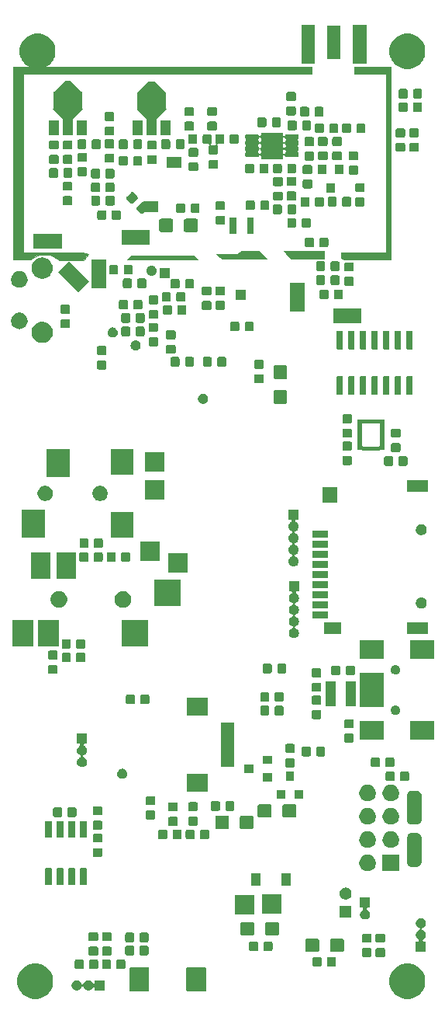
<source format=gbr>
G04 #@! TF.GenerationSoftware,KiCad,Pcbnew,5.1.6*
G04 #@! TF.CreationDate,2020-09-24T09:13:06+02:00*
G04 #@! TF.ProjectId,Mainboard,4d61696e-626f-4617-9264-2e6b69636164,rev?*
G04 #@! TF.SameCoordinates,Original*
G04 #@! TF.FileFunction,Soldermask,Top*
G04 #@! TF.FilePolarity,Negative*
%FSLAX46Y46*%
G04 Gerber Fmt 4.6, Leading zero omitted, Abs format (unit mm)*
G04 Created by KiCad (PCBNEW 5.1.6) date 2020-09-24 09:13:06*
%MOMM*%
%LPD*%
G01*
G04 APERTURE LIST*
%ADD10C,0.100000*%
G04 APERTURE END LIST*
D10*
G36*
X52019200Y-74320400D02*
G01*
X19659600Y-74320400D01*
X19659600Y-73609200D01*
X52019200Y-73609200D01*
X52019200Y-74320400D01*
G37*
X52019200Y-74320400D02*
X19659600Y-74320400D01*
X19659600Y-73609200D01*
X52019200Y-73609200D01*
X52019200Y-74320400D01*
G36*
X60121800Y-74320400D02*
G01*
X56692800Y-74320400D01*
X56692800Y-73609200D01*
X60121800Y-73609200D01*
X60121800Y-74320400D01*
G37*
X60121800Y-74320400D02*
X56692800Y-74320400D01*
X56692800Y-73609200D01*
X60121800Y-73609200D01*
X60121800Y-74320400D01*
G36*
X20574000Y-93853000D02*
G01*
X19456400Y-93853000D01*
X19456400Y-73609200D01*
X20574000Y-73609200D01*
X20574000Y-93853000D01*
G37*
X20574000Y-93853000D02*
X19456400Y-93853000D01*
X19456400Y-73609200D01*
X20574000Y-73609200D01*
X20574000Y-93853000D01*
G36*
X27686000Y-93980000D02*
G01*
X27178000Y-94640400D01*
X24511000Y-94640400D01*
X23469600Y-94107000D01*
X22199600Y-94107000D01*
X21310600Y-94538800D01*
X19456400Y-94538800D01*
X19456400Y-93853000D01*
X27025600Y-93853000D01*
X27686000Y-93980000D01*
G37*
X27686000Y-93980000D02*
X27178000Y-94640400D01*
X24511000Y-94640400D01*
X23469600Y-94107000D01*
X22199600Y-94107000D01*
X21310600Y-94538800D01*
X19456400Y-94538800D01*
X19456400Y-93853000D01*
X27025600Y-93853000D01*
X27686000Y-93980000D01*
G36*
X39598600Y-94615000D02*
G01*
X31851600Y-94615000D01*
X32308800Y-94157800D01*
X39166800Y-94157800D01*
X39598600Y-94615000D01*
G37*
X39598600Y-94615000D02*
X31851600Y-94615000D01*
X32308800Y-94157800D01*
X39166800Y-94157800D01*
X39598600Y-94615000D01*
G36*
X47091600Y-94513400D02*
G01*
X42240200Y-94513400D01*
X41656000Y-94005400D01*
X43916600Y-94005400D01*
X44424600Y-93675200D01*
X46253400Y-93675200D01*
X47091600Y-94513400D01*
G37*
X47091600Y-94513400D02*
X42240200Y-94513400D01*
X41656000Y-94005400D01*
X43916600Y-94005400D01*
X44424600Y-93675200D01*
X46253400Y-93675200D01*
X47091600Y-94513400D01*
G36*
X53365400Y-94513400D02*
G01*
X49707800Y-94513400D01*
X48945800Y-93675200D01*
X53365400Y-93675200D01*
X53365400Y-94513400D01*
G37*
X53365400Y-94513400D02*
X49707800Y-94513400D01*
X48945800Y-93675200D01*
X53365400Y-93675200D01*
X53365400Y-94513400D01*
G36*
X60147200Y-94538800D02*
G01*
X55524400Y-94538800D01*
X55219600Y-94386400D01*
X55219600Y-93853000D01*
X60147200Y-93853000D01*
X60147200Y-94538800D01*
G37*
X60147200Y-94538800D02*
X55524400Y-94538800D01*
X55219600Y-94386400D01*
X55219600Y-93853000D01*
X60147200Y-93853000D01*
X60147200Y-94538800D01*
G36*
X60680600Y-94538800D02*
G01*
X60121800Y-94538800D01*
X60121800Y-73609200D01*
X60680600Y-73609200D01*
X60680600Y-94538800D01*
G37*
X60680600Y-94538800D02*
X60121800Y-94538800D01*
X60121800Y-73609200D01*
X60680600Y-73609200D01*
X60680600Y-94538800D01*
X20550500Y-101254000D02*
G75*
G03*
X20550500Y-101254000I-444500J0D01*
G01*
X20550500Y-96754000D02*
G75*
G03*
X20550500Y-96754000I-444500J0D01*
G01*
X23241000Y-95504000D02*
G75*
G03*
X23241000Y-95504000I-635000J0D01*
G01*
X23241000Y-102504000D02*
G75*
G03*
X23241000Y-102504000I-635000J0D01*
G01*
G36*
X63053085Y-171351975D02*
G01*
X63347657Y-171473991D01*
X63408145Y-171499046D01*
X63727690Y-171712559D01*
X63999441Y-171984310D01*
X64212954Y-172303855D01*
X64212955Y-172303857D01*
X64360025Y-172658915D01*
X64435000Y-173035842D01*
X64435000Y-173420158D01*
X64360025Y-173797085D01*
X64212955Y-174152143D01*
X64212954Y-174152145D01*
X63999441Y-174471690D01*
X63727690Y-174743441D01*
X63408145Y-174956954D01*
X63408144Y-174956955D01*
X63408143Y-174956955D01*
X63053085Y-175104025D01*
X62676158Y-175179000D01*
X62291842Y-175179000D01*
X61914915Y-175104025D01*
X61559857Y-174956955D01*
X61559856Y-174956955D01*
X61559855Y-174956954D01*
X61240310Y-174743441D01*
X60968559Y-174471690D01*
X60755046Y-174152145D01*
X60755045Y-174152143D01*
X60607975Y-173797085D01*
X60533000Y-173420158D01*
X60533000Y-173035842D01*
X60607975Y-172658915D01*
X60755045Y-172303857D01*
X60755046Y-172303855D01*
X60968559Y-171984310D01*
X61240310Y-171712559D01*
X61559855Y-171499046D01*
X61620343Y-171473991D01*
X61914915Y-171351975D01*
X62291842Y-171277000D01*
X62676158Y-171277000D01*
X63053085Y-171351975D01*
G37*
G36*
X22413085Y-171351975D02*
G01*
X22707657Y-171473991D01*
X22768145Y-171499046D01*
X23087690Y-171712559D01*
X23359441Y-171984310D01*
X23572954Y-172303855D01*
X23572955Y-172303857D01*
X23720025Y-172658915D01*
X23795000Y-173035842D01*
X23795000Y-173420158D01*
X23720025Y-173797085D01*
X23572955Y-174152143D01*
X23572954Y-174152145D01*
X23359441Y-174471690D01*
X23087690Y-174743441D01*
X22768145Y-174956954D01*
X22768144Y-174956955D01*
X22768143Y-174956955D01*
X22413085Y-175104025D01*
X22036158Y-175179000D01*
X21651842Y-175179000D01*
X21274915Y-175104025D01*
X20919857Y-174956955D01*
X20919856Y-174956955D01*
X20919855Y-174956954D01*
X20600310Y-174743441D01*
X20328559Y-174471690D01*
X20115046Y-174152145D01*
X20115045Y-174152143D01*
X19967975Y-173797085D01*
X19893000Y-173420158D01*
X19893000Y-173035842D01*
X19967975Y-172658915D01*
X20115045Y-172303857D01*
X20115046Y-172303855D01*
X20328559Y-171984310D01*
X20600310Y-171712559D01*
X20919855Y-171499046D01*
X20980343Y-171473991D01*
X21274915Y-171351975D01*
X21651842Y-171277000D01*
X22036158Y-171277000D01*
X22413085Y-171351975D01*
G37*
G36*
X34151432Y-171712770D02*
G01*
X34182723Y-171722262D01*
X34211563Y-171737677D01*
X34236839Y-171758421D01*
X34257583Y-171783697D01*
X34272998Y-171812537D01*
X34282490Y-171843828D01*
X34286300Y-171882511D01*
X34286300Y-174187409D01*
X34282490Y-174226092D01*
X34272998Y-174257383D01*
X34257583Y-174286223D01*
X34236839Y-174311499D01*
X34211563Y-174332243D01*
X34182723Y-174347658D01*
X34151432Y-174357150D01*
X34112749Y-174360960D01*
X32282851Y-174360960D01*
X32244168Y-174357150D01*
X32212877Y-174347658D01*
X32184037Y-174332243D01*
X32158761Y-174311499D01*
X32138017Y-174286223D01*
X32122602Y-174257383D01*
X32113110Y-174226092D01*
X32109300Y-174187409D01*
X32109300Y-171882511D01*
X32113110Y-171843828D01*
X32122602Y-171812537D01*
X32138017Y-171783697D01*
X32158761Y-171758421D01*
X32184037Y-171737677D01*
X32212877Y-171722262D01*
X32244168Y-171712770D01*
X32282851Y-171708960D01*
X34112749Y-171708960D01*
X34151432Y-171712770D01*
G37*
G36*
X40376432Y-171712770D02*
G01*
X40407723Y-171722262D01*
X40436563Y-171737677D01*
X40461839Y-171758421D01*
X40482583Y-171783697D01*
X40497998Y-171812537D01*
X40507490Y-171843828D01*
X40511300Y-171882511D01*
X40511300Y-174187409D01*
X40507490Y-174226092D01*
X40497998Y-174257383D01*
X40482583Y-174286223D01*
X40461839Y-174311499D01*
X40436563Y-174332243D01*
X40407723Y-174347658D01*
X40376432Y-174357150D01*
X40337749Y-174360960D01*
X38507851Y-174360960D01*
X38469168Y-174357150D01*
X38437877Y-174347658D01*
X38409037Y-174332243D01*
X38383761Y-174311499D01*
X38363017Y-174286223D01*
X38347602Y-174257383D01*
X38338110Y-174226092D01*
X38334300Y-174187409D01*
X38334300Y-171882511D01*
X38338110Y-171843828D01*
X38347602Y-171812537D01*
X38363017Y-171783697D01*
X38383761Y-171758421D01*
X38409037Y-171737677D01*
X38437877Y-171722262D01*
X38469168Y-171712770D01*
X38507851Y-171708960D01*
X40337749Y-171708960D01*
X40376432Y-171712770D01*
G37*
G36*
X26536081Y-173135054D02*
G01*
X26636355Y-173176589D01*
X26636356Y-173176590D01*
X26726602Y-173236890D01*
X26803350Y-173313638D01*
X26803351Y-173313640D01*
X26863651Y-173403885D01*
X26894876Y-173479269D01*
X26906427Y-173500880D01*
X26921972Y-173519821D01*
X26940914Y-173535367D01*
X26962525Y-173546918D01*
X26985974Y-173554031D01*
X27010360Y-173556433D01*
X27034746Y-173554031D01*
X27058195Y-173546918D01*
X27079806Y-173535367D01*
X27098747Y-173519822D01*
X27114293Y-173500880D01*
X27125844Y-173479269D01*
X27157069Y-173403885D01*
X27217369Y-173313640D01*
X27217370Y-173313638D01*
X27294118Y-173236890D01*
X27384364Y-173176590D01*
X27384365Y-173176589D01*
X27484639Y-173135054D01*
X27591090Y-173113880D01*
X27699630Y-173113880D01*
X27806081Y-173135054D01*
X27906355Y-173176589D01*
X27906356Y-173176590D01*
X27996602Y-173236890D01*
X28073350Y-173313638D01*
X28073351Y-173313640D01*
X28135428Y-173406544D01*
X28150974Y-173425486D01*
X28169916Y-173441031D01*
X28191527Y-173452582D01*
X28214975Y-173459695D01*
X28239362Y-173462097D01*
X28263748Y-173459695D01*
X28287197Y-173452582D01*
X28308807Y-173441031D01*
X28327749Y-173425485D01*
X28343294Y-173406543D01*
X28354845Y-173384932D01*
X28361958Y-173361484D01*
X28364360Y-173337098D01*
X28364360Y-173113880D01*
X29466360Y-173113880D01*
X29466360Y-174215880D01*
X28364360Y-174215880D01*
X28364360Y-173992662D01*
X28361958Y-173968276D01*
X28354845Y-173944827D01*
X28343294Y-173923216D01*
X28327749Y-173904274D01*
X28308807Y-173888729D01*
X28287196Y-173877178D01*
X28263747Y-173870065D01*
X28239361Y-173867663D01*
X28214975Y-173870065D01*
X28191526Y-173877178D01*
X28169915Y-173888729D01*
X28150973Y-173904274D01*
X28135428Y-173923216D01*
X28094348Y-173984696D01*
X28073350Y-174016122D01*
X27996602Y-174092870D01*
X27987920Y-174098671D01*
X27906355Y-174153171D01*
X27806081Y-174194706D01*
X27699630Y-174215880D01*
X27591090Y-174215880D01*
X27484639Y-174194706D01*
X27384365Y-174153171D01*
X27302800Y-174098671D01*
X27294118Y-174092870D01*
X27217370Y-174016122D01*
X27185401Y-173968276D01*
X27157069Y-173925875D01*
X27125844Y-173850491D01*
X27114293Y-173828880D01*
X27098748Y-173809939D01*
X27079806Y-173794393D01*
X27058195Y-173782842D01*
X27034746Y-173775729D01*
X27010360Y-173773327D01*
X26985974Y-173775729D01*
X26962525Y-173782842D01*
X26940914Y-173794393D01*
X26921973Y-173809938D01*
X26906427Y-173828880D01*
X26894876Y-173850491D01*
X26863651Y-173925875D01*
X26835319Y-173968276D01*
X26803350Y-174016122D01*
X26726602Y-174092870D01*
X26717920Y-174098671D01*
X26636355Y-174153171D01*
X26536081Y-174194706D01*
X26429630Y-174215880D01*
X26321090Y-174215880D01*
X26214639Y-174194706D01*
X26114365Y-174153171D01*
X26032800Y-174098671D01*
X26024118Y-174092870D01*
X25947370Y-174016122D01*
X25915401Y-173968276D01*
X25887069Y-173925875D01*
X25845534Y-173825601D01*
X25824360Y-173719150D01*
X25824360Y-173610610D01*
X25845534Y-173504159D01*
X25887069Y-173403885D01*
X25947369Y-173313640D01*
X25947370Y-173313638D01*
X26024118Y-173236890D01*
X26114364Y-173176590D01*
X26114365Y-173176589D01*
X26214639Y-173135054D01*
X26321090Y-173113880D01*
X26429630Y-173113880D01*
X26536081Y-173135054D01*
G37*
G36*
X31538571Y-170856965D02*
G01*
X31572549Y-170867273D01*
X31603870Y-170884014D01*
X31631319Y-170906541D01*
X31653846Y-170933990D01*
X31670587Y-170965311D01*
X31680895Y-170999289D01*
X31684980Y-171040770D01*
X31684980Y-171716990D01*
X31680895Y-171758471D01*
X31670587Y-171792449D01*
X31653846Y-171823770D01*
X31631319Y-171851219D01*
X31603870Y-171873746D01*
X31572549Y-171890487D01*
X31538571Y-171900795D01*
X31497090Y-171904880D01*
X30895870Y-171904880D01*
X30854389Y-171900795D01*
X30820411Y-171890487D01*
X30789090Y-171873746D01*
X30761641Y-171851219D01*
X30739114Y-171823770D01*
X30722373Y-171792449D01*
X30712065Y-171758471D01*
X30707980Y-171716990D01*
X30707980Y-171040770D01*
X30712065Y-170999289D01*
X30722373Y-170965311D01*
X30739114Y-170933990D01*
X30761641Y-170906541D01*
X30789090Y-170884014D01*
X30820411Y-170867273D01*
X30854389Y-170856965D01*
X30895870Y-170852880D01*
X31497090Y-170852880D01*
X31538571Y-170856965D01*
G37*
G36*
X29963571Y-170856965D02*
G01*
X29997549Y-170867273D01*
X30028870Y-170884014D01*
X30056319Y-170906541D01*
X30078846Y-170933990D01*
X30095587Y-170965311D01*
X30105895Y-170999289D01*
X30109980Y-171040770D01*
X30109980Y-171716990D01*
X30105895Y-171758471D01*
X30095587Y-171792449D01*
X30078846Y-171823770D01*
X30056319Y-171851219D01*
X30028870Y-171873746D01*
X29997549Y-171890487D01*
X29963571Y-171900795D01*
X29922090Y-171904880D01*
X29320870Y-171904880D01*
X29279389Y-171900795D01*
X29245411Y-171890487D01*
X29214090Y-171873746D01*
X29186641Y-171851219D01*
X29164114Y-171823770D01*
X29147373Y-171792449D01*
X29137065Y-171758471D01*
X29132980Y-171716990D01*
X29132980Y-171040770D01*
X29137065Y-170999289D01*
X29147373Y-170965311D01*
X29164114Y-170933990D01*
X29186641Y-170906541D01*
X29214090Y-170884014D01*
X29245411Y-170867273D01*
X29279389Y-170856965D01*
X29320870Y-170852880D01*
X29922090Y-170852880D01*
X29963571Y-170856965D01*
G37*
G36*
X28566571Y-170856965D02*
G01*
X28600549Y-170867273D01*
X28631870Y-170884014D01*
X28659319Y-170906541D01*
X28681846Y-170933990D01*
X28698587Y-170965311D01*
X28708895Y-170999289D01*
X28712980Y-171040770D01*
X28712980Y-171716990D01*
X28708895Y-171758471D01*
X28698587Y-171792449D01*
X28681846Y-171823770D01*
X28659319Y-171851219D01*
X28631870Y-171873746D01*
X28600549Y-171890487D01*
X28566571Y-171900795D01*
X28525090Y-171904880D01*
X27923870Y-171904880D01*
X27882389Y-171900795D01*
X27848411Y-171890487D01*
X27817090Y-171873746D01*
X27789641Y-171851219D01*
X27767114Y-171823770D01*
X27750373Y-171792449D01*
X27740065Y-171758471D01*
X27735980Y-171716990D01*
X27735980Y-171040770D01*
X27740065Y-170999289D01*
X27750373Y-170965311D01*
X27767114Y-170933990D01*
X27789641Y-170906541D01*
X27817090Y-170884014D01*
X27848411Y-170867273D01*
X27882389Y-170856965D01*
X27923870Y-170852880D01*
X28525090Y-170852880D01*
X28566571Y-170856965D01*
G37*
G36*
X26991571Y-170856965D02*
G01*
X27025549Y-170867273D01*
X27056870Y-170884014D01*
X27084319Y-170906541D01*
X27106846Y-170933990D01*
X27123587Y-170965311D01*
X27133895Y-170999289D01*
X27137980Y-171040770D01*
X27137980Y-171716990D01*
X27133895Y-171758471D01*
X27123587Y-171792449D01*
X27106846Y-171823770D01*
X27084319Y-171851219D01*
X27056870Y-171873746D01*
X27025549Y-171890487D01*
X26991571Y-171900795D01*
X26950090Y-171904880D01*
X26348870Y-171904880D01*
X26307389Y-171900795D01*
X26273411Y-171890487D01*
X26242090Y-171873746D01*
X26214641Y-171851219D01*
X26192114Y-171823770D01*
X26175373Y-171792449D01*
X26165065Y-171758471D01*
X26160980Y-171716990D01*
X26160980Y-171040770D01*
X26165065Y-170999289D01*
X26175373Y-170965311D01*
X26192114Y-170933990D01*
X26214641Y-170906541D01*
X26242090Y-170884014D01*
X26273411Y-170867273D01*
X26307389Y-170856965D01*
X26348870Y-170852880D01*
X26950090Y-170852880D01*
X26991571Y-170856965D01*
G37*
G36*
X54545891Y-170572485D02*
G01*
X54579869Y-170582793D01*
X54611190Y-170599534D01*
X54638639Y-170622061D01*
X54661166Y-170649510D01*
X54677907Y-170680831D01*
X54688215Y-170714809D01*
X54692300Y-170756290D01*
X54692300Y-171432510D01*
X54688215Y-171473991D01*
X54677907Y-171507969D01*
X54661166Y-171539290D01*
X54638639Y-171566739D01*
X54611190Y-171589266D01*
X54579869Y-171606007D01*
X54545891Y-171616315D01*
X54504410Y-171620400D01*
X53903190Y-171620400D01*
X53861709Y-171616315D01*
X53827731Y-171606007D01*
X53796410Y-171589266D01*
X53768961Y-171566739D01*
X53746434Y-171539290D01*
X53729693Y-171507969D01*
X53719385Y-171473991D01*
X53715300Y-171432510D01*
X53715300Y-170756290D01*
X53719385Y-170714809D01*
X53729693Y-170680831D01*
X53746434Y-170649510D01*
X53768961Y-170622061D01*
X53796410Y-170599534D01*
X53827731Y-170582793D01*
X53861709Y-170572485D01*
X53903190Y-170568400D01*
X54504410Y-170568400D01*
X54545891Y-170572485D01*
G37*
G36*
X52970891Y-170572485D02*
G01*
X53004869Y-170582793D01*
X53036190Y-170599534D01*
X53063639Y-170622061D01*
X53086166Y-170649510D01*
X53102907Y-170680831D01*
X53113215Y-170714809D01*
X53117300Y-170756290D01*
X53117300Y-171432510D01*
X53113215Y-171473991D01*
X53102907Y-171507969D01*
X53086166Y-171539290D01*
X53063639Y-171566739D01*
X53036190Y-171589266D01*
X53004869Y-171606007D01*
X52970891Y-171616315D01*
X52929410Y-171620400D01*
X52328190Y-171620400D01*
X52286709Y-171616315D01*
X52252731Y-171606007D01*
X52221410Y-171589266D01*
X52193961Y-171566739D01*
X52171434Y-171539290D01*
X52154693Y-171507969D01*
X52144385Y-171473991D01*
X52140300Y-171432510D01*
X52140300Y-170756290D01*
X52144385Y-170714809D01*
X52154693Y-170680831D01*
X52171434Y-170649510D01*
X52193961Y-170622061D01*
X52221410Y-170599534D01*
X52252731Y-170582793D01*
X52286709Y-170572485D01*
X52328190Y-170568400D01*
X52929410Y-170568400D01*
X52970891Y-170572485D01*
G37*
G36*
X59917191Y-169619585D02*
G01*
X59951169Y-169629893D01*
X59982490Y-169646634D01*
X60009939Y-169669161D01*
X60032466Y-169696610D01*
X60049207Y-169727931D01*
X60059515Y-169761909D01*
X60063600Y-169803390D01*
X60063600Y-170404610D01*
X60059515Y-170446091D01*
X60049207Y-170480069D01*
X60032466Y-170511390D01*
X60009939Y-170538839D01*
X59982490Y-170561366D01*
X59951169Y-170578107D01*
X59917191Y-170588415D01*
X59875710Y-170592500D01*
X59199490Y-170592500D01*
X59158009Y-170588415D01*
X59124031Y-170578107D01*
X59092710Y-170561366D01*
X59065261Y-170538839D01*
X59042734Y-170511390D01*
X59025993Y-170480069D01*
X59015685Y-170446091D01*
X59011600Y-170404610D01*
X59011600Y-169803390D01*
X59015685Y-169761909D01*
X59025993Y-169727931D01*
X59042734Y-169696610D01*
X59065261Y-169669161D01*
X59092710Y-169646634D01*
X59124031Y-169629893D01*
X59158009Y-169619585D01*
X59199490Y-169615500D01*
X59875710Y-169615500D01*
X59917191Y-169619585D01*
G37*
G36*
X58431291Y-169619585D02*
G01*
X58465269Y-169629893D01*
X58496590Y-169646634D01*
X58524039Y-169669161D01*
X58546566Y-169696610D01*
X58563307Y-169727931D01*
X58573615Y-169761909D01*
X58577700Y-169803390D01*
X58577700Y-170404610D01*
X58573615Y-170446091D01*
X58563307Y-170480069D01*
X58546566Y-170511390D01*
X58524039Y-170538839D01*
X58496590Y-170561366D01*
X58465269Y-170578107D01*
X58431291Y-170588415D01*
X58389810Y-170592500D01*
X57713590Y-170592500D01*
X57672109Y-170588415D01*
X57638131Y-170578107D01*
X57606810Y-170561366D01*
X57579361Y-170538839D01*
X57556834Y-170511390D01*
X57540093Y-170480069D01*
X57529785Y-170446091D01*
X57525700Y-170404610D01*
X57525700Y-169803390D01*
X57529785Y-169761909D01*
X57540093Y-169727931D01*
X57556834Y-169696610D01*
X57579361Y-169669161D01*
X57606810Y-169646634D01*
X57638131Y-169629893D01*
X57672109Y-169619585D01*
X57713590Y-169615500D01*
X58389810Y-169615500D01*
X58431291Y-169619585D01*
G37*
G36*
X28565971Y-169459565D02*
G01*
X28599949Y-169469873D01*
X28631270Y-169486614D01*
X28658719Y-169509141D01*
X28681246Y-169536590D01*
X28697987Y-169567911D01*
X28708295Y-169601889D01*
X28712380Y-169643370D01*
X28712380Y-170244590D01*
X28708295Y-170286071D01*
X28697987Y-170320049D01*
X28681246Y-170351370D01*
X28658719Y-170378819D01*
X28631270Y-170401346D01*
X28599949Y-170418087D01*
X28565971Y-170428395D01*
X28524490Y-170432480D01*
X27848270Y-170432480D01*
X27806789Y-170428395D01*
X27772811Y-170418087D01*
X27741490Y-170401346D01*
X27714041Y-170378819D01*
X27691514Y-170351370D01*
X27674773Y-170320049D01*
X27664465Y-170286071D01*
X27660380Y-170244590D01*
X27660380Y-169643370D01*
X27664465Y-169601889D01*
X27674773Y-169567911D01*
X27691514Y-169536590D01*
X27714041Y-169509141D01*
X27741490Y-169486614D01*
X27772811Y-169469873D01*
X27806789Y-169459565D01*
X27848270Y-169455480D01*
X28524490Y-169455480D01*
X28565971Y-169459565D01*
G37*
G36*
X30039171Y-169459465D02*
G01*
X30073149Y-169469773D01*
X30104470Y-169486514D01*
X30131919Y-169509041D01*
X30154446Y-169536490D01*
X30171187Y-169567811D01*
X30181495Y-169601789D01*
X30185580Y-169643270D01*
X30185580Y-170244490D01*
X30181495Y-170285971D01*
X30171187Y-170319949D01*
X30154446Y-170351270D01*
X30131919Y-170378719D01*
X30104470Y-170401246D01*
X30073149Y-170417987D01*
X30039171Y-170428295D01*
X29997690Y-170432380D01*
X29321470Y-170432380D01*
X29279989Y-170428295D01*
X29246011Y-170417987D01*
X29214690Y-170401246D01*
X29187241Y-170378719D01*
X29164714Y-170351270D01*
X29147973Y-170319949D01*
X29137665Y-170285971D01*
X29133580Y-170244490D01*
X29133580Y-169643270D01*
X29137665Y-169601789D01*
X29147973Y-169567811D01*
X29164714Y-169536490D01*
X29187241Y-169509041D01*
X29214690Y-169486514D01*
X29246011Y-169469773D01*
X29279989Y-169459465D01*
X29321470Y-169455380D01*
X29997690Y-169455380D01*
X30039171Y-169459465D01*
G37*
G36*
X34073291Y-169353285D02*
G01*
X34107269Y-169363593D01*
X34138590Y-169380334D01*
X34166039Y-169402861D01*
X34188566Y-169430310D01*
X34205307Y-169461631D01*
X34215615Y-169495609D01*
X34219700Y-169537090D01*
X34219700Y-170213310D01*
X34215615Y-170254791D01*
X34205307Y-170288769D01*
X34188566Y-170320090D01*
X34166039Y-170347539D01*
X34138590Y-170370066D01*
X34107269Y-170386807D01*
X34073291Y-170397115D01*
X34031810Y-170401200D01*
X33430590Y-170401200D01*
X33389109Y-170397115D01*
X33355131Y-170386807D01*
X33323810Y-170370066D01*
X33296361Y-170347539D01*
X33273834Y-170320090D01*
X33257093Y-170288769D01*
X33246785Y-170254791D01*
X33242700Y-170213310D01*
X33242700Y-169537090D01*
X33246785Y-169495609D01*
X33257093Y-169461631D01*
X33273834Y-169430310D01*
X33296361Y-169402861D01*
X33323810Y-169380334D01*
X33355131Y-169363593D01*
X33389109Y-169353285D01*
X33430590Y-169349200D01*
X34031810Y-169349200D01*
X34073291Y-169353285D01*
G37*
G36*
X32498291Y-169353285D02*
G01*
X32532269Y-169363593D01*
X32563590Y-169380334D01*
X32591039Y-169402861D01*
X32613566Y-169430310D01*
X32630307Y-169461631D01*
X32640615Y-169495609D01*
X32644700Y-169537090D01*
X32644700Y-170213310D01*
X32640615Y-170254791D01*
X32630307Y-170288769D01*
X32613566Y-170320090D01*
X32591039Y-170347539D01*
X32563590Y-170370066D01*
X32532269Y-170386807D01*
X32498291Y-170397115D01*
X32456810Y-170401200D01*
X31855590Y-170401200D01*
X31814109Y-170397115D01*
X31780131Y-170386807D01*
X31748810Y-170370066D01*
X31721361Y-170347539D01*
X31698834Y-170320090D01*
X31682093Y-170288769D01*
X31671785Y-170254791D01*
X31667700Y-170213310D01*
X31667700Y-169537090D01*
X31671785Y-169495609D01*
X31682093Y-169461631D01*
X31698834Y-169430310D01*
X31721361Y-169402861D01*
X31748810Y-169380334D01*
X31780131Y-169363593D01*
X31814109Y-169353285D01*
X31855590Y-169349200D01*
X32456810Y-169349200D01*
X32498291Y-169353285D01*
G37*
G36*
X55410998Y-168594647D02*
G01*
X55446567Y-168605437D01*
X55479339Y-168622954D01*
X55508069Y-168646531D01*
X55531646Y-168675261D01*
X55549163Y-168708033D01*
X55559953Y-168743602D01*
X55564200Y-168786725D01*
X55564200Y-169846075D01*
X55559953Y-169889198D01*
X55549163Y-169924767D01*
X55531646Y-169957539D01*
X55508069Y-169986269D01*
X55479339Y-170009846D01*
X55446567Y-170027363D01*
X55410998Y-170038153D01*
X55367875Y-170042400D01*
X54258525Y-170042400D01*
X54215402Y-170038153D01*
X54179833Y-170027363D01*
X54147061Y-170009846D01*
X54118331Y-169986269D01*
X54094754Y-169957539D01*
X54077237Y-169924767D01*
X54066447Y-169889198D01*
X54062200Y-169846075D01*
X54062200Y-168786725D01*
X54066447Y-168743602D01*
X54077237Y-168708033D01*
X54094754Y-168675261D01*
X54118331Y-168646531D01*
X54147061Y-168622954D01*
X54179833Y-168605437D01*
X54215402Y-168594647D01*
X54258525Y-168590400D01*
X55367875Y-168590400D01*
X55410998Y-168594647D01*
G37*
G36*
X52710998Y-168594647D02*
G01*
X52746567Y-168605437D01*
X52779339Y-168622954D01*
X52808069Y-168646531D01*
X52831646Y-168675261D01*
X52849163Y-168708033D01*
X52859953Y-168743602D01*
X52864200Y-168786725D01*
X52864200Y-169846075D01*
X52859953Y-169889198D01*
X52849163Y-169924767D01*
X52831646Y-169957539D01*
X52808069Y-169986269D01*
X52779339Y-170009846D01*
X52746567Y-170027363D01*
X52710998Y-170038153D01*
X52667875Y-170042400D01*
X51558525Y-170042400D01*
X51515402Y-170038153D01*
X51479833Y-170027363D01*
X51447061Y-170009846D01*
X51418331Y-169986269D01*
X51394754Y-169957539D01*
X51377237Y-169924767D01*
X51366447Y-169889198D01*
X51362200Y-169846075D01*
X51362200Y-168786725D01*
X51366447Y-168743602D01*
X51377237Y-168708033D01*
X51394754Y-168675261D01*
X51418331Y-168646531D01*
X51447061Y-168622954D01*
X51479833Y-168605437D01*
X51515402Y-168594647D01*
X51558525Y-168590400D01*
X52667875Y-168590400D01*
X52710998Y-168594647D01*
G37*
G36*
X64123001Y-166368494D02*
G01*
X64223275Y-166410029D01*
X64247912Y-166426491D01*
X64313522Y-166470330D01*
X64390270Y-166547078D01*
X64390271Y-166547080D01*
X64450571Y-166637325D01*
X64492106Y-166737599D01*
X64513280Y-166844050D01*
X64513280Y-166952590D01*
X64492106Y-167059041D01*
X64450571Y-167159315D01*
X64450570Y-167159316D01*
X64390270Y-167249562D01*
X64313522Y-167326310D01*
X64268092Y-167356665D01*
X64223275Y-167386611D01*
X64147891Y-167417836D01*
X64126280Y-167429387D01*
X64107339Y-167444932D01*
X64091793Y-167463874D01*
X64080242Y-167485485D01*
X64073129Y-167508934D01*
X64070727Y-167533320D01*
X64073129Y-167557706D01*
X64080242Y-167581155D01*
X64091793Y-167602766D01*
X64107338Y-167621707D01*
X64126280Y-167637253D01*
X64147891Y-167648804D01*
X64223275Y-167680029D01*
X64223276Y-167680030D01*
X64313522Y-167740330D01*
X64390270Y-167817078D01*
X64390271Y-167817080D01*
X64450571Y-167907325D01*
X64492106Y-168007599D01*
X64513280Y-168114050D01*
X64513280Y-168222590D01*
X64492106Y-168329041D01*
X64450571Y-168429315D01*
X64450570Y-168429316D01*
X64390270Y-168519562D01*
X64313522Y-168596310D01*
X64299862Y-168605437D01*
X64220616Y-168658388D01*
X64201674Y-168673934D01*
X64186129Y-168692876D01*
X64174578Y-168714487D01*
X64167465Y-168737935D01*
X64165063Y-168762322D01*
X64167465Y-168786708D01*
X64174578Y-168810157D01*
X64186129Y-168831767D01*
X64201675Y-168850709D01*
X64220617Y-168866254D01*
X64242228Y-168877805D01*
X64265676Y-168884918D01*
X64290062Y-168887320D01*
X64513280Y-168887320D01*
X64513280Y-169989320D01*
X63411280Y-169989320D01*
X63411280Y-168887320D01*
X63634498Y-168887320D01*
X63658884Y-168884918D01*
X63682333Y-168877805D01*
X63703944Y-168866254D01*
X63722886Y-168850709D01*
X63738431Y-168831767D01*
X63749982Y-168810156D01*
X63757095Y-168786707D01*
X63759497Y-168762321D01*
X63757095Y-168737935D01*
X63749982Y-168714486D01*
X63738431Y-168692875D01*
X63722886Y-168673933D01*
X63703944Y-168658388D01*
X63624698Y-168605437D01*
X63611038Y-168596310D01*
X63534290Y-168519562D01*
X63473990Y-168429316D01*
X63473989Y-168429315D01*
X63432454Y-168329041D01*
X63411280Y-168222590D01*
X63411280Y-168114050D01*
X63432454Y-168007599D01*
X63473989Y-167907325D01*
X63534289Y-167817080D01*
X63534290Y-167817078D01*
X63611038Y-167740330D01*
X63701284Y-167680030D01*
X63701285Y-167680029D01*
X63776669Y-167648804D01*
X63798280Y-167637253D01*
X63817221Y-167621708D01*
X63832767Y-167602766D01*
X63844318Y-167581155D01*
X63851431Y-167557706D01*
X63853833Y-167533320D01*
X63851431Y-167508934D01*
X63844318Y-167485485D01*
X63832767Y-167463874D01*
X63817222Y-167444933D01*
X63798280Y-167429387D01*
X63776669Y-167417836D01*
X63701285Y-167386611D01*
X63656468Y-167356665D01*
X63611038Y-167326310D01*
X63534290Y-167249562D01*
X63473990Y-167159316D01*
X63473989Y-167159315D01*
X63432454Y-167059041D01*
X63411280Y-166952590D01*
X63411280Y-166844050D01*
X63432454Y-166737599D01*
X63473989Y-166637325D01*
X63534289Y-166547080D01*
X63534290Y-166547078D01*
X63611038Y-166470330D01*
X63676648Y-166426491D01*
X63701285Y-166410029D01*
X63801559Y-166368494D01*
X63908010Y-166347320D01*
X64016550Y-166347320D01*
X64123001Y-166368494D01*
G37*
G36*
X46036591Y-168896085D02*
G01*
X46070569Y-168906393D01*
X46101890Y-168923134D01*
X46129339Y-168945661D01*
X46151866Y-168973110D01*
X46168607Y-169004431D01*
X46178915Y-169038409D01*
X46183000Y-169079890D01*
X46183000Y-169756110D01*
X46178915Y-169797591D01*
X46168607Y-169831569D01*
X46151866Y-169862890D01*
X46129339Y-169890339D01*
X46101890Y-169912866D01*
X46070569Y-169929607D01*
X46036591Y-169939915D01*
X45995110Y-169944000D01*
X45393890Y-169944000D01*
X45352409Y-169939915D01*
X45318431Y-169929607D01*
X45287110Y-169912866D01*
X45259661Y-169890339D01*
X45237134Y-169862890D01*
X45220393Y-169831569D01*
X45210085Y-169797591D01*
X45206000Y-169756110D01*
X45206000Y-169079890D01*
X45210085Y-169038409D01*
X45220393Y-169004431D01*
X45237134Y-168973110D01*
X45259661Y-168945661D01*
X45287110Y-168923134D01*
X45318431Y-168906393D01*
X45352409Y-168896085D01*
X45393890Y-168892000D01*
X45995110Y-168892000D01*
X46036591Y-168896085D01*
G37*
G36*
X47611591Y-168896085D02*
G01*
X47645569Y-168906393D01*
X47676890Y-168923134D01*
X47704339Y-168945661D01*
X47726866Y-168973110D01*
X47743607Y-169004431D01*
X47753915Y-169038409D01*
X47758000Y-169079890D01*
X47758000Y-169756110D01*
X47753915Y-169797591D01*
X47743607Y-169831569D01*
X47726866Y-169862890D01*
X47704339Y-169890339D01*
X47676890Y-169912866D01*
X47645569Y-169929607D01*
X47611591Y-169939915D01*
X47570110Y-169944000D01*
X46968890Y-169944000D01*
X46927409Y-169939915D01*
X46893431Y-169929607D01*
X46862110Y-169912866D01*
X46834661Y-169890339D01*
X46812134Y-169862890D01*
X46795393Y-169831569D01*
X46785085Y-169797591D01*
X46781000Y-169756110D01*
X46781000Y-169079890D01*
X46785085Y-169038409D01*
X46795393Y-169004431D01*
X46812134Y-168973110D01*
X46834661Y-168945661D01*
X46862110Y-168923134D01*
X46893431Y-168906393D01*
X46927409Y-168896085D01*
X46968890Y-168892000D01*
X47570110Y-168892000D01*
X47611591Y-168896085D01*
G37*
G36*
X59917191Y-168044585D02*
G01*
X59951169Y-168054893D01*
X59982490Y-168071634D01*
X60009939Y-168094161D01*
X60032466Y-168121610D01*
X60049207Y-168152931D01*
X60059515Y-168186909D01*
X60063600Y-168228390D01*
X60063600Y-168829610D01*
X60059515Y-168871091D01*
X60049207Y-168905069D01*
X60032466Y-168936390D01*
X60009939Y-168963839D01*
X59982490Y-168986366D01*
X59951169Y-169003107D01*
X59917191Y-169013415D01*
X59875710Y-169017500D01*
X59199490Y-169017500D01*
X59158009Y-169013415D01*
X59124031Y-169003107D01*
X59092710Y-168986366D01*
X59065261Y-168963839D01*
X59042734Y-168936390D01*
X59025993Y-168905069D01*
X59015685Y-168871091D01*
X59011600Y-168829610D01*
X59011600Y-168228390D01*
X59015685Y-168186909D01*
X59025993Y-168152931D01*
X59042734Y-168121610D01*
X59065261Y-168094161D01*
X59092710Y-168071634D01*
X59124031Y-168054893D01*
X59158009Y-168044585D01*
X59199490Y-168040500D01*
X59875710Y-168040500D01*
X59917191Y-168044585D01*
G37*
G36*
X58431291Y-168044585D02*
G01*
X58465269Y-168054893D01*
X58496590Y-168071634D01*
X58524039Y-168094161D01*
X58546566Y-168121610D01*
X58563307Y-168152931D01*
X58573615Y-168186909D01*
X58577700Y-168228390D01*
X58577700Y-168829610D01*
X58573615Y-168871091D01*
X58563307Y-168905069D01*
X58546566Y-168936390D01*
X58524039Y-168963839D01*
X58496590Y-168986366D01*
X58465269Y-169003107D01*
X58431291Y-169013415D01*
X58389810Y-169017500D01*
X57713590Y-169017500D01*
X57672109Y-169013415D01*
X57638131Y-169003107D01*
X57606810Y-168986366D01*
X57579361Y-168963839D01*
X57556834Y-168936390D01*
X57540093Y-168905069D01*
X57529785Y-168871091D01*
X57525700Y-168829610D01*
X57525700Y-168228390D01*
X57529785Y-168186909D01*
X57540093Y-168152931D01*
X57556834Y-168121610D01*
X57579361Y-168094161D01*
X57606810Y-168071634D01*
X57638131Y-168054893D01*
X57672109Y-168044585D01*
X57713590Y-168040500D01*
X58389810Y-168040500D01*
X58431291Y-168044585D01*
G37*
G36*
X32498491Y-167930885D02*
G01*
X32532469Y-167941193D01*
X32563790Y-167957934D01*
X32591239Y-167980461D01*
X32613766Y-168007910D01*
X32630507Y-168039231D01*
X32640815Y-168073209D01*
X32644900Y-168114690D01*
X32644900Y-168790910D01*
X32640815Y-168832391D01*
X32630507Y-168866369D01*
X32613766Y-168897690D01*
X32591239Y-168925139D01*
X32563790Y-168947666D01*
X32532469Y-168964407D01*
X32498491Y-168974715D01*
X32457010Y-168978800D01*
X31855790Y-168978800D01*
X31814309Y-168974715D01*
X31780331Y-168964407D01*
X31749010Y-168947666D01*
X31721561Y-168925139D01*
X31699034Y-168897690D01*
X31682293Y-168866369D01*
X31671985Y-168832391D01*
X31667900Y-168790910D01*
X31667900Y-168114690D01*
X31671985Y-168073209D01*
X31682293Y-168039231D01*
X31699034Y-168007910D01*
X31721561Y-167980461D01*
X31749010Y-167957934D01*
X31780331Y-167941193D01*
X31814309Y-167930885D01*
X31855790Y-167926800D01*
X32457010Y-167926800D01*
X32498491Y-167930885D01*
G37*
G36*
X34073491Y-167930885D02*
G01*
X34107469Y-167941193D01*
X34138790Y-167957934D01*
X34166239Y-167980461D01*
X34188766Y-168007910D01*
X34205507Y-168039231D01*
X34215815Y-168073209D01*
X34219900Y-168114690D01*
X34219900Y-168790910D01*
X34215815Y-168832391D01*
X34205507Y-168866369D01*
X34188766Y-168897690D01*
X34166239Y-168925139D01*
X34138790Y-168947666D01*
X34107469Y-168964407D01*
X34073491Y-168974715D01*
X34032010Y-168978800D01*
X33430790Y-168978800D01*
X33389309Y-168974715D01*
X33355331Y-168964407D01*
X33324010Y-168947666D01*
X33296561Y-168925139D01*
X33274034Y-168897690D01*
X33257293Y-168866369D01*
X33246985Y-168832391D01*
X33242900Y-168790910D01*
X33242900Y-168114690D01*
X33246985Y-168073209D01*
X33257293Y-168039231D01*
X33274034Y-168007910D01*
X33296561Y-167980461D01*
X33324010Y-167957934D01*
X33355331Y-167941193D01*
X33389309Y-167930885D01*
X33430790Y-167926800D01*
X34032010Y-167926800D01*
X34073491Y-167930885D01*
G37*
G36*
X28565971Y-167884565D02*
G01*
X28599949Y-167894873D01*
X28631270Y-167911614D01*
X28658719Y-167934141D01*
X28681246Y-167961590D01*
X28697987Y-167992911D01*
X28708295Y-168026889D01*
X28712380Y-168068370D01*
X28712380Y-168669590D01*
X28708295Y-168711071D01*
X28697987Y-168745049D01*
X28681246Y-168776370D01*
X28658719Y-168803819D01*
X28631270Y-168826346D01*
X28599949Y-168843087D01*
X28565971Y-168853395D01*
X28524490Y-168857480D01*
X27848270Y-168857480D01*
X27806789Y-168853395D01*
X27772811Y-168843087D01*
X27741490Y-168826346D01*
X27714041Y-168803819D01*
X27691514Y-168776370D01*
X27674773Y-168745049D01*
X27664465Y-168711071D01*
X27660380Y-168669590D01*
X27660380Y-168068370D01*
X27664465Y-168026889D01*
X27674773Y-167992911D01*
X27691514Y-167961590D01*
X27714041Y-167934141D01*
X27741490Y-167911614D01*
X27772811Y-167894873D01*
X27806789Y-167884565D01*
X27848270Y-167880480D01*
X28524490Y-167880480D01*
X28565971Y-167884565D01*
G37*
G36*
X30039171Y-167884465D02*
G01*
X30073149Y-167894773D01*
X30104470Y-167911514D01*
X30131919Y-167934041D01*
X30154446Y-167961490D01*
X30171187Y-167992811D01*
X30181495Y-168026789D01*
X30185580Y-168068270D01*
X30185580Y-168669490D01*
X30181495Y-168710971D01*
X30171187Y-168744949D01*
X30154446Y-168776270D01*
X30131919Y-168803719D01*
X30104470Y-168826246D01*
X30073149Y-168842987D01*
X30039171Y-168853295D01*
X29997690Y-168857380D01*
X29321470Y-168857380D01*
X29279989Y-168853295D01*
X29246011Y-168842987D01*
X29214690Y-168826246D01*
X29187241Y-168803719D01*
X29164714Y-168776270D01*
X29147973Y-168744949D01*
X29137665Y-168710971D01*
X29133580Y-168669490D01*
X29133580Y-168068270D01*
X29137665Y-168026789D01*
X29147973Y-167992811D01*
X29164714Y-167961490D01*
X29187241Y-167934041D01*
X29214690Y-167911514D01*
X29246011Y-167894773D01*
X29279989Y-167884465D01*
X29321470Y-167880380D01*
X29997690Y-167880380D01*
X30039171Y-167884465D01*
G37*
G36*
X48298998Y-166765847D02*
G01*
X48334567Y-166776637D01*
X48367339Y-166794154D01*
X48396069Y-166817731D01*
X48419646Y-166846461D01*
X48437163Y-166879233D01*
X48447953Y-166914802D01*
X48452200Y-166957925D01*
X48452200Y-168017275D01*
X48447953Y-168060398D01*
X48437163Y-168095967D01*
X48419646Y-168128739D01*
X48396069Y-168157469D01*
X48367339Y-168181046D01*
X48334567Y-168198563D01*
X48298998Y-168209353D01*
X48255875Y-168213600D01*
X47146525Y-168213600D01*
X47103402Y-168209353D01*
X47067833Y-168198563D01*
X47035061Y-168181046D01*
X47006331Y-168157469D01*
X46982754Y-168128739D01*
X46965237Y-168095967D01*
X46954447Y-168060398D01*
X46950200Y-168017275D01*
X46950200Y-166957925D01*
X46954447Y-166914802D01*
X46965237Y-166879233D01*
X46982754Y-166846461D01*
X47006331Y-166817731D01*
X47035061Y-166794154D01*
X47067833Y-166776637D01*
X47103402Y-166765847D01*
X47146525Y-166761600D01*
X48255875Y-166761600D01*
X48298998Y-166765847D01*
G37*
G36*
X45598998Y-166765847D02*
G01*
X45634567Y-166776637D01*
X45667339Y-166794154D01*
X45696069Y-166817731D01*
X45719646Y-166846461D01*
X45737163Y-166879233D01*
X45747953Y-166914802D01*
X45752200Y-166957925D01*
X45752200Y-168017275D01*
X45747953Y-168060398D01*
X45737163Y-168095967D01*
X45719646Y-168128739D01*
X45696069Y-168157469D01*
X45667339Y-168181046D01*
X45634567Y-168198563D01*
X45598998Y-168209353D01*
X45555875Y-168213600D01*
X44446525Y-168213600D01*
X44403402Y-168209353D01*
X44367833Y-168198563D01*
X44335061Y-168181046D01*
X44306331Y-168157469D01*
X44282754Y-168128739D01*
X44265237Y-168095967D01*
X44254447Y-168060398D01*
X44250200Y-168017275D01*
X44250200Y-166957925D01*
X44254447Y-166914802D01*
X44265237Y-166879233D01*
X44282754Y-166846461D01*
X44306331Y-166817731D01*
X44335061Y-166794154D01*
X44367833Y-166776637D01*
X44403402Y-166765847D01*
X44446525Y-166761600D01*
X45555875Y-166761600D01*
X45598998Y-166765847D01*
G37*
G36*
X58412200Y-165219200D02*
G01*
X58188982Y-165219200D01*
X58164596Y-165221602D01*
X58141147Y-165228715D01*
X58119536Y-165240266D01*
X58100594Y-165255811D01*
X58085049Y-165274753D01*
X58073498Y-165296364D01*
X58066385Y-165319813D01*
X58063983Y-165344199D01*
X58066385Y-165368585D01*
X58073498Y-165392034D01*
X58085049Y-165413645D01*
X58100594Y-165432587D01*
X58119536Y-165448132D01*
X58181016Y-165489212D01*
X58212442Y-165510210D01*
X58289190Y-165586958D01*
X58289191Y-165586960D01*
X58349491Y-165677205D01*
X58391026Y-165777479D01*
X58412200Y-165883930D01*
X58412200Y-165992470D01*
X58391026Y-166098921D01*
X58349491Y-166199195D01*
X58349490Y-166199196D01*
X58289190Y-166289442D01*
X58212442Y-166366190D01*
X58208992Y-166368495D01*
X58122195Y-166426491D01*
X58021921Y-166468026D01*
X57915470Y-166489200D01*
X57806930Y-166489200D01*
X57700479Y-166468026D01*
X57600205Y-166426491D01*
X57513408Y-166368495D01*
X57509958Y-166366190D01*
X57433210Y-166289442D01*
X57372910Y-166199196D01*
X57372909Y-166199195D01*
X57331374Y-166098921D01*
X57310200Y-165992470D01*
X57310200Y-165883930D01*
X57331374Y-165777479D01*
X57372909Y-165677205D01*
X57433209Y-165586960D01*
X57433210Y-165586958D01*
X57509958Y-165510210D01*
X57541384Y-165489212D01*
X57602864Y-165448132D01*
X57621806Y-165432586D01*
X57637351Y-165413644D01*
X57648902Y-165392033D01*
X57656015Y-165368585D01*
X57658417Y-165344198D01*
X57656015Y-165319812D01*
X57648902Y-165296363D01*
X57637351Y-165274753D01*
X57621805Y-165255811D01*
X57602863Y-165240266D01*
X57581252Y-165228715D01*
X57557804Y-165221602D01*
X57533418Y-165219200D01*
X57310200Y-165219200D01*
X57310200Y-164117200D01*
X58412200Y-164117200D01*
X58412200Y-165219200D01*
G37*
G36*
X56391300Y-166309800D02*
G01*
X55089300Y-166309800D01*
X55089300Y-165007800D01*
X56391300Y-165007800D01*
X56391300Y-166309800D01*
G37*
G36*
X45793100Y-165947800D02*
G01*
X43691100Y-165947800D01*
X43691100Y-163845800D01*
X45793100Y-163845800D01*
X45793100Y-165947800D01*
G37*
G36*
X48726800Y-165884300D02*
G01*
X46624800Y-165884300D01*
X46624800Y-163782300D01*
X48726800Y-163782300D01*
X48726800Y-165884300D01*
G37*
G36*
X55930190Y-163032817D02*
G01*
X56048664Y-163081891D01*
X56155288Y-163153135D01*
X56245965Y-163243812D01*
X56317210Y-163350438D01*
X56366283Y-163468910D01*
X56391300Y-163594681D01*
X56391300Y-163722919D01*
X56366858Y-163845800D01*
X56366283Y-163848690D01*
X56317209Y-163967164D01*
X56245965Y-164073788D01*
X56155288Y-164164465D01*
X56048664Y-164235709D01*
X56048663Y-164235710D01*
X56048662Y-164235710D01*
X55930190Y-164284783D01*
X55804419Y-164309800D01*
X55676181Y-164309800D01*
X55550410Y-164284783D01*
X55431938Y-164235710D01*
X55431937Y-164235710D01*
X55431936Y-164235709D01*
X55325312Y-164164465D01*
X55234635Y-164073788D01*
X55163391Y-163967164D01*
X55114317Y-163848690D01*
X55113742Y-163845800D01*
X55089300Y-163722919D01*
X55089300Y-163594681D01*
X55114317Y-163468910D01*
X55163390Y-163350438D01*
X55234635Y-163243812D01*
X55325312Y-163153135D01*
X55431936Y-163081891D01*
X55550410Y-163032817D01*
X55676181Y-163007800D01*
X55804419Y-163007800D01*
X55930190Y-163032817D01*
G37*
G36*
X49726200Y-162804600D02*
G01*
X48724200Y-162804600D01*
X48724200Y-161502600D01*
X49726200Y-161502600D01*
X49726200Y-162804600D01*
G37*
G36*
X46426200Y-162804600D02*
G01*
X45424200Y-162804600D01*
X45424200Y-161502600D01*
X46426200Y-161502600D01*
X46426200Y-162804600D01*
G37*
G36*
X23551728Y-160902144D02*
G01*
X23572809Y-160908540D01*
X23592245Y-160918928D01*
X23609276Y-160932904D01*
X23623252Y-160949935D01*
X23633640Y-160969371D01*
X23640036Y-160990452D01*
X23642800Y-161018520D01*
X23642800Y-162632240D01*
X23640036Y-162660308D01*
X23633640Y-162681389D01*
X23623252Y-162700825D01*
X23609276Y-162717856D01*
X23592245Y-162731832D01*
X23572809Y-162742220D01*
X23551728Y-162748616D01*
X23523660Y-162751380D01*
X23059940Y-162751380D01*
X23031872Y-162748616D01*
X23010791Y-162742220D01*
X22991355Y-162731832D01*
X22974324Y-162717856D01*
X22960348Y-162700825D01*
X22949960Y-162681389D01*
X22943564Y-162660308D01*
X22940800Y-162632240D01*
X22940800Y-161018520D01*
X22943564Y-160990452D01*
X22949960Y-160969371D01*
X22960348Y-160949935D01*
X22974324Y-160932904D01*
X22991355Y-160918928D01*
X23010791Y-160908540D01*
X23031872Y-160902144D01*
X23059940Y-160899380D01*
X23523660Y-160899380D01*
X23551728Y-160902144D01*
G37*
G36*
X24821728Y-160902144D02*
G01*
X24842809Y-160908540D01*
X24862245Y-160918928D01*
X24879276Y-160932904D01*
X24893252Y-160949935D01*
X24903640Y-160969371D01*
X24910036Y-160990452D01*
X24912800Y-161018520D01*
X24912800Y-162632240D01*
X24910036Y-162660308D01*
X24903640Y-162681389D01*
X24893252Y-162700825D01*
X24879276Y-162717856D01*
X24862245Y-162731832D01*
X24842809Y-162742220D01*
X24821728Y-162748616D01*
X24793660Y-162751380D01*
X24329940Y-162751380D01*
X24301872Y-162748616D01*
X24280791Y-162742220D01*
X24261355Y-162731832D01*
X24244324Y-162717856D01*
X24230348Y-162700825D01*
X24219960Y-162681389D01*
X24213564Y-162660308D01*
X24210800Y-162632240D01*
X24210800Y-161018520D01*
X24213564Y-160990452D01*
X24219960Y-160969371D01*
X24230348Y-160949935D01*
X24244324Y-160932904D01*
X24261355Y-160918928D01*
X24280791Y-160908540D01*
X24301872Y-160902144D01*
X24329940Y-160899380D01*
X24793660Y-160899380D01*
X24821728Y-160902144D01*
G37*
G36*
X26091728Y-160902144D02*
G01*
X26112809Y-160908540D01*
X26132245Y-160918928D01*
X26149276Y-160932904D01*
X26163252Y-160949935D01*
X26173640Y-160969371D01*
X26180036Y-160990452D01*
X26182800Y-161018520D01*
X26182800Y-162632240D01*
X26180036Y-162660308D01*
X26173640Y-162681389D01*
X26163252Y-162700825D01*
X26149276Y-162717856D01*
X26132245Y-162731832D01*
X26112809Y-162742220D01*
X26091728Y-162748616D01*
X26063660Y-162751380D01*
X25599940Y-162751380D01*
X25571872Y-162748616D01*
X25550791Y-162742220D01*
X25531355Y-162731832D01*
X25514324Y-162717856D01*
X25500348Y-162700825D01*
X25489960Y-162681389D01*
X25483564Y-162660308D01*
X25480800Y-162632240D01*
X25480800Y-161018520D01*
X25483564Y-160990452D01*
X25489960Y-160969371D01*
X25500348Y-160949935D01*
X25514324Y-160932904D01*
X25531355Y-160918928D01*
X25550791Y-160908540D01*
X25571872Y-160902144D01*
X25599940Y-160899380D01*
X26063660Y-160899380D01*
X26091728Y-160902144D01*
G37*
G36*
X27361728Y-160902144D02*
G01*
X27382809Y-160908540D01*
X27402245Y-160918928D01*
X27419276Y-160932904D01*
X27433252Y-160949935D01*
X27443640Y-160969371D01*
X27450036Y-160990452D01*
X27452800Y-161018520D01*
X27452800Y-162632240D01*
X27450036Y-162660308D01*
X27443640Y-162681389D01*
X27433252Y-162700825D01*
X27419276Y-162717856D01*
X27402245Y-162731832D01*
X27382809Y-162742220D01*
X27361728Y-162748616D01*
X27333660Y-162751380D01*
X26869940Y-162751380D01*
X26841872Y-162748616D01*
X26820791Y-162742220D01*
X26801355Y-162731832D01*
X26784324Y-162717856D01*
X26770348Y-162700825D01*
X26759960Y-162681389D01*
X26753564Y-162660308D01*
X26750800Y-162632240D01*
X26750800Y-161018520D01*
X26753564Y-160990452D01*
X26759960Y-160969371D01*
X26770348Y-160949935D01*
X26784324Y-160932904D01*
X26801355Y-160918928D01*
X26820791Y-160908540D01*
X26841872Y-160902144D01*
X26869940Y-160899380D01*
X27333660Y-160899380D01*
X27361728Y-160902144D01*
G37*
G36*
X61581600Y-161238500D02*
G01*
X59779600Y-161238500D01*
X59779600Y-159436500D01*
X61581600Y-159436500D01*
X61581600Y-161238500D01*
G37*
G36*
X58254112Y-159441427D02*
G01*
X58403412Y-159471124D01*
X58567384Y-159539044D01*
X58714954Y-159637647D01*
X58840453Y-159763146D01*
X58939056Y-159910716D01*
X59006976Y-160074688D01*
X59041600Y-160248759D01*
X59041600Y-160426241D01*
X59006976Y-160600312D01*
X58939056Y-160764284D01*
X58840453Y-160911854D01*
X58714954Y-161037353D01*
X58567384Y-161135956D01*
X58403412Y-161203876D01*
X58254112Y-161233573D01*
X58229342Y-161238500D01*
X58051858Y-161238500D01*
X58027088Y-161233573D01*
X57877788Y-161203876D01*
X57713816Y-161135956D01*
X57566246Y-161037353D01*
X57440747Y-160911854D01*
X57342144Y-160764284D01*
X57274224Y-160600312D01*
X57239600Y-160426241D01*
X57239600Y-160248759D01*
X57274224Y-160074688D01*
X57342144Y-159910716D01*
X57440747Y-159763146D01*
X57566246Y-159637647D01*
X57713816Y-159539044D01*
X57877788Y-159471124D01*
X58027088Y-159441427D01*
X58051858Y-159436500D01*
X58229342Y-159436500D01*
X58254112Y-159441427D01*
G37*
G36*
X63495499Y-157065054D02*
G01*
X63507750Y-157065656D01*
X63526169Y-157065656D01*
X63548449Y-157067850D01*
X63632533Y-157084576D01*
X63653960Y-157091076D01*
X63733158Y-157123880D01*
X63738603Y-157126791D01*
X63738609Y-157126793D01*
X63747469Y-157131529D01*
X63747473Y-157131532D01*
X63752914Y-157134440D01*
X63824199Y-157182071D01*
X63841504Y-157196272D01*
X63902128Y-157256896D01*
X63916329Y-157274201D01*
X63963960Y-157345486D01*
X63966868Y-157350927D01*
X63966871Y-157350931D01*
X63971607Y-157359791D01*
X63971609Y-157359797D01*
X63974520Y-157365242D01*
X64007324Y-157444440D01*
X64013824Y-157465867D01*
X64030550Y-157549951D01*
X64032744Y-157572231D01*
X64032744Y-157590650D01*
X64033346Y-157602901D01*
X64035152Y-157621239D01*
X64035152Y-158158960D01*
X64033563Y-158175099D01*
X64029155Y-158189628D01*
X64023694Y-158202811D01*
X64018912Y-158226845D01*
X64018911Y-158251349D01*
X64023691Y-158275382D01*
X64033068Y-158298021D01*
X64034300Y-158299865D01*
X64034300Y-159531150D01*
X64027825Y-159543264D01*
X64020712Y-159566713D01*
X64018310Y-159591099D01*
X64020712Y-159615485D01*
X64027825Y-159638934D01*
X64030148Y-159643846D01*
X64033563Y-159655101D01*
X64035152Y-159671240D01*
X64035152Y-160208962D01*
X64033346Y-160227299D01*
X64032744Y-160239550D01*
X64032744Y-160257969D01*
X64030550Y-160280249D01*
X64013824Y-160364333D01*
X64007324Y-160385760D01*
X63974520Y-160464958D01*
X63971609Y-160470403D01*
X63971607Y-160470409D01*
X63966871Y-160479269D01*
X63966868Y-160479273D01*
X63963960Y-160484714D01*
X63916329Y-160555999D01*
X63902128Y-160573304D01*
X63841504Y-160633928D01*
X63824199Y-160648129D01*
X63752914Y-160695760D01*
X63747473Y-160698668D01*
X63747469Y-160698671D01*
X63738609Y-160703407D01*
X63738603Y-160703409D01*
X63733158Y-160706320D01*
X63653960Y-160739124D01*
X63632533Y-160745624D01*
X63548449Y-160762350D01*
X63526169Y-160764544D01*
X63507750Y-160764544D01*
X63495499Y-160765146D01*
X63477162Y-160766952D01*
X62989438Y-160766952D01*
X62971101Y-160765146D01*
X62958850Y-160764544D01*
X62940431Y-160764544D01*
X62918151Y-160762350D01*
X62834067Y-160745624D01*
X62812640Y-160739124D01*
X62733442Y-160706320D01*
X62727997Y-160703409D01*
X62727991Y-160703407D01*
X62719131Y-160698671D01*
X62719127Y-160698668D01*
X62713686Y-160695760D01*
X62642401Y-160648129D01*
X62625096Y-160633928D01*
X62564472Y-160573304D01*
X62550271Y-160555999D01*
X62502640Y-160484714D01*
X62499732Y-160479273D01*
X62499729Y-160479269D01*
X62494993Y-160470409D01*
X62494991Y-160470403D01*
X62492080Y-160464958D01*
X62459276Y-160385760D01*
X62452776Y-160364333D01*
X62436050Y-160280249D01*
X62433856Y-160257969D01*
X62433856Y-160239550D01*
X62433254Y-160227299D01*
X62431448Y-160208962D01*
X62431448Y-159671240D01*
X62433037Y-159655101D01*
X62437445Y-159640572D01*
X62442906Y-159627389D01*
X62447688Y-159603355D01*
X62447689Y-159578851D01*
X62442909Y-159554818D01*
X62433532Y-159532179D01*
X62432300Y-159530335D01*
X62432300Y-158299050D01*
X62438775Y-158286936D01*
X62445888Y-158263487D01*
X62448290Y-158239101D01*
X62445888Y-158214715D01*
X62438775Y-158191266D01*
X62436452Y-158186354D01*
X62433037Y-158175099D01*
X62431448Y-158158960D01*
X62431448Y-157621239D01*
X62433254Y-157602901D01*
X62433856Y-157590650D01*
X62433856Y-157572231D01*
X62436050Y-157549951D01*
X62452776Y-157465867D01*
X62459276Y-157444440D01*
X62492080Y-157365242D01*
X62494991Y-157359797D01*
X62494993Y-157359791D01*
X62499729Y-157350931D01*
X62499732Y-157350927D01*
X62502640Y-157345486D01*
X62550271Y-157274201D01*
X62564472Y-157256896D01*
X62625096Y-157196272D01*
X62642401Y-157182071D01*
X62713686Y-157134440D01*
X62719127Y-157131532D01*
X62719131Y-157131529D01*
X62727991Y-157126793D01*
X62727997Y-157126791D01*
X62733442Y-157123880D01*
X62812640Y-157091076D01*
X62834067Y-157084576D01*
X62918151Y-157067850D01*
X62940431Y-157065656D01*
X62958850Y-157065656D01*
X62971101Y-157065054D01*
X62989439Y-157063248D01*
X63477161Y-157063248D01*
X63495499Y-157065054D01*
G37*
G36*
X29030791Y-158715265D02*
G01*
X29064769Y-158725573D01*
X29096090Y-158742314D01*
X29123539Y-158764841D01*
X29146066Y-158792290D01*
X29162807Y-158823611D01*
X29173115Y-158857589D01*
X29177200Y-158899070D01*
X29177200Y-159500290D01*
X29173115Y-159541771D01*
X29162807Y-159575749D01*
X29146066Y-159607070D01*
X29123539Y-159634519D01*
X29096090Y-159657046D01*
X29064769Y-159673787D01*
X29030791Y-159684095D01*
X28989310Y-159688180D01*
X28313090Y-159688180D01*
X28271609Y-159684095D01*
X28237631Y-159673787D01*
X28206310Y-159657046D01*
X28178861Y-159634519D01*
X28156334Y-159607070D01*
X28139593Y-159575749D01*
X28129285Y-159541771D01*
X28125200Y-159500290D01*
X28125200Y-158899070D01*
X28129285Y-158857589D01*
X28139593Y-158823611D01*
X28156334Y-158792290D01*
X28178861Y-158764841D01*
X28206310Y-158742314D01*
X28237631Y-158725573D01*
X28271609Y-158715265D01*
X28313090Y-158711180D01*
X28989310Y-158711180D01*
X29030791Y-158715265D01*
G37*
G36*
X60794112Y-156901427D02*
G01*
X60943412Y-156931124D01*
X61107384Y-156999044D01*
X61254954Y-157097647D01*
X61380453Y-157223146D01*
X61479056Y-157370716D01*
X61546976Y-157534688D01*
X61575971Y-157680461D01*
X61579528Y-157698339D01*
X61581600Y-157708759D01*
X61581600Y-157886241D01*
X61546976Y-158060312D01*
X61479056Y-158224284D01*
X61380453Y-158371854D01*
X61254954Y-158497353D01*
X61107384Y-158595956D01*
X60943412Y-158663876D01*
X60794112Y-158693573D01*
X60769342Y-158698500D01*
X60591858Y-158698500D01*
X60567088Y-158693573D01*
X60417788Y-158663876D01*
X60253816Y-158595956D01*
X60106246Y-158497353D01*
X59980747Y-158371854D01*
X59882144Y-158224284D01*
X59814224Y-158060312D01*
X59779600Y-157886241D01*
X59779600Y-157708759D01*
X59781673Y-157698339D01*
X59785229Y-157680461D01*
X59814224Y-157534688D01*
X59882144Y-157370716D01*
X59980747Y-157223146D01*
X60106246Y-157097647D01*
X60253816Y-156999044D01*
X60417788Y-156931124D01*
X60567088Y-156901427D01*
X60591858Y-156896500D01*
X60769342Y-156896500D01*
X60794112Y-156901427D01*
G37*
G36*
X58254112Y-156901427D02*
G01*
X58403412Y-156931124D01*
X58567384Y-156999044D01*
X58714954Y-157097647D01*
X58840453Y-157223146D01*
X58939056Y-157370716D01*
X59006976Y-157534688D01*
X59035971Y-157680461D01*
X59039528Y-157698339D01*
X59041600Y-157708759D01*
X59041600Y-157886241D01*
X59006976Y-158060312D01*
X58939056Y-158224284D01*
X58840453Y-158371854D01*
X58714954Y-158497353D01*
X58567384Y-158595956D01*
X58403412Y-158663876D01*
X58254112Y-158693573D01*
X58229342Y-158698500D01*
X58051858Y-158698500D01*
X58027088Y-158693573D01*
X57877788Y-158663876D01*
X57713816Y-158595956D01*
X57566246Y-158497353D01*
X57440747Y-158371854D01*
X57342144Y-158224284D01*
X57274224Y-158060312D01*
X57239600Y-157886241D01*
X57239600Y-157708759D01*
X57241673Y-157698339D01*
X57245229Y-157680461D01*
X57274224Y-157534688D01*
X57342144Y-157370716D01*
X57440747Y-157223146D01*
X57566246Y-157097647D01*
X57713816Y-156999044D01*
X57877788Y-156931124D01*
X58027088Y-156901427D01*
X58051858Y-156896500D01*
X58229342Y-156896500D01*
X58254112Y-156901427D01*
G37*
G36*
X29030791Y-157140265D02*
G01*
X29064769Y-157150573D01*
X29096090Y-157167314D01*
X29123539Y-157189841D01*
X29146066Y-157217290D01*
X29162807Y-157248611D01*
X29173115Y-157282589D01*
X29177200Y-157324070D01*
X29177200Y-157925290D01*
X29173115Y-157966771D01*
X29162807Y-158000749D01*
X29146066Y-158032070D01*
X29123539Y-158059519D01*
X29096090Y-158082046D01*
X29064769Y-158098787D01*
X29030791Y-158109095D01*
X28989310Y-158113180D01*
X28313090Y-158113180D01*
X28271609Y-158109095D01*
X28237631Y-158098787D01*
X28206310Y-158082046D01*
X28178861Y-158059519D01*
X28156334Y-158032070D01*
X28139593Y-158000749D01*
X28129285Y-157966771D01*
X28125200Y-157925290D01*
X28125200Y-157324070D01*
X28129285Y-157282589D01*
X28139593Y-157248611D01*
X28156334Y-157217290D01*
X28178861Y-157189841D01*
X28206310Y-157167314D01*
X28237631Y-157150573D01*
X28271609Y-157140265D01*
X28313090Y-157136180D01*
X28989310Y-157136180D01*
X29030791Y-157140265D01*
G37*
G36*
X37680091Y-156704085D02*
G01*
X37714069Y-156714393D01*
X37745390Y-156731134D01*
X37772839Y-156753661D01*
X37795366Y-156781110D01*
X37812107Y-156812431D01*
X37822415Y-156846409D01*
X37826500Y-156887890D01*
X37826500Y-157564110D01*
X37822415Y-157605591D01*
X37812107Y-157639569D01*
X37795366Y-157670890D01*
X37772839Y-157698339D01*
X37745390Y-157720866D01*
X37714069Y-157737607D01*
X37680091Y-157747915D01*
X37638610Y-157752000D01*
X37037390Y-157752000D01*
X36995909Y-157747915D01*
X36961931Y-157737607D01*
X36930610Y-157720866D01*
X36903161Y-157698339D01*
X36880634Y-157670890D01*
X36863893Y-157639569D01*
X36853585Y-157605591D01*
X36849500Y-157564110D01*
X36849500Y-156887890D01*
X36853585Y-156846409D01*
X36863893Y-156812431D01*
X36880634Y-156781110D01*
X36903161Y-156753661D01*
X36930610Y-156731134D01*
X36961931Y-156714393D01*
X36995909Y-156704085D01*
X37037390Y-156700000D01*
X37638610Y-156700000D01*
X37680091Y-156704085D01*
G37*
G36*
X40677491Y-156704085D02*
G01*
X40711469Y-156714393D01*
X40742790Y-156731134D01*
X40770239Y-156753661D01*
X40792766Y-156781110D01*
X40809507Y-156812431D01*
X40819815Y-156846409D01*
X40823900Y-156887890D01*
X40823900Y-157564110D01*
X40819815Y-157605591D01*
X40809507Y-157639569D01*
X40792766Y-157670890D01*
X40770239Y-157698339D01*
X40742790Y-157720866D01*
X40711469Y-157737607D01*
X40677491Y-157747915D01*
X40636010Y-157752000D01*
X40034790Y-157752000D01*
X39993309Y-157747915D01*
X39959331Y-157737607D01*
X39928010Y-157720866D01*
X39900561Y-157698339D01*
X39878034Y-157670890D01*
X39861293Y-157639569D01*
X39850985Y-157605591D01*
X39846900Y-157564110D01*
X39846900Y-156887890D01*
X39850985Y-156846409D01*
X39861293Y-156812431D01*
X39878034Y-156781110D01*
X39900561Y-156753661D01*
X39928010Y-156731134D01*
X39959331Y-156714393D01*
X39993309Y-156704085D01*
X40034790Y-156700000D01*
X40636010Y-156700000D01*
X40677491Y-156704085D01*
G37*
G36*
X39102491Y-156704085D02*
G01*
X39136469Y-156714393D01*
X39167790Y-156731134D01*
X39195239Y-156753661D01*
X39217766Y-156781110D01*
X39234507Y-156812431D01*
X39244815Y-156846409D01*
X39248900Y-156887890D01*
X39248900Y-157564110D01*
X39244815Y-157605591D01*
X39234507Y-157639569D01*
X39217766Y-157670890D01*
X39195239Y-157698339D01*
X39167790Y-157720866D01*
X39136469Y-157737607D01*
X39102491Y-157747915D01*
X39061010Y-157752000D01*
X38459790Y-157752000D01*
X38418309Y-157747915D01*
X38384331Y-157737607D01*
X38353010Y-157720866D01*
X38325561Y-157698339D01*
X38303034Y-157670890D01*
X38286293Y-157639569D01*
X38275985Y-157605591D01*
X38271900Y-157564110D01*
X38271900Y-156887890D01*
X38275985Y-156846409D01*
X38286293Y-156812431D01*
X38303034Y-156781110D01*
X38325561Y-156753661D01*
X38353010Y-156731134D01*
X38384331Y-156714393D01*
X38418309Y-156704085D01*
X38459790Y-156700000D01*
X39061010Y-156700000D01*
X39102491Y-156704085D01*
G37*
G36*
X36105091Y-156704085D02*
G01*
X36139069Y-156714393D01*
X36170390Y-156731134D01*
X36197839Y-156753661D01*
X36220366Y-156781110D01*
X36237107Y-156812431D01*
X36247415Y-156846409D01*
X36251500Y-156887890D01*
X36251500Y-157564110D01*
X36247415Y-157605591D01*
X36237107Y-157639569D01*
X36220366Y-157670890D01*
X36197839Y-157698339D01*
X36170390Y-157720866D01*
X36139069Y-157737607D01*
X36105091Y-157747915D01*
X36063610Y-157752000D01*
X35462390Y-157752000D01*
X35420909Y-157747915D01*
X35386931Y-157737607D01*
X35355610Y-157720866D01*
X35328161Y-157698339D01*
X35305634Y-157670890D01*
X35288893Y-157639569D01*
X35278585Y-157605591D01*
X35274500Y-157564110D01*
X35274500Y-156887890D01*
X35278585Y-156846409D01*
X35288893Y-156812431D01*
X35305634Y-156781110D01*
X35328161Y-156753661D01*
X35355610Y-156731134D01*
X35386931Y-156714393D01*
X35420909Y-156704085D01*
X35462390Y-156700000D01*
X36063610Y-156700000D01*
X36105091Y-156704085D01*
G37*
G36*
X26091728Y-155752144D02*
G01*
X26112809Y-155758540D01*
X26132245Y-155768928D01*
X26149276Y-155782904D01*
X26163252Y-155799935D01*
X26173640Y-155819371D01*
X26180036Y-155840452D01*
X26182800Y-155868520D01*
X26182800Y-157482240D01*
X26180036Y-157510308D01*
X26173640Y-157531389D01*
X26163252Y-157550825D01*
X26149276Y-157567856D01*
X26132245Y-157581832D01*
X26112809Y-157592220D01*
X26091728Y-157598616D01*
X26063660Y-157601380D01*
X25599940Y-157601380D01*
X25571872Y-157598616D01*
X25550791Y-157592220D01*
X25531355Y-157581832D01*
X25514324Y-157567856D01*
X25500348Y-157550825D01*
X25489960Y-157531389D01*
X25483564Y-157510308D01*
X25480800Y-157482240D01*
X25480800Y-155868520D01*
X25483564Y-155840452D01*
X25489960Y-155819371D01*
X25500348Y-155799935D01*
X25514324Y-155782904D01*
X25531355Y-155768928D01*
X25550791Y-155758540D01*
X25571872Y-155752144D01*
X25599940Y-155749380D01*
X26063660Y-155749380D01*
X26091728Y-155752144D01*
G37*
G36*
X27361728Y-155752144D02*
G01*
X27382809Y-155758540D01*
X27402245Y-155768928D01*
X27419276Y-155782904D01*
X27433252Y-155799935D01*
X27443640Y-155819371D01*
X27450036Y-155840452D01*
X27452800Y-155868520D01*
X27452800Y-157482240D01*
X27450036Y-157510308D01*
X27443640Y-157531389D01*
X27433252Y-157550825D01*
X27419276Y-157567856D01*
X27402245Y-157581832D01*
X27382809Y-157592220D01*
X27361728Y-157598616D01*
X27333660Y-157601380D01*
X26869940Y-157601380D01*
X26841872Y-157598616D01*
X26820791Y-157592220D01*
X26801355Y-157581832D01*
X26784324Y-157567856D01*
X26770348Y-157550825D01*
X26759960Y-157531389D01*
X26753564Y-157510308D01*
X26750800Y-157482240D01*
X26750800Y-155868520D01*
X26753564Y-155840452D01*
X26759960Y-155819371D01*
X26770348Y-155799935D01*
X26784324Y-155782904D01*
X26801355Y-155768928D01*
X26820791Y-155758540D01*
X26841872Y-155752144D01*
X26869940Y-155749380D01*
X27333660Y-155749380D01*
X27361728Y-155752144D01*
G37*
G36*
X24821728Y-155752144D02*
G01*
X24842809Y-155758540D01*
X24862245Y-155768928D01*
X24879276Y-155782904D01*
X24893252Y-155799935D01*
X24903640Y-155819371D01*
X24910036Y-155840452D01*
X24912800Y-155868520D01*
X24912800Y-157482240D01*
X24910036Y-157510308D01*
X24903640Y-157531389D01*
X24893252Y-157550825D01*
X24879276Y-157567856D01*
X24862245Y-157581832D01*
X24842809Y-157592220D01*
X24821728Y-157598616D01*
X24793660Y-157601380D01*
X24329940Y-157601380D01*
X24301872Y-157598616D01*
X24280791Y-157592220D01*
X24261355Y-157581832D01*
X24244324Y-157567856D01*
X24230348Y-157550825D01*
X24219960Y-157531389D01*
X24213564Y-157510308D01*
X24210800Y-157482240D01*
X24210800Y-155868520D01*
X24213564Y-155840452D01*
X24219960Y-155819371D01*
X24230348Y-155799935D01*
X24244324Y-155782904D01*
X24261355Y-155768928D01*
X24280791Y-155758540D01*
X24301872Y-155752144D01*
X24329940Y-155749380D01*
X24793660Y-155749380D01*
X24821728Y-155752144D01*
G37*
G36*
X23551728Y-155752144D02*
G01*
X23572809Y-155758540D01*
X23592245Y-155768928D01*
X23609276Y-155782904D01*
X23623252Y-155799935D01*
X23633640Y-155819371D01*
X23640036Y-155840452D01*
X23642800Y-155868520D01*
X23642800Y-157482240D01*
X23640036Y-157510308D01*
X23633640Y-157531389D01*
X23623252Y-157550825D01*
X23609276Y-157567856D01*
X23592245Y-157581832D01*
X23572809Y-157592220D01*
X23551728Y-157598616D01*
X23523660Y-157601380D01*
X23059940Y-157601380D01*
X23031872Y-157598616D01*
X23010791Y-157592220D01*
X22991355Y-157581832D01*
X22974324Y-157567856D01*
X22960348Y-157550825D01*
X22949960Y-157531389D01*
X22943564Y-157510308D01*
X22940800Y-157482240D01*
X22940800Y-155868520D01*
X22943564Y-155840452D01*
X22949960Y-155819371D01*
X22960348Y-155799935D01*
X22974324Y-155782904D01*
X22991355Y-155768928D01*
X23010791Y-155758540D01*
X23031872Y-155752144D01*
X23059940Y-155749380D01*
X23523660Y-155749380D01*
X23551728Y-155752144D01*
G37*
G36*
X29030791Y-155743365D02*
G01*
X29064769Y-155753673D01*
X29096090Y-155770414D01*
X29123539Y-155792941D01*
X29146066Y-155820390D01*
X29162807Y-155851711D01*
X29173115Y-155885689D01*
X29177200Y-155927170D01*
X29177200Y-156528390D01*
X29173115Y-156569871D01*
X29162807Y-156603849D01*
X29146066Y-156635170D01*
X29123539Y-156662619D01*
X29096090Y-156685146D01*
X29064769Y-156701887D01*
X29030791Y-156712195D01*
X28989310Y-156716280D01*
X28313090Y-156716280D01*
X28271609Y-156712195D01*
X28237631Y-156701887D01*
X28206310Y-156685146D01*
X28178861Y-156662619D01*
X28156334Y-156635170D01*
X28139593Y-156603849D01*
X28129285Y-156569871D01*
X28125200Y-156528390D01*
X28125200Y-155927170D01*
X28129285Y-155885689D01*
X28139593Y-155851711D01*
X28156334Y-155820390D01*
X28178861Y-155792941D01*
X28206310Y-155770414D01*
X28237631Y-155753673D01*
X28271609Y-155743365D01*
X28313090Y-155739280D01*
X28989310Y-155739280D01*
X29030791Y-155743365D01*
G37*
G36*
X42843098Y-155183447D02*
G01*
X42878667Y-155194237D01*
X42911439Y-155211754D01*
X42940169Y-155235331D01*
X42963746Y-155264061D01*
X42981263Y-155296833D01*
X42992053Y-155332402D01*
X42996300Y-155375525D01*
X42996300Y-156434875D01*
X42992053Y-156477998D01*
X42981263Y-156513567D01*
X42963746Y-156546339D01*
X42940169Y-156575069D01*
X42911439Y-156598646D01*
X42878667Y-156616163D01*
X42843098Y-156626953D01*
X42799975Y-156631200D01*
X41690625Y-156631200D01*
X41647502Y-156626953D01*
X41611933Y-156616163D01*
X41579161Y-156598646D01*
X41550431Y-156575069D01*
X41526854Y-156546339D01*
X41509337Y-156513567D01*
X41498547Y-156477998D01*
X41494300Y-156434875D01*
X41494300Y-155375525D01*
X41498547Y-155332402D01*
X41509337Y-155296833D01*
X41526854Y-155264061D01*
X41550431Y-155235331D01*
X41579161Y-155211754D01*
X41611933Y-155194237D01*
X41647502Y-155183447D01*
X41690625Y-155179200D01*
X42799975Y-155179200D01*
X42843098Y-155183447D01*
G37*
G36*
X45543098Y-155183447D02*
G01*
X45578667Y-155194237D01*
X45611439Y-155211754D01*
X45640169Y-155235331D01*
X45663746Y-155264061D01*
X45681263Y-155296833D01*
X45692053Y-155332402D01*
X45696300Y-155375525D01*
X45696300Y-156434875D01*
X45692053Y-156477998D01*
X45681263Y-156513567D01*
X45663746Y-156546339D01*
X45640169Y-156575069D01*
X45611439Y-156598646D01*
X45578667Y-156616163D01*
X45543098Y-156626953D01*
X45499975Y-156631200D01*
X44390625Y-156631200D01*
X44347502Y-156626953D01*
X44311933Y-156616163D01*
X44279161Y-156598646D01*
X44250431Y-156575069D01*
X44226854Y-156546339D01*
X44209337Y-156513567D01*
X44198547Y-156477998D01*
X44194300Y-156434875D01*
X44194300Y-155375525D01*
X44198547Y-155332402D01*
X44209337Y-155296833D01*
X44226854Y-155264061D01*
X44250431Y-155235331D01*
X44279161Y-155211754D01*
X44311933Y-155194237D01*
X44347502Y-155183447D01*
X44390625Y-155179200D01*
X45499975Y-155179200D01*
X45543098Y-155183447D01*
G37*
G36*
X37260391Y-155319385D02*
G01*
X37294369Y-155329693D01*
X37325690Y-155346434D01*
X37353139Y-155368961D01*
X37375666Y-155396410D01*
X37392407Y-155427731D01*
X37402715Y-155461709D01*
X37406800Y-155503190D01*
X37406800Y-156104410D01*
X37402715Y-156145891D01*
X37392407Y-156179869D01*
X37375666Y-156211190D01*
X37353139Y-156238639D01*
X37325690Y-156261166D01*
X37294369Y-156277907D01*
X37260391Y-156288215D01*
X37218910Y-156292300D01*
X36542690Y-156292300D01*
X36501209Y-156288215D01*
X36467231Y-156277907D01*
X36435910Y-156261166D01*
X36408461Y-156238639D01*
X36385934Y-156211190D01*
X36369193Y-156179869D01*
X36358885Y-156145891D01*
X36354800Y-156104410D01*
X36354800Y-155503190D01*
X36358885Y-155461709D01*
X36369193Y-155427731D01*
X36385934Y-155396410D01*
X36408461Y-155368961D01*
X36435910Y-155346434D01*
X36467231Y-155329693D01*
X36501209Y-155319385D01*
X36542690Y-155315300D01*
X37218910Y-155315300D01*
X37260391Y-155319385D01*
G37*
G36*
X39444791Y-155293985D02*
G01*
X39478769Y-155304293D01*
X39510090Y-155321034D01*
X39537539Y-155343561D01*
X39560066Y-155371010D01*
X39576807Y-155402331D01*
X39587115Y-155436309D01*
X39591200Y-155477790D01*
X39591200Y-156079010D01*
X39587115Y-156120491D01*
X39576807Y-156154469D01*
X39560066Y-156185790D01*
X39537539Y-156213239D01*
X39510090Y-156235766D01*
X39478769Y-156252507D01*
X39444791Y-156262815D01*
X39403310Y-156266900D01*
X38727090Y-156266900D01*
X38685609Y-156262815D01*
X38651631Y-156252507D01*
X38620310Y-156235766D01*
X38592861Y-156213239D01*
X38570334Y-156185790D01*
X38553593Y-156154469D01*
X38543285Y-156120491D01*
X38539200Y-156079010D01*
X38539200Y-155477790D01*
X38543285Y-155436309D01*
X38553593Y-155402331D01*
X38570334Y-155371010D01*
X38592861Y-155343561D01*
X38620310Y-155321034D01*
X38651631Y-155304293D01*
X38685609Y-155293985D01*
X38727090Y-155289900D01*
X39403310Y-155289900D01*
X39444791Y-155293985D01*
G37*
G36*
X60789401Y-154360490D02*
G01*
X60943412Y-154391124D01*
X61107384Y-154459044D01*
X61254954Y-154557647D01*
X61380453Y-154683146D01*
X61479056Y-154830716D01*
X61546976Y-154994688D01*
X61581600Y-155168759D01*
X61581600Y-155346241D01*
X61546976Y-155520312D01*
X61479056Y-155684284D01*
X61380453Y-155831854D01*
X61254954Y-155957353D01*
X61107384Y-156055956D01*
X60943412Y-156123876D01*
X60797726Y-156152854D01*
X60769342Y-156158500D01*
X60591858Y-156158500D01*
X60563474Y-156152854D01*
X60417788Y-156123876D01*
X60253816Y-156055956D01*
X60106246Y-155957353D01*
X59980747Y-155831854D01*
X59882144Y-155684284D01*
X59814224Y-155520312D01*
X59779600Y-155346241D01*
X59779600Y-155168759D01*
X59814224Y-154994688D01*
X59882144Y-154830716D01*
X59980747Y-154683146D01*
X60106246Y-154557647D01*
X60253816Y-154459044D01*
X60417788Y-154391124D01*
X60571799Y-154360490D01*
X60591858Y-154356500D01*
X60769342Y-154356500D01*
X60789401Y-154360490D01*
G37*
G36*
X58249401Y-154360490D02*
G01*
X58403412Y-154391124D01*
X58567384Y-154459044D01*
X58714954Y-154557647D01*
X58840453Y-154683146D01*
X58939056Y-154830716D01*
X59006976Y-154994688D01*
X59041600Y-155168759D01*
X59041600Y-155346241D01*
X59006976Y-155520312D01*
X58939056Y-155684284D01*
X58840453Y-155831854D01*
X58714954Y-155957353D01*
X58567384Y-156055956D01*
X58403412Y-156123876D01*
X58257726Y-156152854D01*
X58229342Y-156158500D01*
X58051858Y-156158500D01*
X58023474Y-156152854D01*
X57877788Y-156123876D01*
X57713816Y-156055956D01*
X57566246Y-155957353D01*
X57440747Y-155831854D01*
X57342144Y-155684284D01*
X57274224Y-155520312D01*
X57239600Y-155346241D01*
X57239600Y-155168759D01*
X57274224Y-154994688D01*
X57342144Y-154830716D01*
X57440747Y-154683146D01*
X57566246Y-154557647D01*
X57713816Y-154459044D01*
X57877788Y-154391124D01*
X58031799Y-154360490D01*
X58051858Y-154356500D01*
X58229342Y-154356500D01*
X58249401Y-154360490D01*
G37*
G36*
X63495499Y-152454954D02*
G01*
X63507750Y-152455556D01*
X63526169Y-152455556D01*
X63548449Y-152457750D01*
X63632533Y-152474476D01*
X63653960Y-152480976D01*
X63733158Y-152513780D01*
X63738603Y-152516691D01*
X63738609Y-152516693D01*
X63747469Y-152521429D01*
X63747473Y-152521432D01*
X63752914Y-152524340D01*
X63824199Y-152571971D01*
X63841504Y-152586172D01*
X63902128Y-152646796D01*
X63916329Y-152664101D01*
X63963960Y-152735386D01*
X63966868Y-152740827D01*
X63966871Y-152740831D01*
X63971607Y-152749691D01*
X63971609Y-152749697D01*
X63974520Y-152755142D01*
X64007324Y-152834340D01*
X64013824Y-152855767D01*
X64030550Y-152939851D01*
X64032744Y-152962131D01*
X64032744Y-152980550D01*
X64033346Y-152992801D01*
X64035152Y-153011139D01*
X64035152Y-153548860D01*
X64033563Y-153564999D01*
X64029155Y-153579528D01*
X64023694Y-153592711D01*
X64018912Y-153616745D01*
X64018911Y-153641249D01*
X64023691Y-153665282D01*
X64033068Y-153687921D01*
X64034300Y-153689765D01*
X64034300Y-154921050D01*
X64027825Y-154933164D01*
X64020712Y-154956613D01*
X64018310Y-154980999D01*
X64020712Y-155005385D01*
X64027825Y-155028834D01*
X64030148Y-155033746D01*
X64033563Y-155045001D01*
X64035152Y-155061140D01*
X64035152Y-155598862D01*
X64033346Y-155617199D01*
X64032744Y-155629450D01*
X64032744Y-155647869D01*
X64030550Y-155670149D01*
X64013824Y-155754233D01*
X64007324Y-155775660D01*
X63974520Y-155854858D01*
X63971609Y-155860303D01*
X63971607Y-155860309D01*
X63966871Y-155869169D01*
X63966868Y-155869173D01*
X63963960Y-155874614D01*
X63916329Y-155945899D01*
X63902128Y-155963204D01*
X63841504Y-156023828D01*
X63824199Y-156038029D01*
X63752914Y-156085660D01*
X63747473Y-156088568D01*
X63747469Y-156088571D01*
X63738609Y-156093307D01*
X63738603Y-156093309D01*
X63733158Y-156096220D01*
X63653960Y-156129024D01*
X63632533Y-156135524D01*
X63548449Y-156152250D01*
X63526169Y-156154444D01*
X63507750Y-156154444D01*
X63495499Y-156155046D01*
X63477162Y-156156852D01*
X62989438Y-156156852D01*
X62971101Y-156155046D01*
X62958850Y-156154444D01*
X62940431Y-156154444D01*
X62918151Y-156152250D01*
X62834067Y-156135524D01*
X62812640Y-156129024D01*
X62733442Y-156096220D01*
X62727997Y-156093309D01*
X62727991Y-156093307D01*
X62719131Y-156088571D01*
X62719127Y-156088568D01*
X62713686Y-156085660D01*
X62642401Y-156038029D01*
X62625096Y-156023828D01*
X62564472Y-155963204D01*
X62550271Y-155945899D01*
X62502640Y-155874614D01*
X62499732Y-155869173D01*
X62499729Y-155869169D01*
X62494993Y-155860309D01*
X62494991Y-155860303D01*
X62492080Y-155854858D01*
X62459276Y-155775660D01*
X62452776Y-155754233D01*
X62436050Y-155670149D01*
X62433856Y-155647869D01*
X62433856Y-155629450D01*
X62433254Y-155617199D01*
X62431448Y-155598862D01*
X62431448Y-155061140D01*
X62433037Y-155045001D01*
X62437445Y-155030472D01*
X62442906Y-155017289D01*
X62447688Y-154993255D01*
X62447689Y-154968751D01*
X62442909Y-154944718D01*
X62433532Y-154922079D01*
X62432300Y-154920235D01*
X62432300Y-153688950D01*
X62438775Y-153676836D01*
X62445888Y-153653387D01*
X62448290Y-153629001D01*
X62445888Y-153604615D01*
X62438775Y-153581166D01*
X62436452Y-153576254D01*
X62433037Y-153564999D01*
X62431448Y-153548860D01*
X62431448Y-153011139D01*
X62433254Y-152992801D01*
X62433856Y-152980550D01*
X62433856Y-152962131D01*
X62436050Y-152939851D01*
X62452776Y-152855767D01*
X62459276Y-152834340D01*
X62492080Y-152755142D01*
X62494991Y-152749697D01*
X62494993Y-152749691D01*
X62499729Y-152740831D01*
X62499732Y-152740827D01*
X62502640Y-152735386D01*
X62550271Y-152664101D01*
X62564472Y-152646796D01*
X62625096Y-152586172D01*
X62642401Y-152571971D01*
X62713686Y-152524340D01*
X62719127Y-152521432D01*
X62719131Y-152521429D01*
X62727991Y-152516693D01*
X62727997Y-152516691D01*
X62733442Y-152513780D01*
X62812640Y-152480976D01*
X62834067Y-152474476D01*
X62918151Y-152457750D01*
X62940431Y-152455556D01*
X62958850Y-152455556D01*
X62971101Y-152454954D01*
X62989439Y-152453148D01*
X63477161Y-152453148D01*
X63495499Y-152454954D01*
G37*
G36*
X34821991Y-154633485D02*
G01*
X34855969Y-154643793D01*
X34887290Y-154660534D01*
X34914739Y-154683061D01*
X34937266Y-154710510D01*
X34954007Y-154741831D01*
X34964315Y-154775809D01*
X34968400Y-154817290D01*
X34968400Y-155418510D01*
X34964315Y-155459991D01*
X34954007Y-155493969D01*
X34937266Y-155525290D01*
X34914739Y-155552739D01*
X34887290Y-155575266D01*
X34855969Y-155592007D01*
X34821991Y-155602315D01*
X34780510Y-155606400D01*
X34104290Y-155606400D01*
X34062809Y-155602315D01*
X34028831Y-155592007D01*
X33997510Y-155575266D01*
X33970061Y-155552739D01*
X33947534Y-155525290D01*
X33930793Y-155493969D01*
X33920485Y-155459991D01*
X33916400Y-155418510D01*
X33916400Y-154817290D01*
X33920485Y-154775809D01*
X33930793Y-154741831D01*
X33947534Y-154710510D01*
X33970061Y-154683061D01*
X33997510Y-154660534D01*
X34028831Y-154643793D01*
X34062809Y-154633485D01*
X34104290Y-154629400D01*
X34780510Y-154629400D01*
X34821991Y-154633485D01*
G37*
G36*
X50191298Y-153951547D02*
G01*
X50226867Y-153962337D01*
X50259639Y-153979854D01*
X50288369Y-154003431D01*
X50311946Y-154032161D01*
X50329463Y-154064933D01*
X50340253Y-154100502D01*
X50344500Y-154143625D01*
X50344500Y-155202975D01*
X50340253Y-155246098D01*
X50329463Y-155281667D01*
X50311946Y-155314439D01*
X50288369Y-155343169D01*
X50259639Y-155366746D01*
X50226867Y-155384263D01*
X50191298Y-155395053D01*
X50148175Y-155399300D01*
X49038825Y-155399300D01*
X48995702Y-155395053D01*
X48960133Y-155384263D01*
X48927361Y-155366746D01*
X48898631Y-155343169D01*
X48875054Y-155314439D01*
X48857537Y-155281667D01*
X48846747Y-155246098D01*
X48842500Y-155202975D01*
X48842500Y-154143625D01*
X48846747Y-154100502D01*
X48857537Y-154064933D01*
X48875054Y-154032161D01*
X48898631Y-154003431D01*
X48927361Y-153979854D01*
X48960133Y-153962337D01*
X48995702Y-153951547D01*
X49038825Y-153947300D01*
X50148175Y-153947300D01*
X50191298Y-153951547D01*
G37*
G36*
X47491298Y-153951547D02*
G01*
X47526867Y-153962337D01*
X47559639Y-153979854D01*
X47588369Y-154003431D01*
X47611946Y-154032161D01*
X47629463Y-154064933D01*
X47640253Y-154100502D01*
X47644500Y-154143625D01*
X47644500Y-155202975D01*
X47640253Y-155246098D01*
X47629463Y-155281667D01*
X47611946Y-155314439D01*
X47588369Y-155343169D01*
X47559639Y-155366746D01*
X47526867Y-155384263D01*
X47491298Y-155395053D01*
X47448175Y-155399300D01*
X46338825Y-155399300D01*
X46295702Y-155395053D01*
X46260133Y-155384263D01*
X46227361Y-155366746D01*
X46198631Y-155343169D01*
X46175054Y-155314439D01*
X46157537Y-155281667D01*
X46146747Y-155246098D01*
X46142500Y-155202975D01*
X46142500Y-154143625D01*
X46146747Y-154100502D01*
X46157537Y-154064933D01*
X46175054Y-154032161D01*
X46198631Y-154003431D01*
X46227361Y-153979854D01*
X46260133Y-153962337D01*
X46295702Y-153951547D01*
X46338825Y-153947300D01*
X47448175Y-153947300D01*
X47491298Y-153951547D01*
G37*
G36*
X24624391Y-154283465D02*
G01*
X24658369Y-154293773D01*
X24689690Y-154310514D01*
X24717139Y-154333041D01*
X24739666Y-154360490D01*
X24756407Y-154391811D01*
X24766715Y-154425789D01*
X24770800Y-154467270D01*
X24770800Y-155143490D01*
X24766715Y-155184971D01*
X24756407Y-155218949D01*
X24739666Y-155250270D01*
X24717139Y-155277719D01*
X24689690Y-155300246D01*
X24658369Y-155316987D01*
X24624391Y-155327295D01*
X24582910Y-155331380D01*
X23981690Y-155331380D01*
X23940209Y-155327295D01*
X23906231Y-155316987D01*
X23874910Y-155300246D01*
X23847461Y-155277719D01*
X23824934Y-155250270D01*
X23808193Y-155218949D01*
X23797885Y-155184971D01*
X23793800Y-155143490D01*
X23793800Y-154467270D01*
X23797885Y-154425789D01*
X23808193Y-154391811D01*
X23824934Y-154360490D01*
X23847461Y-154333041D01*
X23874910Y-154310514D01*
X23906231Y-154293773D01*
X23940209Y-154283465D01*
X23981690Y-154279380D01*
X24582910Y-154279380D01*
X24624391Y-154283465D01*
G37*
G36*
X26199391Y-154283465D02*
G01*
X26233369Y-154293773D01*
X26264690Y-154310514D01*
X26292139Y-154333041D01*
X26314666Y-154360490D01*
X26331407Y-154391811D01*
X26341715Y-154425789D01*
X26345800Y-154467270D01*
X26345800Y-155143490D01*
X26341715Y-155184971D01*
X26331407Y-155218949D01*
X26314666Y-155250270D01*
X26292139Y-155277719D01*
X26264690Y-155300246D01*
X26233369Y-155316987D01*
X26199391Y-155327295D01*
X26157910Y-155331380D01*
X25556690Y-155331380D01*
X25515209Y-155327295D01*
X25481231Y-155316987D01*
X25449910Y-155300246D01*
X25422461Y-155277719D01*
X25399934Y-155250270D01*
X25383193Y-155218949D01*
X25372885Y-155184971D01*
X25368800Y-155143490D01*
X25368800Y-154467270D01*
X25372885Y-154425789D01*
X25383193Y-154391811D01*
X25399934Y-154360490D01*
X25422461Y-154333041D01*
X25449910Y-154310514D01*
X25481231Y-154293773D01*
X25515209Y-154283465D01*
X25556690Y-154279380D01*
X26157910Y-154279380D01*
X26199391Y-154283465D01*
G37*
G36*
X29030791Y-154168365D02*
G01*
X29064769Y-154178673D01*
X29096090Y-154195414D01*
X29123539Y-154217941D01*
X29146066Y-154245390D01*
X29162807Y-154276711D01*
X29173115Y-154310689D01*
X29177200Y-154352170D01*
X29177200Y-154953390D01*
X29173115Y-154994871D01*
X29162807Y-155028849D01*
X29146066Y-155060170D01*
X29123539Y-155087619D01*
X29096090Y-155110146D01*
X29064769Y-155126887D01*
X29030791Y-155137195D01*
X28989310Y-155141280D01*
X28313090Y-155141280D01*
X28271609Y-155137195D01*
X28237631Y-155126887D01*
X28206310Y-155110146D01*
X28178861Y-155087619D01*
X28156334Y-155060170D01*
X28139593Y-155028849D01*
X28129285Y-154994871D01*
X28125200Y-154953390D01*
X28125200Y-154352170D01*
X28129285Y-154310689D01*
X28139593Y-154276711D01*
X28156334Y-154245390D01*
X28178861Y-154217941D01*
X28206310Y-154195414D01*
X28237631Y-154178673D01*
X28271609Y-154168365D01*
X28313090Y-154164280D01*
X28989310Y-154164280D01*
X29030791Y-154168365D01*
G37*
G36*
X37260391Y-153744385D02*
G01*
X37294369Y-153754693D01*
X37325690Y-153771434D01*
X37353139Y-153793961D01*
X37375666Y-153821410D01*
X37392407Y-153852731D01*
X37402715Y-153886709D01*
X37406800Y-153928190D01*
X37406800Y-154529410D01*
X37402715Y-154570891D01*
X37392407Y-154604869D01*
X37375666Y-154636190D01*
X37353139Y-154663639D01*
X37325690Y-154686166D01*
X37294369Y-154702907D01*
X37260391Y-154713215D01*
X37218910Y-154717300D01*
X36542690Y-154717300D01*
X36501209Y-154713215D01*
X36467231Y-154702907D01*
X36435910Y-154686166D01*
X36408461Y-154663639D01*
X36385934Y-154636190D01*
X36369193Y-154604869D01*
X36358885Y-154570891D01*
X36354800Y-154529410D01*
X36354800Y-153928190D01*
X36358885Y-153886709D01*
X36369193Y-153852731D01*
X36385934Y-153821410D01*
X36408461Y-153793961D01*
X36435910Y-153771434D01*
X36467231Y-153754693D01*
X36501209Y-153744385D01*
X36542690Y-153740300D01*
X37218910Y-153740300D01*
X37260391Y-153744385D01*
G37*
G36*
X39444791Y-153718985D02*
G01*
X39478769Y-153729293D01*
X39510090Y-153746034D01*
X39537539Y-153768561D01*
X39560066Y-153796010D01*
X39576807Y-153827331D01*
X39587115Y-153861309D01*
X39591200Y-153902790D01*
X39591200Y-154504010D01*
X39587115Y-154545491D01*
X39576807Y-154579469D01*
X39560066Y-154610790D01*
X39537539Y-154638239D01*
X39510090Y-154660766D01*
X39478769Y-154677507D01*
X39444791Y-154687815D01*
X39403310Y-154691900D01*
X38727090Y-154691900D01*
X38685609Y-154687815D01*
X38651631Y-154677507D01*
X38620310Y-154660766D01*
X38592861Y-154638239D01*
X38570334Y-154610790D01*
X38553593Y-154579469D01*
X38543285Y-154545491D01*
X38539200Y-154504010D01*
X38539200Y-153902790D01*
X38543285Y-153861309D01*
X38553593Y-153827331D01*
X38570334Y-153796010D01*
X38592861Y-153768561D01*
X38620310Y-153746034D01*
X38651631Y-153729293D01*
X38685609Y-153718985D01*
X38727090Y-153714900D01*
X39403310Y-153714900D01*
X39444791Y-153718985D01*
G37*
G36*
X43445991Y-153605285D02*
G01*
X43479969Y-153615593D01*
X43511290Y-153632334D01*
X43538739Y-153654861D01*
X43561266Y-153682310D01*
X43578007Y-153713631D01*
X43588315Y-153747609D01*
X43592400Y-153789090D01*
X43592400Y-154465310D01*
X43588315Y-154506791D01*
X43578007Y-154540769D01*
X43561266Y-154572090D01*
X43538739Y-154599539D01*
X43511290Y-154622066D01*
X43479969Y-154638807D01*
X43445991Y-154649115D01*
X43404510Y-154653200D01*
X42803290Y-154653200D01*
X42761809Y-154649115D01*
X42727831Y-154638807D01*
X42696510Y-154622066D01*
X42669061Y-154599539D01*
X42646534Y-154572090D01*
X42629793Y-154540769D01*
X42619485Y-154506791D01*
X42615400Y-154465310D01*
X42615400Y-153789090D01*
X42619485Y-153747609D01*
X42629793Y-153713631D01*
X42646534Y-153682310D01*
X42669061Y-153654861D01*
X42696510Y-153632334D01*
X42727831Y-153615593D01*
X42761809Y-153605285D01*
X42803290Y-153601200D01*
X43404510Y-153601200D01*
X43445991Y-153605285D01*
G37*
G36*
X41870991Y-153605285D02*
G01*
X41904969Y-153615593D01*
X41936290Y-153632334D01*
X41963739Y-153654861D01*
X41986266Y-153682310D01*
X42003007Y-153713631D01*
X42013315Y-153747609D01*
X42017400Y-153789090D01*
X42017400Y-154465310D01*
X42013315Y-154506791D01*
X42003007Y-154540769D01*
X41986266Y-154572090D01*
X41963739Y-154599539D01*
X41936290Y-154622066D01*
X41904969Y-154638807D01*
X41870991Y-154649115D01*
X41829510Y-154653200D01*
X41228290Y-154653200D01*
X41186809Y-154649115D01*
X41152831Y-154638807D01*
X41121510Y-154622066D01*
X41094061Y-154599539D01*
X41071534Y-154572090D01*
X41054793Y-154540769D01*
X41044485Y-154506791D01*
X41040400Y-154465310D01*
X41040400Y-153789090D01*
X41044485Y-153747609D01*
X41054793Y-153713631D01*
X41071534Y-153682310D01*
X41094061Y-153654861D01*
X41121510Y-153632334D01*
X41152831Y-153615593D01*
X41186809Y-153605285D01*
X41228290Y-153601200D01*
X41829510Y-153601200D01*
X41870991Y-153605285D01*
G37*
G36*
X34821991Y-153058485D02*
G01*
X34855969Y-153068793D01*
X34887290Y-153085534D01*
X34914739Y-153108061D01*
X34937266Y-153135510D01*
X34954007Y-153166831D01*
X34964315Y-153200809D01*
X34968400Y-153242290D01*
X34968400Y-153843510D01*
X34964315Y-153884991D01*
X34954007Y-153918969D01*
X34937266Y-153950290D01*
X34914739Y-153977739D01*
X34887290Y-154000266D01*
X34855969Y-154017007D01*
X34821991Y-154027315D01*
X34780510Y-154031400D01*
X34104290Y-154031400D01*
X34062809Y-154027315D01*
X34028831Y-154017007D01*
X33997510Y-154000266D01*
X33970061Y-153977739D01*
X33947534Y-153950290D01*
X33930793Y-153918969D01*
X33920485Y-153884991D01*
X33916400Y-153843510D01*
X33916400Y-153242290D01*
X33920485Y-153200809D01*
X33930793Y-153166831D01*
X33947534Y-153135510D01*
X33970061Y-153108061D01*
X33997510Y-153085534D01*
X34028831Y-153068793D01*
X34062809Y-153058485D01*
X34104290Y-153054400D01*
X34780510Y-153054400D01*
X34821991Y-153058485D01*
G37*
G36*
X58254112Y-151821427D02*
G01*
X58403412Y-151851124D01*
X58567384Y-151919044D01*
X58714954Y-152017647D01*
X58840453Y-152143146D01*
X58939056Y-152290716D01*
X59006976Y-152454688D01*
X59041600Y-152628759D01*
X59041600Y-152806241D01*
X59006976Y-152980312D01*
X58939056Y-153144284D01*
X58840453Y-153291854D01*
X58714954Y-153417353D01*
X58567384Y-153515956D01*
X58403412Y-153583876D01*
X58254112Y-153613573D01*
X58229342Y-153618500D01*
X58051858Y-153618500D01*
X58027088Y-153613573D01*
X57877788Y-153583876D01*
X57713816Y-153515956D01*
X57566246Y-153417353D01*
X57440747Y-153291854D01*
X57342144Y-153144284D01*
X57274224Y-152980312D01*
X57239600Y-152806241D01*
X57239600Y-152628759D01*
X57274224Y-152454688D01*
X57342144Y-152290716D01*
X57440747Y-152143146D01*
X57566246Y-152017647D01*
X57713816Y-151919044D01*
X57877788Y-151851124D01*
X58027088Y-151821427D01*
X58051858Y-151816500D01*
X58229342Y-151816500D01*
X58254112Y-151821427D01*
G37*
G36*
X60794112Y-151821427D02*
G01*
X60943412Y-151851124D01*
X61107384Y-151919044D01*
X61254954Y-152017647D01*
X61380453Y-152143146D01*
X61479056Y-152290716D01*
X61546976Y-152454688D01*
X61581600Y-152628759D01*
X61581600Y-152806241D01*
X61546976Y-152980312D01*
X61479056Y-153144284D01*
X61380453Y-153291854D01*
X61254954Y-153417353D01*
X61107384Y-153515956D01*
X60943412Y-153583876D01*
X60794112Y-153613573D01*
X60769342Y-153618500D01*
X60591858Y-153618500D01*
X60567088Y-153613573D01*
X60417788Y-153583876D01*
X60253816Y-153515956D01*
X60106246Y-153417353D01*
X59980747Y-153291854D01*
X59882144Y-153144284D01*
X59814224Y-152980312D01*
X59779600Y-152806241D01*
X59779600Y-152628759D01*
X59814224Y-152454688D01*
X59882144Y-152290716D01*
X59980747Y-152143146D01*
X60106246Y-152017647D01*
X60253816Y-151919044D01*
X60417788Y-151851124D01*
X60567088Y-151821427D01*
X60591858Y-151816500D01*
X60769342Y-151816500D01*
X60794112Y-151821427D01*
G37*
G36*
X49160500Y-153370900D02*
G01*
X48258500Y-153370900D01*
X48258500Y-152368900D01*
X49160500Y-152368900D01*
X49160500Y-153370900D01*
G37*
G36*
X51060500Y-153370900D02*
G01*
X50158500Y-153370900D01*
X50158500Y-152368900D01*
X51060500Y-152368900D01*
X51060500Y-153370900D01*
G37*
G36*
X40725400Y-152553400D02*
G01*
X38423400Y-152553400D01*
X38423400Y-150651400D01*
X40725400Y-150651400D01*
X40725400Y-152553400D01*
G37*
G36*
X47700300Y-151451500D02*
G01*
X46698300Y-151451500D01*
X46698300Y-150549500D01*
X47700300Y-150549500D01*
X47700300Y-151451500D01*
G37*
G36*
X60946391Y-150379485D02*
G01*
X60980369Y-150389793D01*
X61011690Y-150406534D01*
X61039139Y-150429061D01*
X61061666Y-150456510D01*
X61078407Y-150487831D01*
X61088715Y-150521809D01*
X61092800Y-150563290D01*
X61092800Y-151239510D01*
X61088715Y-151280991D01*
X61078407Y-151314969D01*
X61061666Y-151346290D01*
X61039139Y-151373739D01*
X61011690Y-151396266D01*
X60980369Y-151413007D01*
X60946391Y-151423315D01*
X60904910Y-151427400D01*
X60303690Y-151427400D01*
X60262209Y-151423315D01*
X60228231Y-151413007D01*
X60196910Y-151396266D01*
X60169461Y-151373739D01*
X60146934Y-151346290D01*
X60130193Y-151314969D01*
X60119885Y-151280991D01*
X60115800Y-151239510D01*
X60115800Y-150563290D01*
X60119885Y-150521809D01*
X60130193Y-150487831D01*
X60146934Y-150456510D01*
X60169461Y-150429061D01*
X60196910Y-150406534D01*
X60228231Y-150389793D01*
X60262209Y-150379485D01*
X60303690Y-150375400D01*
X60904910Y-150375400D01*
X60946391Y-150379485D01*
G37*
G36*
X62521391Y-150379485D02*
G01*
X62555369Y-150389793D01*
X62586690Y-150406534D01*
X62614139Y-150429061D01*
X62636666Y-150456510D01*
X62653407Y-150487831D01*
X62663715Y-150521809D01*
X62667800Y-150563290D01*
X62667800Y-151239510D01*
X62663715Y-151280991D01*
X62653407Y-151314969D01*
X62636666Y-151346290D01*
X62614139Y-151373739D01*
X62586690Y-151396266D01*
X62555369Y-151413007D01*
X62521391Y-151423315D01*
X62479910Y-151427400D01*
X61878690Y-151427400D01*
X61837209Y-151423315D01*
X61803231Y-151413007D01*
X61771910Y-151396266D01*
X61744461Y-151373739D01*
X61721934Y-151346290D01*
X61705193Y-151314969D01*
X61694885Y-151280991D01*
X61690800Y-151239510D01*
X61690800Y-150563290D01*
X61694885Y-150521809D01*
X61705193Y-150487831D01*
X61721934Y-150456510D01*
X61744461Y-150429061D01*
X61771910Y-150406534D01*
X61803231Y-150389793D01*
X61837209Y-150379485D01*
X61878690Y-150375400D01*
X62479910Y-150375400D01*
X62521391Y-150379485D01*
G37*
G36*
X50110500Y-151370900D02*
G01*
X49208500Y-151370900D01*
X49208500Y-150368900D01*
X50110500Y-150368900D01*
X50110500Y-151370900D01*
G37*
G36*
X31504321Y-150092174D02*
G01*
X31604595Y-150133709D01*
X31604596Y-150133710D01*
X31694842Y-150194010D01*
X31771590Y-150270758D01*
X31771591Y-150270760D01*
X31831891Y-150361005D01*
X31873426Y-150461279D01*
X31894600Y-150567730D01*
X31894600Y-150676270D01*
X31873426Y-150782721D01*
X31831891Y-150882995D01*
X31831890Y-150882996D01*
X31771590Y-150973242D01*
X31694842Y-151049990D01*
X31649412Y-151080345D01*
X31604595Y-151110291D01*
X31504321Y-151151826D01*
X31397870Y-151173000D01*
X31289330Y-151173000D01*
X31182879Y-151151826D01*
X31082605Y-151110291D01*
X31037788Y-151080345D01*
X30992358Y-151049990D01*
X30915610Y-150973242D01*
X30855310Y-150882996D01*
X30855309Y-150882995D01*
X30813774Y-150782721D01*
X30792600Y-150676270D01*
X30792600Y-150567730D01*
X30813774Y-150461279D01*
X30855309Y-150361005D01*
X30915609Y-150270760D01*
X30915610Y-150270758D01*
X30992358Y-150194010D01*
X31082604Y-150133710D01*
X31082605Y-150133709D01*
X31182879Y-150092174D01*
X31289330Y-150071000D01*
X31397870Y-150071000D01*
X31504321Y-150092174D01*
G37*
G36*
X45700300Y-150501500D02*
G01*
X44698300Y-150501500D01*
X44698300Y-149599500D01*
X45700300Y-149599500D01*
X45700300Y-150501500D01*
G37*
G36*
X50049291Y-148943985D02*
G01*
X50083269Y-148954293D01*
X50114590Y-148971034D01*
X50142039Y-148993561D01*
X50164566Y-149021010D01*
X50181307Y-149052331D01*
X50191615Y-149086309D01*
X50195700Y-149127790D01*
X50195700Y-149729010D01*
X50191615Y-149770491D01*
X50181307Y-149804469D01*
X50164566Y-149835790D01*
X50142039Y-149863239D01*
X50114590Y-149885766D01*
X50083269Y-149902507D01*
X50049291Y-149912815D01*
X50007810Y-149916900D01*
X49331590Y-149916900D01*
X49290109Y-149912815D01*
X49256131Y-149902507D01*
X49224810Y-149885766D01*
X49197361Y-149863239D01*
X49174834Y-149835790D01*
X49158093Y-149804469D01*
X49147785Y-149770491D01*
X49143700Y-149729010D01*
X49143700Y-149127790D01*
X49147785Y-149086309D01*
X49158093Y-149052331D01*
X49174834Y-149021010D01*
X49197361Y-148993561D01*
X49224810Y-148971034D01*
X49256131Y-148954293D01*
X49290109Y-148943985D01*
X49331590Y-148939900D01*
X50007810Y-148939900D01*
X50049291Y-148943985D01*
G37*
G36*
X43525400Y-149903400D02*
G01*
X42123400Y-149903400D01*
X42123400Y-145001400D01*
X43525400Y-145001400D01*
X43525400Y-149903400D01*
G37*
G36*
X59333491Y-148855485D02*
G01*
X59367469Y-148865793D01*
X59398790Y-148882534D01*
X59426239Y-148905061D01*
X59448766Y-148932510D01*
X59465507Y-148963831D01*
X59475815Y-148997809D01*
X59479900Y-149039290D01*
X59479900Y-149715510D01*
X59475815Y-149756991D01*
X59465507Y-149790969D01*
X59448766Y-149822290D01*
X59426239Y-149849739D01*
X59398790Y-149872266D01*
X59367469Y-149889007D01*
X59333491Y-149899315D01*
X59292010Y-149903400D01*
X58690790Y-149903400D01*
X58649309Y-149899315D01*
X58615331Y-149889007D01*
X58584010Y-149872266D01*
X58556561Y-149849739D01*
X58534034Y-149822290D01*
X58517293Y-149790969D01*
X58506985Y-149756991D01*
X58502900Y-149715510D01*
X58502900Y-149039290D01*
X58506985Y-148997809D01*
X58517293Y-148963831D01*
X58534034Y-148932510D01*
X58556561Y-148905061D01*
X58584010Y-148882534D01*
X58615331Y-148865793D01*
X58649309Y-148855485D01*
X58690790Y-148851400D01*
X59292010Y-148851400D01*
X59333491Y-148855485D01*
G37*
G36*
X60908491Y-148855485D02*
G01*
X60942469Y-148865793D01*
X60973790Y-148882534D01*
X61001239Y-148905061D01*
X61023766Y-148932510D01*
X61040507Y-148963831D01*
X61050815Y-148997809D01*
X61054900Y-149039290D01*
X61054900Y-149715510D01*
X61050815Y-149756991D01*
X61040507Y-149790969D01*
X61023766Y-149822290D01*
X61001239Y-149849739D01*
X60973790Y-149872266D01*
X60942469Y-149889007D01*
X60908491Y-149899315D01*
X60867010Y-149903400D01*
X60265790Y-149903400D01*
X60224309Y-149899315D01*
X60190331Y-149889007D01*
X60159010Y-149872266D01*
X60131561Y-149849739D01*
X60109034Y-149822290D01*
X60092293Y-149790969D01*
X60081985Y-149756991D01*
X60077900Y-149715510D01*
X60077900Y-149039290D01*
X60081985Y-148997809D01*
X60092293Y-148963831D01*
X60109034Y-148932510D01*
X60131561Y-148905061D01*
X60159010Y-148882534D01*
X60190331Y-148865793D01*
X60224309Y-148855485D01*
X60265790Y-148851400D01*
X60867010Y-148851400D01*
X60908491Y-148855485D01*
G37*
G36*
X27500400Y-147337600D02*
G01*
X27277182Y-147337600D01*
X27252796Y-147340002D01*
X27229347Y-147347115D01*
X27207736Y-147358666D01*
X27188794Y-147374211D01*
X27173249Y-147393153D01*
X27161698Y-147414764D01*
X27154585Y-147438213D01*
X27152183Y-147462599D01*
X27154585Y-147486985D01*
X27161698Y-147510434D01*
X27173249Y-147532045D01*
X27188794Y-147550987D01*
X27207736Y-147566532D01*
X27269216Y-147607612D01*
X27300642Y-147628610D01*
X27377390Y-147705358D01*
X27377391Y-147705360D01*
X27437691Y-147795605D01*
X27479226Y-147895879D01*
X27500400Y-148002330D01*
X27500400Y-148110870D01*
X27479226Y-148217321D01*
X27437691Y-148317595D01*
X27424180Y-148337815D01*
X27377390Y-148407842D01*
X27300642Y-148484590D01*
X27275484Y-148501400D01*
X27210395Y-148544891D01*
X27135011Y-148576116D01*
X27113400Y-148587667D01*
X27094459Y-148603212D01*
X27078913Y-148622154D01*
X27067362Y-148643765D01*
X27060249Y-148667214D01*
X27057847Y-148691600D01*
X27060249Y-148715986D01*
X27067362Y-148739435D01*
X27078913Y-148761046D01*
X27094458Y-148779987D01*
X27113400Y-148795533D01*
X27135011Y-148807084D01*
X27210395Y-148838309D01*
X27251528Y-148865793D01*
X27300642Y-148898610D01*
X27377390Y-148975358D01*
X27395312Y-149002180D01*
X27437691Y-149065605D01*
X27479226Y-149165879D01*
X27500400Y-149272330D01*
X27500400Y-149380870D01*
X27479226Y-149487321D01*
X27437691Y-149587595D01*
X27437690Y-149587596D01*
X27377390Y-149677842D01*
X27300642Y-149754590D01*
X27283386Y-149766120D01*
X27210395Y-149814891D01*
X27110121Y-149856426D01*
X27003670Y-149877600D01*
X26895130Y-149877600D01*
X26788679Y-149856426D01*
X26688405Y-149814891D01*
X26615414Y-149766120D01*
X26598158Y-149754590D01*
X26521410Y-149677842D01*
X26461110Y-149587596D01*
X26461109Y-149587595D01*
X26419574Y-149487321D01*
X26398400Y-149380870D01*
X26398400Y-149272330D01*
X26419574Y-149165879D01*
X26461109Y-149065605D01*
X26503488Y-149002180D01*
X26521410Y-148975358D01*
X26598158Y-148898610D01*
X26647272Y-148865793D01*
X26688405Y-148838309D01*
X26763789Y-148807084D01*
X26785400Y-148795533D01*
X26804341Y-148779988D01*
X26819887Y-148761046D01*
X26831438Y-148739435D01*
X26838551Y-148715986D01*
X26840953Y-148691600D01*
X26838551Y-148667214D01*
X26831438Y-148643765D01*
X26819887Y-148622154D01*
X26804342Y-148603213D01*
X26785400Y-148587667D01*
X26763789Y-148576116D01*
X26688405Y-148544891D01*
X26623316Y-148501400D01*
X26598158Y-148484590D01*
X26521410Y-148407842D01*
X26474620Y-148337815D01*
X26461109Y-148317595D01*
X26419574Y-148217321D01*
X26398400Y-148110870D01*
X26398400Y-148002330D01*
X26419574Y-147895879D01*
X26461109Y-147795605D01*
X26521409Y-147705360D01*
X26521410Y-147705358D01*
X26598158Y-147628610D01*
X26629584Y-147607612D01*
X26691064Y-147566532D01*
X26710006Y-147550986D01*
X26725551Y-147532044D01*
X26737102Y-147510433D01*
X26744215Y-147486985D01*
X26746617Y-147462598D01*
X26744215Y-147438212D01*
X26737102Y-147414763D01*
X26725551Y-147393153D01*
X26710005Y-147374211D01*
X26691063Y-147358666D01*
X26669452Y-147347115D01*
X26646004Y-147340002D01*
X26621618Y-147337600D01*
X26398400Y-147337600D01*
X26398400Y-146235600D01*
X27500400Y-146235600D01*
X27500400Y-147337600D01*
G37*
G36*
X47700300Y-149551500D02*
G01*
X46698300Y-149551500D01*
X46698300Y-148649500D01*
X47700300Y-148649500D01*
X47700300Y-149551500D01*
G37*
G36*
X53364591Y-147674385D02*
G01*
X53398569Y-147684693D01*
X53429890Y-147701434D01*
X53457339Y-147723961D01*
X53479866Y-147751410D01*
X53496607Y-147782731D01*
X53506915Y-147816709D01*
X53511000Y-147858190D01*
X53511000Y-148534410D01*
X53506915Y-148575891D01*
X53496607Y-148609869D01*
X53479866Y-148641190D01*
X53457339Y-148668639D01*
X53429890Y-148691166D01*
X53398569Y-148707907D01*
X53364591Y-148718215D01*
X53323110Y-148722300D01*
X52721890Y-148722300D01*
X52680409Y-148718215D01*
X52646431Y-148707907D01*
X52615110Y-148691166D01*
X52587661Y-148668639D01*
X52565134Y-148641190D01*
X52548393Y-148609869D01*
X52538085Y-148575891D01*
X52534000Y-148534410D01*
X52534000Y-147858190D01*
X52538085Y-147816709D01*
X52548393Y-147782731D01*
X52565134Y-147751410D01*
X52587661Y-147723961D01*
X52615110Y-147701434D01*
X52646431Y-147684693D01*
X52680409Y-147674385D01*
X52721890Y-147670300D01*
X53323110Y-147670300D01*
X53364591Y-147674385D01*
G37*
G36*
X51789591Y-147674385D02*
G01*
X51823569Y-147684693D01*
X51854890Y-147701434D01*
X51882339Y-147723961D01*
X51904866Y-147751410D01*
X51921607Y-147782731D01*
X51931915Y-147816709D01*
X51936000Y-147858190D01*
X51936000Y-148534410D01*
X51931915Y-148575891D01*
X51921607Y-148609869D01*
X51904866Y-148641190D01*
X51882339Y-148668639D01*
X51854890Y-148691166D01*
X51823569Y-148707907D01*
X51789591Y-148718215D01*
X51748110Y-148722300D01*
X51146890Y-148722300D01*
X51105409Y-148718215D01*
X51071431Y-148707907D01*
X51040110Y-148691166D01*
X51012661Y-148668639D01*
X50990134Y-148641190D01*
X50973393Y-148609869D01*
X50963085Y-148575891D01*
X50959000Y-148534410D01*
X50959000Y-147858190D01*
X50963085Y-147816709D01*
X50973393Y-147782731D01*
X50990134Y-147751410D01*
X51012661Y-147723961D01*
X51040110Y-147701434D01*
X51071431Y-147684693D01*
X51105409Y-147674385D01*
X51146890Y-147670300D01*
X51748110Y-147670300D01*
X51789591Y-147674385D01*
G37*
G36*
X50049291Y-147368985D02*
G01*
X50083269Y-147379293D01*
X50114590Y-147396034D01*
X50142039Y-147418561D01*
X50164566Y-147446010D01*
X50181307Y-147477331D01*
X50191615Y-147511309D01*
X50195700Y-147552790D01*
X50195700Y-148154010D01*
X50191615Y-148195491D01*
X50181307Y-148229469D01*
X50164566Y-148260790D01*
X50142039Y-148288239D01*
X50114590Y-148310766D01*
X50083269Y-148327507D01*
X50049291Y-148337815D01*
X50007810Y-148341900D01*
X49331590Y-148341900D01*
X49290109Y-148337815D01*
X49256131Y-148327507D01*
X49224810Y-148310766D01*
X49197361Y-148288239D01*
X49174834Y-148260790D01*
X49158093Y-148229469D01*
X49147785Y-148195491D01*
X49143700Y-148154010D01*
X49143700Y-147552790D01*
X49147785Y-147511309D01*
X49158093Y-147477331D01*
X49174834Y-147446010D01*
X49197361Y-147418561D01*
X49224810Y-147396034D01*
X49256131Y-147379293D01*
X49290109Y-147368985D01*
X49331590Y-147364900D01*
X50007810Y-147364900D01*
X50049291Y-147368985D01*
G37*
G36*
X56488191Y-146251585D02*
G01*
X56522169Y-146261893D01*
X56553490Y-146278634D01*
X56580939Y-146301161D01*
X56603466Y-146328610D01*
X56620207Y-146359931D01*
X56630515Y-146393909D01*
X56634600Y-146435390D01*
X56634600Y-147036610D01*
X56630515Y-147078091D01*
X56620207Y-147112069D01*
X56603466Y-147143390D01*
X56580939Y-147170839D01*
X56553490Y-147193366D01*
X56522169Y-147210107D01*
X56488191Y-147220415D01*
X56446710Y-147224500D01*
X55770490Y-147224500D01*
X55729009Y-147220415D01*
X55695031Y-147210107D01*
X55663710Y-147193366D01*
X55636261Y-147170839D01*
X55613734Y-147143390D01*
X55596993Y-147112069D01*
X55586685Y-147078091D01*
X55582600Y-147036610D01*
X55582600Y-146435390D01*
X55586685Y-146393909D01*
X55596993Y-146359931D01*
X55613734Y-146328610D01*
X55636261Y-146301161D01*
X55663710Y-146278634D01*
X55695031Y-146261893D01*
X55729009Y-146251585D01*
X55770490Y-146247500D01*
X56446710Y-146247500D01*
X56488191Y-146251585D01*
G37*
G36*
X59886100Y-146934800D02*
G01*
X57284100Y-146934800D01*
X57284100Y-144832800D01*
X59886100Y-144832800D01*
X59886100Y-146934800D01*
G37*
G36*
X65386100Y-146934800D02*
G01*
X62784100Y-146934800D01*
X62784100Y-144832800D01*
X65386100Y-144832800D01*
X65386100Y-146934800D01*
G37*
G36*
X56488191Y-144676585D02*
G01*
X56522169Y-144686893D01*
X56553490Y-144703634D01*
X56580939Y-144726161D01*
X56603466Y-144753610D01*
X56620207Y-144784931D01*
X56630515Y-144818909D01*
X56634600Y-144860390D01*
X56634600Y-145461610D01*
X56630515Y-145503091D01*
X56620207Y-145537069D01*
X56603466Y-145568390D01*
X56580939Y-145595839D01*
X56553490Y-145618366D01*
X56522169Y-145635107D01*
X56488191Y-145645415D01*
X56446710Y-145649500D01*
X55770490Y-145649500D01*
X55729009Y-145645415D01*
X55695031Y-145635107D01*
X55663710Y-145618366D01*
X55636261Y-145595839D01*
X55613734Y-145568390D01*
X55596993Y-145537069D01*
X55586685Y-145503091D01*
X55582600Y-145461610D01*
X55582600Y-144860390D01*
X55586685Y-144818909D01*
X55596993Y-144784931D01*
X55613734Y-144753610D01*
X55636261Y-144726161D01*
X55663710Y-144703634D01*
X55695031Y-144686893D01*
X55729009Y-144676585D01*
X55770490Y-144672500D01*
X56446710Y-144672500D01*
X56488191Y-144676585D01*
G37*
G36*
X52944891Y-143686185D02*
G01*
X52978869Y-143696493D01*
X53010190Y-143713234D01*
X53037639Y-143735761D01*
X53060166Y-143763210D01*
X53076907Y-143794531D01*
X53087215Y-143828509D01*
X53091300Y-143869990D01*
X53091300Y-144471210D01*
X53087215Y-144512691D01*
X53076907Y-144546669D01*
X53060166Y-144577990D01*
X53037639Y-144605439D01*
X53010190Y-144627966D01*
X52978869Y-144644707D01*
X52944891Y-144655015D01*
X52903410Y-144659100D01*
X52227190Y-144659100D01*
X52185709Y-144655015D01*
X52151731Y-144644707D01*
X52120410Y-144627966D01*
X52092961Y-144605439D01*
X52070434Y-144577990D01*
X52053693Y-144546669D01*
X52043385Y-144512691D01*
X52039300Y-144471210D01*
X52039300Y-143869990D01*
X52043385Y-143828509D01*
X52053693Y-143794531D01*
X52070434Y-143763210D01*
X52092961Y-143735761D01*
X52120410Y-143713234D01*
X52151731Y-143696493D01*
X52185709Y-143686185D01*
X52227190Y-143682100D01*
X52903410Y-143682100D01*
X52944891Y-143686185D01*
G37*
G36*
X40725400Y-144253400D02*
G01*
X38423400Y-144253400D01*
X38423400Y-142351400D01*
X40725400Y-142351400D01*
X40725400Y-144253400D01*
G37*
G36*
X47243191Y-143203985D02*
G01*
X47277169Y-143214293D01*
X47308490Y-143231034D01*
X47335939Y-143253561D01*
X47358466Y-143281010D01*
X47375207Y-143312331D01*
X47385515Y-143346309D01*
X47389600Y-143387790D01*
X47389600Y-144064010D01*
X47385515Y-144105491D01*
X47375207Y-144139469D01*
X47358466Y-144170790D01*
X47335939Y-144198239D01*
X47308490Y-144220766D01*
X47277169Y-144237507D01*
X47243191Y-144247815D01*
X47201710Y-144251900D01*
X46600490Y-144251900D01*
X46559009Y-144247815D01*
X46525031Y-144237507D01*
X46493710Y-144220766D01*
X46466261Y-144198239D01*
X46443734Y-144170790D01*
X46426993Y-144139469D01*
X46416685Y-144105491D01*
X46412600Y-144064010D01*
X46412600Y-143387790D01*
X46416685Y-143346309D01*
X46426993Y-143312331D01*
X46443734Y-143281010D01*
X46466261Y-143253561D01*
X46493710Y-143231034D01*
X46525031Y-143214293D01*
X46559009Y-143203985D01*
X46600490Y-143199900D01*
X47201710Y-143199900D01*
X47243191Y-143203985D01*
G37*
G36*
X48818191Y-143203985D02*
G01*
X48852169Y-143214293D01*
X48883490Y-143231034D01*
X48910939Y-143253561D01*
X48933466Y-143281010D01*
X48950207Y-143312331D01*
X48960515Y-143346309D01*
X48964600Y-143387790D01*
X48964600Y-144064010D01*
X48960515Y-144105491D01*
X48950207Y-144139469D01*
X48933466Y-144170790D01*
X48910939Y-144198239D01*
X48883490Y-144220766D01*
X48852169Y-144237507D01*
X48818191Y-144247815D01*
X48776710Y-144251900D01*
X48175490Y-144251900D01*
X48134009Y-144247815D01*
X48100031Y-144237507D01*
X48068710Y-144220766D01*
X48041261Y-144198239D01*
X48018734Y-144170790D01*
X48001993Y-144139469D01*
X47991685Y-144105491D01*
X47987600Y-144064010D01*
X47987600Y-143387790D01*
X47991685Y-143346309D01*
X48001993Y-143312331D01*
X48018734Y-143281010D01*
X48041261Y-143253561D01*
X48068710Y-143231034D01*
X48100031Y-143214293D01*
X48134009Y-143203985D01*
X48175490Y-143199900D01*
X48776710Y-143199900D01*
X48818191Y-143203985D01*
G37*
G36*
X61282840Y-143192427D02*
G01*
X61331236Y-143202053D01*
X61360785Y-143214293D01*
X61422411Y-143239819D01*
X61422412Y-143239820D01*
X61504469Y-143294648D01*
X61574252Y-143364431D01*
X61574253Y-143364433D01*
X61629081Y-143446489D01*
X61666847Y-143537665D01*
X61686100Y-143634455D01*
X61686100Y-143733145D01*
X61682023Y-143753639D01*
X61666847Y-143829936D01*
X61651204Y-143867702D01*
X61629081Y-143921111D01*
X61629080Y-143921112D01*
X61574252Y-144003169D01*
X61504469Y-144072952D01*
X61463162Y-144100552D01*
X61422411Y-144127781D01*
X61369002Y-144149904D01*
X61331236Y-144165547D01*
X61304877Y-144170790D01*
X61234445Y-144184800D01*
X61135755Y-144184800D01*
X61065323Y-144170790D01*
X61038964Y-144165547D01*
X61001198Y-144149904D01*
X60947789Y-144127781D01*
X60907038Y-144100552D01*
X60865731Y-144072952D01*
X60795948Y-144003169D01*
X60741120Y-143921112D01*
X60741119Y-143921111D01*
X60718996Y-143867702D01*
X60703353Y-143829936D01*
X60688177Y-143753639D01*
X60684100Y-143733145D01*
X60684100Y-143634455D01*
X60703353Y-143537665D01*
X60741119Y-143446489D01*
X60795947Y-143364433D01*
X60795948Y-143364431D01*
X60865731Y-143294648D01*
X60947788Y-143239820D01*
X60947789Y-143239819D01*
X61009415Y-143214293D01*
X61038964Y-143202053D01*
X61087360Y-143192427D01*
X61135755Y-143182800D01*
X61234445Y-143182800D01*
X61282840Y-143192427D01*
G37*
G36*
X59886100Y-143384800D02*
G01*
X57284100Y-143384800D01*
X57284100Y-139582800D01*
X59886100Y-139582800D01*
X59886100Y-143384800D01*
G37*
G36*
X56883000Y-143223100D02*
G01*
X55721000Y-143223100D01*
X55721000Y-140571100D01*
X56883000Y-140571100D01*
X56883000Y-143223100D01*
G37*
G36*
X54683000Y-143223100D02*
G01*
X53521000Y-143223100D01*
X53521000Y-140571100D01*
X54683000Y-140571100D01*
X54683000Y-143223100D01*
G37*
G36*
X52944891Y-142111185D02*
G01*
X52978869Y-142121493D01*
X53010190Y-142138234D01*
X53037639Y-142160761D01*
X53060166Y-142188210D01*
X53076907Y-142219531D01*
X53087215Y-142253509D01*
X53091300Y-142294990D01*
X53091300Y-142896210D01*
X53087215Y-142937691D01*
X53076907Y-142971669D01*
X53060166Y-143002990D01*
X53037639Y-143030439D01*
X53010190Y-143052966D01*
X52978869Y-143069707D01*
X52944891Y-143080015D01*
X52903410Y-143084100D01*
X52227190Y-143084100D01*
X52185709Y-143080015D01*
X52151731Y-143069707D01*
X52120410Y-143052966D01*
X52092961Y-143030439D01*
X52070434Y-143002990D01*
X52053693Y-142971669D01*
X52043385Y-142937691D01*
X52039300Y-142896210D01*
X52039300Y-142294990D01*
X52043385Y-142253509D01*
X52053693Y-142219531D01*
X52070434Y-142188210D01*
X52092961Y-142160761D01*
X52120410Y-142138234D01*
X52151731Y-142121493D01*
X52185709Y-142111185D01*
X52227190Y-142107100D01*
X52903410Y-142107100D01*
X52944891Y-142111185D01*
G37*
G36*
X34149491Y-141997485D02*
G01*
X34183469Y-142007793D01*
X34214790Y-142024534D01*
X34242239Y-142047061D01*
X34264766Y-142074510D01*
X34281507Y-142105831D01*
X34291815Y-142139809D01*
X34295900Y-142181290D01*
X34295900Y-142857510D01*
X34291815Y-142898991D01*
X34281507Y-142932969D01*
X34264766Y-142964290D01*
X34242239Y-142991739D01*
X34214790Y-143014266D01*
X34183469Y-143031007D01*
X34149491Y-143041315D01*
X34108010Y-143045400D01*
X33506790Y-143045400D01*
X33465309Y-143041315D01*
X33431331Y-143031007D01*
X33400010Y-143014266D01*
X33372561Y-142991739D01*
X33350034Y-142964290D01*
X33333293Y-142932969D01*
X33322985Y-142898991D01*
X33318900Y-142857510D01*
X33318900Y-142181290D01*
X33322985Y-142139809D01*
X33333293Y-142105831D01*
X33350034Y-142074510D01*
X33372561Y-142047061D01*
X33400010Y-142024534D01*
X33431331Y-142007793D01*
X33465309Y-141997485D01*
X33506790Y-141993400D01*
X34108010Y-141993400D01*
X34149491Y-141997485D01*
G37*
G36*
X32574491Y-141997485D02*
G01*
X32608469Y-142007793D01*
X32639790Y-142024534D01*
X32667239Y-142047061D01*
X32689766Y-142074510D01*
X32706507Y-142105831D01*
X32716815Y-142139809D01*
X32720900Y-142181290D01*
X32720900Y-142857510D01*
X32716815Y-142898991D01*
X32706507Y-142932969D01*
X32689766Y-142964290D01*
X32667239Y-142991739D01*
X32639790Y-143014266D01*
X32608469Y-143031007D01*
X32574491Y-143041315D01*
X32533010Y-143045400D01*
X31931790Y-143045400D01*
X31890309Y-143041315D01*
X31856331Y-143031007D01*
X31825010Y-143014266D01*
X31797561Y-142991739D01*
X31775034Y-142964290D01*
X31758293Y-142932969D01*
X31747985Y-142898991D01*
X31743900Y-142857510D01*
X31743900Y-142181290D01*
X31747985Y-142139809D01*
X31758293Y-142105831D01*
X31775034Y-142074510D01*
X31797561Y-142047061D01*
X31825010Y-142024534D01*
X31856331Y-142007793D01*
X31890309Y-141997485D01*
X31931790Y-141993400D01*
X32533010Y-141993400D01*
X32574491Y-141997485D01*
G37*
G36*
X48818191Y-141730785D02*
G01*
X48852169Y-141741093D01*
X48883490Y-141757834D01*
X48910939Y-141780361D01*
X48933466Y-141807810D01*
X48950207Y-141839131D01*
X48960515Y-141873109D01*
X48964600Y-141914590D01*
X48964600Y-142590810D01*
X48960515Y-142632291D01*
X48950207Y-142666269D01*
X48933466Y-142697590D01*
X48910939Y-142725039D01*
X48883490Y-142747566D01*
X48852169Y-142764307D01*
X48818191Y-142774615D01*
X48776710Y-142778700D01*
X48175490Y-142778700D01*
X48134009Y-142774615D01*
X48100031Y-142764307D01*
X48068710Y-142747566D01*
X48041261Y-142725039D01*
X48018734Y-142697590D01*
X48001993Y-142666269D01*
X47991685Y-142632291D01*
X47987600Y-142590810D01*
X47987600Y-141914590D01*
X47991685Y-141873109D01*
X48001993Y-141839131D01*
X48018734Y-141807810D01*
X48041261Y-141780361D01*
X48068710Y-141757834D01*
X48100031Y-141741093D01*
X48134009Y-141730785D01*
X48175490Y-141726700D01*
X48776710Y-141726700D01*
X48818191Y-141730785D01*
G37*
G36*
X47243191Y-141730785D02*
G01*
X47277169Y-141741093D01*
X47308490Y-141757834D01*
X47335939Y-141780361D01*
X47358466Y-141807810D01*
X47375207Y-141839131D01*
X47385515Y-141873109D01*
X47389600Y-141914590D01*
X47389600Y-142590810D01*
X47385515Y-142632291D01*
X47375207Y-142666269D01*
X47358466Y-142697590D01*
X47335939Y-142725039D01*
X47308490Y-142747566D01*
X47277169Y-142764307D01*
X47243191Y-142774615D01*
X47201710Y-142778700D01*
X46600490Y-142778700D01*
X46559009Y-142774615D01*
X46525031Y-142764307D01*
X46493710Y-142747566D01*
X46466261Y-142725039D01*
X46443734Y-142697590D01*
X46426993Y-142666269D01*
X46416685Y-142632291D01*
X46412600Y-142590810D01*
X46412600Y-141914590D01*
X46416685Y-141873109D01*
X46426993Y-141839131D01*
X46443734Y-141807810D01*
X46466261Y-141780361D01*
X46493710Y-141757834D01*
X46525031Y-141741093D01*
X46559009Y-141730785D01*
X46600490Y-141726700D01*
X47201710Y-141726700D01*
X47243191Y-141730785D01*
G37*
G36*
X52944891Y-140714185D02*
G01*
X52978869Y-140724493D01*
X53010190Y-140741234D01*
X53037639Y-140763761D01*
X53060166Y-140791210D01*
X53076907Y-140822531D01*
X53087215Y-140856509D01*
X53091300Y-140897990D01*
X53091300Y-141499210D01*
X53087215Y-141540691D01*
X53076907Y-141574669D01*
X53060166Y-141605990D01*
X53037639Y-141633439D01*
X53010190Y-141655966D01*
X52978869Y-141672707D01*
X52944891Y-141683015D01*
X52903410Y-141687100D01*
X52227190Y-141687100D01*
X52185709Y-141683015D01*
X52151731Y-141672707D01*
X52120410Y-141655966D01*
X52092961Y-141633439D01*
X52070434Y-141605990D01*
X52053693Y-141574669D01*
X52043385Y-141540691D01*
X52039300Y-141499210D01*
X52039300Y-140897990D01*
X52043385Y-140856509D01*
X52053693Y-140822531D01*
X52070434Y-140791210D01*
X52092961Y-140763761D01*
X52120410Y-140741234D01*
X52151731Y-140724493D01*
X52185709Y-140714185D01*
X52227190Y-140710100D01*
X52903410Y-140710100D01*
X52944891Y-140714185D01*
G37*
G36*
X52944891Y-139139185D02*
G01*
X52978869Y-139149493D01*
X53010190Y-139166234D01*
X53037639Y-139188761D01*
X53060166Y-139216210D01*
X53076907Y-139247531D01*
X53087215Y-139281509D01*
X53091300Y-139322990D01*
X53091300Y-139924210D01*
X53087215Y-139965691D01*
X53076907Y-139999669D01*
X53060166Y-140030990D01*
X53037639Y-140058439D01*
X53010190Y-140080966D01*
X52978869Y-140097707D01*
X52944891Y-140108015D01*
X52903410Y-140112100D01*
X52227190Y-140112100D01*
X52185709Y-140108015D01*
X52151731Y-140097707D01*
X52120410Y-140080966D01*
X52092961Y-140058439D01*
X52070434Y-140030990D01*
X52053693Y-139999669D01*
X52043385Y-139965691D01*
X52039300Y-139924210D01*
X52039300Y-139322990D01*
X52043385Y-139281509D01*
X52053693Y-139247531D01*
X52070434Y-139216210D01*
X52092961Y-139188761D01*
X52120410Y-139166234D01*
X52151731Y-139149493D01*
X52185709Y-139139185D01*
X52227190Y-139135100D01*
X52903410Y-139135100D01*
X52944891Y-139139185D01*
G37*
G36*
X56590591Y-138835185D02*
G01*
X56624569Y-138845493D01*
X56655890Y-138862234D01*
X56683339Y-138884761D01*
X56705866Y-138912210D01*
X56722607Y-138943531D01*
X56732915Y-138977509D01*
X56737000Y-139018990D01*
X56737000Y-139695210D01*
X56732915Y-139736691D01*
X56722607Y-139770669D01*
X56705866Y-139801990D01*
X56683339Y-139829439D01*
X56655890Y-139851966D01*
X56624569Y-139868707D01*
X56590591Y-139879015D01*
X56549110Y-139883100D01*
X55947890Y-139883100D01*
X55906409Y-139879015D01*
X55872431Y-139868707D01*
X55841110Y-139851966D01*
X55813661Y-139829439D01*
X55791134Y-139801990D01*
X55774393Y-139770669D01*
X55764085Y-139736691D01*
X55760000Y-139695210D01*
X55760000Y-139018990D01*
X55764085Y-138977509D01*
X55774393Y-138943531D01*
X55791134Y-138912210D01*
X55813661Y-138884761D01*
X55841110Y-138862234D01*
X55872431Y-138845493D01*
X55906409Y-138835185D01*
X55947890Y-138831100D01*
X56549110Y-138831100D01*
X56590591Y-138835185D01*
G37*
G36*
X55015591Y-138835185D02*
G01*
X55049569Y-138845493D01*
X55080890Y-138862234D01*
X55108339Y-138884761D01*
X55130866Y-138912210D01*
X55147607Y-138943531D01*
X55157915Y-138977509D01*
X55162000Y-139018990D01*
X55162000Y-139695210D01*
X55157915Y-139736691D01*
X55147607Y-139770669D01*
X55130866Y-139801990D01*
X55108339Y-139829439D01*
X55080890Y-139851966D01*
X55049569Y-139868707D01*
X55015591Y-139879015D01*
X54974110Y-139883100D01*
X54372890Y-139883100D01*
X54331409Y-139879015D01*
X54297431Y-139868707D01*
X54266110Y-139851966D01*
X54238661Y-139829439D01*
X54216134Y-139801990D01*
X54199393Y-139770669D01*
X54189085Y-139736691D01*
X54185000Y-139695210D01*
X54185000Y-139018990D01*
X54189085Y-138977509D01*
X54199393Y-138943531D01*
X54216134Y-138912210D01*
X54238661Y-138884761D01*
X54266110Y-138862234D01*
X54297431Y-138845493D01*
X54331409Y-138835185D01*
X54372890Y-138831100D01*
X54974110Y-138831100D01*
X55015591Y-138835185D01*
G37*
G36*
X61282840Y-138792426D02*
G01*
X61331236Y-138802053D01*
X61369002Y-138817696D01*
X61422411Y-138839819D01*
X61434969Y-138848210D01*
X61504469Y-138894648D01*
X61574252Y-138964431D01*
X61574253Y-138964433D01*
X61629081Y-139046489D01*
X61651204Y-139099898D01*
X61666847Y-139137664D01*
X61667270Y-139139793D01*
X61686100Y-139234455D01*
X61686100Y-139333145D01*
X61666847Y-139429935D01*
X61629081Y-139521111D01*
X61629080Y-139521112D01*
X61574252Y-139603169D01*
X61504469Y-139672952D01*
X61471157Y-139695210D01*
X61422411Y-139727781D01*
X61392875Y-139740015D01*
X61331236Y-139765547D01*
X61285985Y-139774548D01*
X61234445Y-139784800D01*
X61135755Y-139784800D01*
X61084215Y-139774548D01*
X61038964Y-139765547D01*
X60977325Y-139740015D01*
X60947789Y-139727781D01*
X60899043Y-139695210D01*
X60865731Y-139672952D01*
X60795948Y-139603169D01*
X60741120Y-139521112D01*
X60741119Y-139521111D01*
X60703353Y-139429935D01*
X60684100Y-139333145D01*
X60684100Y-139234455D01*
X60702930Y-139139793D01*
X60703353Y-139137664D01*
X60718996Y-139099898D01*
X60741119Y-139046489D01*
X60795947Y-138964433D01*
X60795948Y-138964431D01*
X60865731Y-138894648D01*
X60935231Y-138848210D01*
X60947789Y-138839819D01*
X61001198Y-138817696D01*
X61038964Y-138802053D01*
X61087360Y-138792426D01*
X61135755Y-138782800D01*
X61234445Y-138782800D01*
X61282840Y-138792426D01*
G37*
G36*
X24153991Y-138771185D02*
G01*
X24187969Y-138781493D01*
X24219290Y-138798234D01*
X24246739Y-138820761D01*
X24269266Y-138848210D01*
X24286007Y-138879531D01*
X24296315Y-138913509D01*
X24300400Y-138954990D01*
X24300400Y-139556210D01*
X24296315Y-139597691D01*
X24286007Y-139631669D01*
X24269266Y-139662990D01*
X24246739Y-139690439D01*
X24219290Y-139712966D01*
X24187969Y-139729707D01*
X24153991Y-139740015D01*
X24112510Y-139744100D01*
X23436290Y-139744100D01*
X23394809Y-139740015D01*
X23360831Y-139729707D01*
X23329510Y-139712966D01*
X23302061Y-139690439D01*
X23279534Y-139662990D01*
X23262793Y-139631669D01*
X23252485Y-139597691D01*
X23248400Y-139556210D01*
X23248400Y-138954990D01*
X23252485Y-138913509D01*
X23262793Y-138879531D01*
X23279534Y-138848210D01*
X23302061Y-138820761D01*
X23329510Y-138798234D01*
X23360831Y-138781493D01*
X23394809Y-138771185D01*
X23436290Y-138767100D01*
X24112510Y-138767100D01*
X24153991Y-138771185D01*
G37*
G36*
X49102471Y-138624365D02*
G01*
X49136449Y-138634673D01*
X49167770Y-138651414D01*
X49195219Y-138673941D01*
X49217746Y-138701390D01*
X49234487Y-138732711D01*
X49244795Y-138766689D01*
X49248880Y-138808170D01*
X49248880Y-139484390D01*
X49244795Y-139525871D01*
X49234487Y-139559849D01*
X49217746Y-139591170D01*
X49195219Y-139618619D01*
X49167770Y-139641146D01*
X49136449Y-139657887D01*
X49102471Y-139668195D01*
X49060990Y-139672280D01*
X48459770Y-139672280D01*
X48418289Y-139668195D01*
X48384311Y-139657887D01*
X48352990Y-139641146D01*
X48325541Y-139618619D01*
X48303014Y-139591170D01*
X48286273Y-139559849D01*
X48275965Y-139525871D01*
X48271880Y-139484390D01*
X48271880Y-138808170D01*
X48275965Y-138766689D01*
X48286273Y-138732711D01*
X48303014Y-138701390D01*
X48325541Y-138673941D01*
X48352990Y-138651414D01*
X48384311Y-138634673D01*
X48418289Y-138624365D01*
X48459770Y-138620280D01*
X49060990Y-138620280D01*
X49102471Y-138624365D01*
G37*
G36*
X47527471Y-138624365D02*
G01*
X47561449Y-138634673D01*
X47592770Y-138651414D01*
X47620219Y-138673941D01*
X47642746Y-138701390D01*
X47659487Y-138732711D01*
X47669795Y-138766689D01*
X47673880Y-138808170D01*
X47673880Y-139484390D01*
X47669795Y-139525871D01*
X47659487Y-139559849D01*
X47642746Y-139591170D01*
X47620219Y-139618619D01*
X47592770Y-139641146D01*
X47561449Y-139657887D01*
X47527471Y-139668195D01*
X47485990Y-139672280D01*
X46884770Y-139672280D01*
X46843289Y-139668195D01*
X46809311Y-139657887D01*
X46777990Y-139641146D01*
X46750541Y-139618619D01*
X46728014Y-139591170D01*
X46711273Y-139559849D01*
X46700965Y-139525871D01*
X46696880Y-139484390D01*
X46696880Y-138808170D01*
X46700965Y-138766689D01*
X46711273Y-138732711D01*
X46728014Y-138701390D01*
X46750541Y-138673941D01*
X46777990Y-138651414D01*
X46809311Y-138634673D01*
X46843289Y-138624365D01*
X46884770Y-138620280D01*
X47485990Y-138620280D01*
X47527471Y-138624365D01*
G37*
G36*
X27139291Y-137425485D02*
G01*
X27173269Y-137435793D01*
X27204590Y-137452534D01*
X27232039Y-137475061D01*
X27254566Y-137502510D01*
X27271307Y-137533831D01*
X27281615Y-137567809D01*
X27285700Y-137609290D01*
X27285700Y-138285510D01*
X27281615Y-138326991D01*
X27271307Y-138360969D01*
X27254566Y-138392290D01*
X27232039Y-138419739D01*
X27204590Y-138442266D01*
X27173269Y-138459007D01*
X27139291Y-138469315D01*
X27097810Y-138473400D01*
X26496590Y-138473400D01*
X26455109Y-138469315D01*
X26421131Y-138459007D01*
X26389810Y-138442266D01*
X26362361Y-138419739D01*
X26339834Y-138392290D01*
X26323093Y-138360969D01*
X26312785Y-138326991D01*
X26308700Y-138285510D01*
X26308700Y-137609290D01*
X26312785Y-137567809D01*
X26323093Y-137533831D01*
X26339834Y-137502510D01*
X26362361Y-137475061D01*
X26389810Y-137452534D01*
X26421131Y-137435793D01*
X26455109Y-137425485D01*
X26496590Y-137421400D01*
X27097810Y-137421400D01*
X27139291Y-137425485D01*
G37*
G36*
X25564291Y-137425485D02*
G01*
X25598269Y-137435793D01*
X25629590Y-137452534D01*
X25657039Y-137475061D01*
X25679566Y-137502510D01*
X25696307Y-137533831D01*
X25706615Y-137567809D01*
X25710700Y-137609290D01*
X25710700Y-138285510D01*
X25706615Y-138326991D01*
X25696307Y-138360969D01*
X25679566Y-138392290D01*
X25657039Y-138419739D01*
X25629590Y-138442266D01*
X25598269Y-138459007D01*
X25564291Y-138469315D01*
X25522810Y-138473400D01*
X24921590Y-138473400D01*
X24880109Y-138469315D01*
X24846131Y-138459007D01*
X24814810Y-138442266D01*
X24787361Y-138419739D01*
X24764834Y-138392290D01*
X24748093Y-138360969D01*
X24737785Y-138326991D01*
X24733700Y-138285510D01*
X24733700Y-137609290D01*
X24737785Y-137567809D01*
X24748093Y-137533831D01*
X24764834Y-137502510D01*
X24787361Y-137475061D01*
X24814810Y-137452534D01*
X24846131Y-137435793D01*
X24880109Y-137425485D01*
X24921590Y-137421400D01*
X25522810Y-137421400D01*
X25564291Y-137425485D01*
G37*
G36*
X24153991Y-137196185D02*
G01*
X24187969Y-137206493D01*
X24219290Y-137223234D01*
X24246739Y-137245761D01*
X24269266Y-137273210D01*
X24286007Y-137304531D01*
X24296315Y-137338509D01*
X24300400Y-137379990D01*
X24300400Y-137981210D01*
X24296315Y-138022691D01*
X24286007Y-138056669D01*
X24269266Y-138087990D01*
X24246739Y-138115439D01*
X24219290Y-138137966D01*
X24187969Y-138154707D01*
X24153991Y-138165015D01*
X24112510Y-138169100D01*
X23436290Y-138169100D01*
X23394809Y-138165015D01*
X23360831Y-138154707D01*
X23329510Y-138137966D01*
X23302061Y-138115439D01*
X23279534Y-138087990D01*
X23262793Y-138056669D01*
X23252485Y-138022691D01*
X23248400Y-137981210D01*
X23248400Y-137379990D01*
X23252485Y-137338509D01*
X23262793Y-137304531D01*
X23279534Y-137273210D01*
X23302061Y-137245761D01*
X23329510Y-137223234D01*
X23360831Y-137206493D01*
X23394809Y-137196185D01*
X23436290Y-137192100D01*
X24112510Y-137192100D01*
X24153991Y-137196185D01*
G37*
G36*
X59886100Y-138134800D02*
G01*
X57284100Y-138134800D01*
X57284100Y-136032800D01*
X59886100Y-136032800D01*
X59886100Y-138134800D01*
G37*
G36*
X65386100Y-138134800D02*
G01*
X62784100Y-138134800D01*
X62784100Y-136032800D01*
X65386100Y-136032800D01*
X65386100Y-138134800D01*
G37*
G36*
X25564191Y-135939585D02*
G01*
X25598169Y-135949893D01*
X25629490Y-135966634D01*
X25656939Y-135989161D01*
X25679466Y-136016610D01*
X25696207Y-136047931D01*
X25706515Y-136081909D01*
X25710600Y-136123390D01*
X25710600Y-136799610D01*
X25706515Y-136841091D01*
X25696207Y-136875069D01*
X25679466Y-136906390D01*
X25656939Y-136933839D01*
X25629490Y-136956366D01*
X25598169Y-136973107D01*
X25564191Y-136983415D01*
X25522710Y-136987500D01*
X24921490Y-136987500D01*
X24880009Y-136983415D01*
X24846031Y-136973107D01*
X24814710Y-136956366D01*
X24787261Y-136933839D01*
X24764734Y-136906390D01*
X24747993Y-136875069D01*
X24737685Y-136841091D01*
X24733600Y-136799610D01*
X24733600Y-136123390D01*
X24737685Y-136081909D01*
X24747993Y-136047931D01*
X24764734Y-136016610D01*
X24787261Y-135989161D01*
X24814710Y-135966634D01*
X24846031Y-135949893D01*
X24880009Y-135939585D01*
X24921490Y-135935500D01*
X25522710Y-135935500D01*
X25564191Y-135939585D01*
G37*
G36*
X27139191Y-135939585D02*
G01*
X27173169Y-135949893D01*
X27204490Y-135966634D01*
X27231939Y-135989161D01*
X27254466Y-136016610D01*
X27271207Y-136047931D01*
X27281515Y-136081909D01*
X27285600Y-136123390D01*
X27285600Y-136799610D01*
X27281515Y-136841091D01*
X27271207Y-136875069D01*
X27254466Y-136906390D01*
X27231939Y-136933839D01*
X27204490Y-136956366D01*
X27173169Y-136973107D01*
X27139191Y-136983415D01*
X27097710Y-136987500D01*
X26496490Y-136987500D01*
X26455009Y-136983415D01*
X26421031Y-136973107D01*
X26389710Y-136956366D01*
X26362261Y-136933839D01*
X26339734Y-136906390D01*
X26322993Y-136875069D01*
X26312685Y-136841091D01*
X26308600Y-136799610D01*
X26308600Y-136123390D01*
X26312685Y-136081909D01*
X26322993Y-136047931D01*
X26339734Y-136016610D01*
X26362261Y-135989161D01*
X26389710Y-135966634D01*
X26421031Y-135949893D01*
X26455009Y-135939585D01*
X26496490Y-135935500D01*
X27097710Y-135935500D01*
X27139191Y-135939585D01*
G37*
G36*
X21674200Y-136769500D02*
G01*
X19372200Y-136769500D01*
X19372200Y-133867500D01*
X21674200Y-133867500D01*
X21674200Y-136769500D01*
G37*
G36*
X34174200Y-136769500D02*
G01*
X31272200Y-136769500D01*
X31272200Y-133867500D01*
X34174200Y-133867500D01*
X34174200Y-136769500D01*
G37*
G36*
X24474200Y-136769500D02*
G01*
X22172200Y-136769500D01*
X22172200Y-133867500D01*
X24474200Y-133867500D01*
X24474200Y-136769500D01*
G37*
G36*
X50652500Y-130738700D02*
G01*
X50429282Y-130738700D01*
X50404896Y-130741102D01*
X50381447Y-130748215D01*
X50359836Y-130759766D01*
X50340894Y-130775311D01*
X50325349Y-130794253D01*
X50313798Y-130815864D01*
X50306685Y-130839313D01*
X50304283Y-130863699D01*
X50306685Y-130888085D01*
X50313798Y-130911534D01*
X50325349Y-130933145D01*
X50340894Y-130952087D01*
X50359836Y-130967632D01*
X50421316Y-131008712D01*
X50452742Y-131029710D01*
X50529490Y-131106458D01*
X50529491Y-131106460D01*
X50589791Y-131196705D01*
X50631326Y-131296979D01*
X50652500Y-131403430D01*
X50652500Y-131511970D01*
X50631326Y-131618421D01*
X50589791Y-131718695D01*
X50589790Y-131718696D01*
X50529490Y-131808942D01*
X50452742Y-131885690D01*
X50407312Y-131916045D01*
X50362495Y-131945991D01*
X50287111Y-131977216D01*
X50265500Y-131988767D01*
X50246559Y-132004312D01*
X50231013Y-132023254D01*
X50219462Y-132044865D01*
X50212349Y-132068314D01*
X50209947Y-132092700D01*
X50212349Y-132117086D01*
X50219462Y-132140535D01*
X50231013Y-132162146D01*
X50246558Y-132181087D01*
X50265500Y-132196633D01*
X50287111Y-132208184D01*
X50362495Y-132239409D01*
X50362496Y-132239410D01*
X50452742Y-132299710D01*
X50529490Y-132376458D01*
X50529491Y-132376460D01*
X50589791Y-132466705D01*
X50631326Y-132566979D01*
X50652500Y-132673430D01*
X50652500Y-132781970D01*
X50631326Y-132888421D01*
X50589791Y-132988695D01*
X50589790Y-132988696D01*
X50529490Y-133078942D01*
X50452742Y-133155690D01*
X50407312Y-133186045D01*
X50362495Y-133215991D01*
X50287111Y-133247216D01*
X50265500Y-133258767D01*
X50246559Y-133274312D01*
X50231013Y-133293254D01*
X50219462Y-133314865D01*
X50212349Y-133338314D01*
X50209947Y-133362700D01*
X50212349Y-133387086D01*
X50219462Y-133410535D01*
X50231013Y-133432146D01*
X50246558Y-133451087D01*
X50265500Y-133466633D01*
X50287111Y-133478184D01*
X50362495Y-133509409D01*
X50362496Y-133509410D01*
X50452742Y-133569710D01*
X50529490Y-133646458D01*
X50529491Y-133646460D01*
X50589791Y-133736705D01*
X50631326Y-133836979D01*
X50652500Y-133943430D01*
X50652500Y-134051970D01*
X50631326Y-134158421D01*
X50589791Y-134258695D01*
X50589790Y-134258696D01*
X50529490Y-134348942D01*
X50452742Y-134425690D01*
X50407312Y-134456045D01*
X50362495Y-134485991D01*
X50287111Y-134517216D01*
X50265500Y-134528767D01*
X50246559Y-134544312D01*
X50231013Y-134563254D01*
X50219462Y-134584865D01*
X50212349Y-134608314D01*
X50209947Y-134632700D01*
X50212349Y-134657086D01*
X50219462Y-134680535D01*
X50231013Y-134702146D01*
X50246558Y-134721087D01*
X50265500Y-134736633D01*
X50287111Y-134748184D01*
X50362495Y-134779409D01*
X50362496Y-134779410D01*
X50452742Y-134839710D01*
X50529490Y-134916458D01*
X50529491Y-134916460D01*
X50589791Y-135006705D01*
X50631326Y-135106979D01*
X50652500Y-135213430D01*
X50652500Y-135321970D01*
X50631326Y-135428421D01*
X50589791Y-135528695D01*
X50589790Y-135528696D01*
X50529490Y-135618942D01*
X50452742Y-135695690D01*
X50407312Y-135726045D01*
X50362495Y-135755991D01*
X50262221Y-135797526D01*
X50155770Y-135818700D01*
X50047230Y-135818700D01*
X49940779Y-135797526D01*
X49840505Y-135755991D01*
X49795688Y-135726045D01*
X49750258Y-135695690D01*
X49673510Y-135618942D01*
X49613210Y-135528696D01*
X49613209Y-135528695D01*
X49571674Y-135428421D01*
X49550500Y-135321970D01*
X49550500Y-135213430D01*
X49571674Y-135106979D01*
X49613209Y-135006705D01*
X49673509Y-134916460D01*
X49673510Y-134916458D01*
X49750258Y-134839710D01*
X49840504Y-134779410D01*
X49840505Y-134779409D01*
X49915889Y-134748184D01*
X49937500Y-134736633D01*
X49956441Y-134721088D01*
X49971987Y-134702146D01*
X49983538Y-134680535D01*
X49990651Y-134657086D01*
X49993053Y-134632700D01*
X49990651Y-134608314D01*
X49983538Y-134584865D01*
X49971987Y-134563254D01*
X49956442Y-134544313D01*
X49937500Y-134528767D01*
X49915889Y-134517216D01*
X49840505Y-134485991D01*
X49795688Y-134456045D01*
X49750258Y-134425690D01*
X49673510Y-134348942D01*
X49613210Y-134258696D01*
X49613209Y-134258695D01*
X49571674Y-134158421D01*
X49550500Y-134051970D01*
X49550500Y-133943430D01*
X49571674Y-133836979D01*
X49613209Y-133736705D01*
X49673509Y-133646460D01*
X49673510Y-133646458D01*
X49750258Y-133569710D01*
X49840504Y-133509410D01*
X49840505Y-133509409D01*
X49915889Y-133478184D01*
X49937500Y-133466633D01*
X49956441Y-133451088D01*
X49971987Y-133432146D01*
X49983538Y-133410535D01*
X49990651Y-133387086D01*
X49993053Y-133362700D01*
X49990651Y-133338314D01*
X49983538Y-133314865D01*
X49971987Y-133293254D01*
X49956442Y-133274313D01*
X49937500Y-133258767D01*
X49915889Y-133247216D01*
X49840505Y-133215991D01*
X49795688Y-133186045D01*
X49750258Y-133155690D01*
X49673510Y-133078942D01*
X49613210Y-132988696D01*
X49613209Y-132988695D01*
X49571674Y-132888421D01*
X49550500Y-132781970D01*
X49550500Y-132673430D01*
X49571674Y-132566979D01*
X49613209Y-132466705D01*
X49673509Y-132376460D01*
X49673510Y-132376458D01*
X49750258Y-132299710D01*
X49840504Y-132239410D01*
X49840505Y-132239409D01*
X49915889Y-132208184D01*
X49937500Y-132196633D01*
X49956441Y-132181088D01*
X49971987Y-132162146D01*
X49983538Y-132140535D01*
X49990651Y-132117086D01*
X49993053Y-132092700D01*
X49990651Y-132068314D01*
X49983538Y-132044865D01*
X49971987Y-132023254D01*
X49956442Y-132004313D01*
X49937500Y-131988767D01*
X49915889Y-131977216D01*
X49840505Y-131945991D01*
X49795688Y-131916045D01*
X49750258Y-131885690D01*
X49673510Y-131808942D01*
X49613210Y-131718696D01*
X49613209Y-131718695D01*
X49571674Y-131618421D01*
X49550500Y-131511970D01*
X49550500Y-131403430D01*
X49571674Y-131296979D01*
X49613209Y-131196705D01*
X49673509Y-131106460D01*
X49673510Y-131106458D01*
X49750258Y-131029710D01*
X49781684Y-131008712D01*
X49843164Y-130967632D01*
X49862106Y-130952086D01*
X49877651Y-130933144D01*
X49889202Y-130911533D01*
X49896315Y-130888085D01*
X49898717Y-130863698D01*
X49896315Y-130839312D01*
X49889202Y-130815863D01*
X49877651Y-130794253D01*
X49862105Y-130775311D01*
X49843163Y-130759766D01*
X49821552Y-130748215D01*
X49798104Y-130741102D01*
X49773718Y-130738700D01*
X49550500Y-130738700D01*
X49550500Y-129636700D01*
X50652500Y-129636700D01*
X50652500Y-130738700D01*
G37*
G36*
X55248500Y-135417900D02*
G01*
X53346500Y-135417900D01*
X53346500Y-134115900D01*
X55248500Y-134115900D01*
X55248500Y-135417900D01*
G37*
G36*
X64770300Y-135417900D02*
G01*
X62468300Y-135417900D01*
X62468300Y-134115900D01*
X64770300Y-134115900D01*
X64770300Y-135417900D01*
G37*
G36*
X53784600Y-133701100D02*
G01*
X52082600Y-133701100D01*
X52082600Y-132899100D01*
X53784600Y-132899100D01*
X53784600Y-133701100D01*
G37*
G36*
X53784600Y-132601100D02*
G01*
X52082600Y-132601100D01*
X52082600Y-131799100D01*
X53784600Y-131799100D01*
X53784600Y-132601100D01*
G37*
G36*
X64136901Y-131412697D02*
G01*
X64175605Y-131420396D01*
X64207640Y-131433665D01*
X64284980Y-131465700D01*
X64383415Y-131531473D01*
X64467127Y-131615185D01*
X64532900Y-131713620D01*
X64578204Y-131822996D01*
X64601300Y-131939105D01*
X64601300Y-132057495D01*
X64578204Y-132173604D01*
X64532900Y-132282980D01*
X64467127Y-132381415D01*
X64383415Y-132465127D01*
X64284980Y-132530900D01*
X64207640Y-132562935D01*
X64175605Y-132576204D01*
X64136901Y-132583903D01*
X64059495Y-132599300D01*
X63941105Y-132599300D01*
X63863699Y-132583903D01*
X63824995Y-132576204D01*
X63792960Y-132562935D01*
X63715620Y-132530900D01*
X63617185Y-132465127D01*
X63533473Y-132381415D01*
X63467700Y-132282980D01*
X63422396Y-132173604D01*
X63399300Y-132057495D01*
X63399300Y-131939105D01*
X63422396Y-131822996D01*
X63467700Y-131713620D01*
X63533473Y-131615185D01*
X63617185Y-131531473D01*
X63715620Y-131465700D01*
X63792960Y-131433665D01*
X63824995Y-131420396D01*
X63863699Y-131412697D01*
X63941105Y-131397300D01*
X64059495Y-131397300D01*
X64136901Y-131412697D01*
G37*
G36*
X24536712Y-130722427D02*
G01*
X24686012Y-130752124D01*
X24849984Y-130820044D01*
X24997554Y-130918647D01*
X25123053Y-131044146D01*
X25221656Y-131191716D01*
X25289576Y-131355688D01*
X25324200Y-131529759D01*
X25324200Y-131707241D01*
X25289576Y-131881312D01*
X25221656Y-132045284D01*
X25123053Y-132192854D01*
X24997554Y-132318353D01*
X24849984Y-132416956D01*
X24686012Y-132484876D01*
X24536712Y-132514573D01*
X24511942Y-132519500D01*
X24334458Y-132519500D01*
X24309688Y-132514573D01*
X24160388Y-132484876D01*
X23996416Y-132416956D01*
X23848846Y-132318353D01*
X23723347Y-132192854D01*
X23624744Y-132045284D01*
X23556824Y-131881312D01*
X23522200Y-131707241D01*
X23522200Y-131529759D01*
X23556824Y-131355688D01*
X23624744Y-131191716D01*
X23723347Y-131044146D01*
X23848846Y-130918647D01*
X23996416Y-130820044D01*
X24160388Y-130752124D01*
X24309688Y-130722427D01*
X24334458Y-130717500D01*
X24511942Y-130717500D01*
X24536712Y-130722427D01*
G37*
G36*
X31536712Y-130722427D02*
G01*
X31686012Y-130752124D01*
X31849984Y-130820044D01*
X31997554Y-130918647D01*
X32123053Y-131044146D01*
X32221656Y-131191716D01*
X32289576Y-131355688D01*
X32324200Y-131529759D01*
X32324200Y-131707241D01*
X32289576Y-131881312D01*
X32221656Y-132045284D01*
X32123053Y-132192854D01*
X31997554Y-132318353D01*
X31849984Y-132416956D01*
X31686012Y-132484876D01*
X31536712Y-132514573D01*
X31511942Y-132519500D01*
X31334458Y-132519500D01*
X31309688Y-132514573D01*
X31160388Y-132484876D01*
X30996416Y-132416956D01*
X30848846Y-132318353D01*
X30723347Y-132192854D01*
X30624744Y-132045284D01*
X30556824Y-131881312D01*
X30522200Y-131707241D01*
X30522200Y-131529759D01*
X30556824Y-131355688D01*
X30624744Y-131191716D01*
X30723347Y-131044146D01*
X30848846Y-130918647D01*
X30996416Y-130820044D01*
X31160388Y-130752124D01*
X31309688Y-130722427D01*
X31334458Y-130717500D01*
X31511942Y-130717500D01*
X31536712Y-130722427D01*
G37*
G36*
X37709200Y-132319500D02*
G01*
X34807200Y-132319500D01*
X34807200Y-129417500D01*
X37709200Y-129417500D01*
X37709200Y-132319500D01*
G37*
G36*
X53784600Y-131501100D02*
G01*
X52082600Y-131501100D01*
X52082600Y-130699100D01*
X53784600Y-130699100D01*
X53784600Y-131501100D01*
G37*
G36*
X53784600Y-130401100D02*
G01*
X52082600Y-130401100D01*
X52082600Y-129599100D01*
X53784600Y-129599100D01*
X53784600Y-130401100D01*
G37*
G36*
X26274200Y-129369500D02*
G01*
X24172200Y-129369500D01*
X24172200Y-126467500D01*
X26274200Y-126467500D01*
X26274200Y-129369500D01*
G37*
G36*
X23474200Y-129369500D02*
G01*
X21372200Y-129369500D01*
X21372200Y-126467500D01*
X23474200Y-126467500D01*
X23474200Y-129369500D01*
G37*
G36*
X53784600Y-129301100D02*
G01*
X52082600Y-129301100D01*
X52082600Y-128499100D01*
X53784600Y-128499100D01*
X53784600Y-129301100D01*
G37*
G36*
X38452500Y-128673300D02*
G01*
X36350500Y-128673300D01*
X36350500Y-126571300D01*
X38452500Y-126571300D01*
X38452500Y-128673300D01*
G37*
G36*
X53784600Y-128201100D02*
G01*
X52082600Y-128201100D01*
X52082600Y-127399100D01*
X53784600Y-127399100D01*
X53784600Y-128201100D01*
G37*
G36*
X50601700Y-122940900D02*
G01*
X50378482Y-122940900D01*
X50354096Y-122943302D01*
X50330647Y-122950415D01*
X50309036Y-122961966D01*
X50290094Y-122977511D01*
X50274549Y-122996453D01*
X50262998Y-123018064D01*
X50255885Y-123041513D01*
X50253483Y-123065899D01*
X50255885Y-123090285D01*
X50262998Y-123113734D01*
X50274549Y-123135345D01*
X50290094Y-123154287D01*
X50309036Y-123169832D01*
X50370516Y-123210912D01*
X50401942Y-123231910D01*
X50478690Y-123308658D01*
X50478691Y-123308660D01*
X50538991Y-123398905D01*
X50580526Y-123499179D01*
X50601700Y-123605630D01*
X50601700Y-123714170D01*
X50580526Y-123820621D01*
X50538991Y-123920895D01*
X50538990Y-123920896D01*
X50478690Y-124011142D01*
X50401942Y-124087890D01*
X50356512Y-124118245D01*
X50311695Y-124148191D01*
X50236311Y-124179416D01*
X50214700Y-124190967D01*
X50195759Y-124206512D01*
X50180213Y-124225454D01*
X50168662Y-124247065D01*
X50161549Y-124270514D01*
X50159147Y-124294900D01*
X50161549Y-124319286D01*
X50168662Y-124342735D01*
X50180213Y-124364346D01*
X50195758Y-124383287D01*
X50214700Y-124398833D01*
X50236311Y-124410384D01*
X50311695Y-124441609D01*
X50311696Y-124441610D01*
X50401942Y-124501910D01*
X50478690Y-124578658D01*
X50478691Y-124578660D01*
X50538991Y-124668905D01*
X50580526Y-124769179D01*
X50601700Y-124875630D01*
X50601700Y-124984170D01*
X50580526Y-125090621D01*
X50538991Y-125190895D01*
X50538990Y-125190896D01*
X50478690Y-125281142D01*
X50401942Y-125357890D01*
X50356512Y-125388245D01*
X50311695Y-125418191D01*
X50236311Y-125449416D01*
X50214700Y-125460967D01*
X50195759Y-125476512D01*
X50180213Y-125495454D01*
X50168662Y-125517065D01*
X50161549Y-125540514D01*
X50159147Y-125564900D01*
X50161549Y-125589286D01*
X50168662Y-125612735D01*
X50180213Y-125634346D01*
X50195758Y-125653287D01*
X50214700Y-125668833D01*
X50236311Y-125680384D01*
X50311695Y-125711609D01*
X50311696Y-125711610D01*
X50401942Y-125771910D01*
X50478690Y-125848658D01*
X50491808Y-125868291D01*
X50538991Y-125938905D01*
X50580526Y-126039179D01*
X50601700Y-126145630D01*
X50601700Y-126254170D01*
X50580526Y-126360621D01*
X50538991Y-126460895D01*
X50530234Y-126474000D01*
X50478690Y-126551142D01*
X50401942Y-126627890D01*
X50356512Y-126658245D01*
X50311695Y-126688191D01*
X50236311Y-126719416D01*
X50214700Y-126730967D01*
X50195759Y-126746512D01*
X50180213Y-126765454D01*
X50168662Y-126787065D01*
X50161549Y-126810514D01*
X50159147Y-126834900D01*
X50161549Y-126859286D01*
X50168662Y-126882735D01*
X50180213Y-126904346D01*
X50195758Y-126923287D01*
X50214700Y-126938833D01*
X50236311Y-126950384D01*
X50311695Y-126981609D01*
X50311696Y-126981610D01*
X50401942Y-127041910D01*
X50478690Y-127118658D01*
X50478691Y-127118660D01*
X50538991Y-127208905D01*
X50580526Y-127309179D01*
X50601700Y-127415630D01*
X50601700Y-127524170D01*
X50580526Y-127630621D01*
X50538991Y-127730895D01*
X50538990Y-127730896D01*
X50478690Y-127821142D01*
X50401942Y-127897890D01*
X50356512Y-127928245D01*
X50311695Y-127958191D01*
X50211421Y-127999726D01*
X50104970Y-128020900D01*
X49996430Y-128020900D01*
X49889979Y-127999726D01*
X49789705Y-127958191D01*
X49744888Y-127928245D01*
X49699458Y-127897890D01*
X49622710Y-127821142D01*
X49562410Y-127730896D01*
X49562409Y-127730895D01*
X49520874Y-127630621D01*
X49499700Y-127524170D01*
X49499700Y-127415630D01*
X49520874Y-127309179D01*
X49562409Y-127208905D01*
X49622709Y-127118660D01*
X49622710Y-127118658D01*
X49699458Y-127041910D01*
X49789704Y-126981610D01*
X49789705Y-126981609D01*
X49865089Y-126950384D01*
X49886700Y-126938833D01*
X49905641Y-126923288D01*
X49921187Y-126904346D01*
X49932738Y-126882735D01*
X49939851Y-126859286D01*
X49942253Y-126834900D01*
X49939851Y-126810514D01*
X49932738Y-126787065D01*
X49921187Y-126765454D01*
X49905642Y-126746513D01*
X49886700Y-126730967D01*
X49865089Y-126719416D01*
X49789705Y-126688191D01*
X49744888Y-126658245D01*
X49699458Y-126627890D01*
X49622710Y-126551142D01*
X49571166Y-126474000D01*
X49562409Y-126460895D01*
X49520874Y-126360621D01*
X49499700Y-126254170D01*
X49499700Y-126145630D01*
X49520874Y-126039179D01*
X49562409Y-125938905D01*
X49609592Y-125868291D01*
X49622710Y-125848658D01*
X49699458Y-125771910D01*
X49789704Y-125711610D01*
X49789705Y-125711609D01*
X49865089Y-125680384D01*
X49886700Y-125668833D01*
X49905641Y-125653288D01*
X49921187Y-125634346D01*
X49932738Y-125612735D01*
X49939851Y-125589286D01*
X49942253Y-125564900D01*
X49939851Y-125540514D01*
X49932738Y-125517065D01*
X49921187Y-125495454D01*
X49905642Y-125476513D01*
X49886700Y-125460967D01*
X49865089Y-125449416D01*
X49789705Y-125418191D01*
X49744888Y-125388245D01*
X49699458Y-125357890D01*
X49622710Y-125281142D01*
X49562410Y-125190896D01*
X49562409Y-125190895D01*
X49520874Y-125090621D01*
X49499700Y-124984170D01*
X49499700Y-124875630D01*
X49520874Y-124769179D01*
X49562409Y-124668905D01*
X49622709Y-124578660D01*
X49622710Y-124578658D01*
X49699458Y-124501910D01*
X49789704Y-124441610D01*
X49789705Y-124441609D01*
X49865089Y-124410384D01*
X49886700Y-124398833D01*
X49905641Y-124383288D01*
X49921187Y-124364346D01*
X49932738Y-124342735D01*
X49939851Y-124319286D01*
X49942253Y-124294900D01*
X49939851Y-124270514D01*
X49932738Y-124247065D01*
X49921187Y-124225454D01*
X49905642Y-124206513D01*
X49886700Y-124190967D01*
X49865089Y-124179416D01*
X49789705Y-124148191D01*
X49744888Y-124118245D01*
X49699458Y-124087890D01*
X49622710Y-124011142D01*
X49562410Y-123920896D01*
X49562409Y-123920895D01*
X49520874Y-123820621D01*
X49499700Y-123714170D01*
X49499700Y-123605630D01*
X49520874Y-123499179D01*
X49562409Y-123398905D01*
X49622709Y-123308660D01*
X49622710Y-123308658D01*
X49699458Y-123231910D01*
X49730884Y-123210912D01*
X49792364Y-123169832D01*
X49811306Y-123154286D01*
X49826851Y-123135344D01*
X49838402Y-123113733D01*
X49845515Y-123090285D01*
X49847917Y-123065898D01*
X49845515Y-123041512D01*
X49838402Y-123018063D01*
X49826851Y-122996453D01*
X49811305Y-122977511D01*
X49792363Y-122961966D01*
X49770752Y-122950415D01*
X49747304Y-122943302D01*
X49722918Y-122940900D01*
X49499700Y-122940900D01*
X49499700Y-121838900D01*
X50601700Y-121838900D01*
X50601700Y-122940900D01*
G37*
G36*
X27494491Y-126478085D02*
G01*
X27528469Y-126488393D01*
X27559790Y-126505134D01*
X27587239Y-126527661D01*
X27609766Y-126555110D01*
X27626507Y-126586431D01*
X27636815Y-126620409D01*
X27640900Y-126661890D01*
X27640900Y-127338110D01*
X27636815Y-127379591D01*
X27626507Y-127413569D01*
X27609766Y-127444890D01*
X27587239Y-127472339D01*
X27559790Y-127494866D01*
X27528469Y-127511607D01*
X27494491Y-127521915D01*
X27453010Y-127526000D01*
X26851790Y-127526000D01*
X26810309Y-127521915D01*
X26776331Y-127511607D01*
X26745010Y-127494866D01*
X26717561Y-127472339D01*
X26695034Y-127444890D01*
X26678293Y-127413569D01*
X26667985Y-127379591D01*
X26663900Y-127338110D01*
X26663900Y-126661890D01*
X26667985Y-126620409D01*
X26678293Y-126586431D01*
X26695034Y-126555110D01*
X26717561Y-126527661D01*
X26745010Y-126505134D01*
X26776331Y-126488393D01*
X26810309Y-126478085D01*
X26851790Y-126474000D01*
X27453010Y-126474000D01*
X27494491Y-126478085D01*
G37*
G36*
X32054191Y-126478085D02*
G01*
X32088169Y-126488393D01*
X32119490Y-126505134D01*
X32146939Y-126527661D01*
X32169466Y-126555110D01*
X32186207Y-126586431D01*
X32196515Y-126620409D01*
X32200600Y-126661890D01*
X32200600Y-127338110D01*
X32196515Y-127379591D01*
X32186207Y-127413569D01*
X32169466Y-127444890D01*
X32146939Y-127472339D01*
X32119490Y-127494866D01*
X32088169Y-127511607D01*
X32054191Y-127521915D01*
X32012710Y-127526000D01*
X31411490Y-127526000D01*
X31370009Y-127521915D01*
X31336031Y-127511607D01*
X31304710Y-127494866D01*
X31277261Y-127472339D01*
X31254734Y-127444890D01*
X31237993Y-127413569D01*
X31227685Y-127379591D01*
X31223600Y-127338110D01*
X31223600Y-126661890D01*
X31227685Y-126620409D01*
X31237993Y-126586431D01*
X31254734Y-126555110D01*
X31277261Y-126527661D01*
X31304710Y-126505134D01*
X31336031Y-126488393D01*
X31370009Y-126478085D01*
X31411490Y-126474000D01*
X32012710Y-126474000D01*
X32054191Y-126478085D01*
G37*
G36*
X30479191Y-126478085D02*
G01*
X30513169Y-126488393D01*
X30544490Y-126505134D01*
X30571939Y-126527661D01*
X30594466Y-126555110D01*
X30611207Y-126586431D01*
X30621515Y-126620409D01*
X30625600Y-126661890D01*
X30625600Y-127338110D01*
X30621515Y-127379591D01*
X30611207Y-127413569D01*
X30594466Y-127444890D01*
X30571939Y-127472339D01*
X30544490Y-127494866D01*
X30513169Y-127511607D01*
X30479191Y-127521915D01*
X30437710Y-127526000D01*
X29836490Y-127526000D01*
X29795009Y-127521915D01*
X29761031Y-127511607D01*
X29729710Y-127494866D01*
X29702261Y-127472339D01*
X29679734Y-127444890D01*
X29662993Y-127413569D01*
X29652685Y-127379591D01*
X29648600Y-127338110D01*
X29648600Y-126661890D01*
X29652685Y-126620409D01*
X29662993Y-126586431D01*
X29679734Y-126555110D01*
X29702261Y-126527661D01*
X29729710Y-126505134D01*
X29761031Y-126488393D01*
X29795009Y-126478085D01*
X29836490Y-126474000D01*
X30437710Y-126474000D01*
X30479191Y-126478085D01*
G37*
G36*
X29069491Y-126478085D02*
G01*
X29103469Y-126488393D01*
X29134790Y-126505134D01*
X29162239Y-126527661D01*
X29184766Y-126555110D01*
X29201507Y-126586431D01*
X29211815Y-126620409D01*
X29215900Y-126661890D01*
X29215900Y-127338110D01*
X29211815Y-127379591D01*
X29201507Y-127413569D01*
X29184766Y-127444890D01*
X29162239Y-127472339D01*
X29134790Y-127494866D01*
X29103469Y-127511607D01*
X29069491Y-127521915D01*
X29028010Y-127526000D01*
X28426790Y-127526000D01*
X28385309Y-127521915D01*
X28351331Y-127511607D01*
X28320010Y-127494866D01*
X28292561Y-127472339D01*
X28270034Y-127444890D01*
X28253293Y-127413569D01*
X28242985Y-127379591D01*
X28238900Y-127338110D01*
X28238900Y-126661890D01*
X28242985Y-126620409D01*
X28253293Y-126586431D01*
X28270034Y-126555110D01*
X28292561Y-126527661D01*
X28320010Y-126505134D01*
X28351331Y-126488393D01*
X28385309Y-126478085D01*
X28426790Y-126474000D01*
X29028010Y-126474000D01*
X29069491Y-126478085D01*
G37*
G36*
X35429900Y-127390600D02*
G01*
X33327900Y-127390600D01*
X33327900Y-125288600D01*
X35429900Y-125288600D01*
X35429900Y-127390600D01*
G37*
G36*
X53784600Y-127101100D02*
G01*
X52082600Y-127101100D01*
X52082600Y-126299100D01*
X53784600Y-126299100D01*
X53784600Y-127101100D01*
G37*
G36*
X29082291Y-124966785D02*
G01*
X29116269Y-124977093D01*
X29147590Y-124993834D01*
X29175039Y-125016361D01*
X29197566Y-125043810D01*
X29214307Y-125075131D01*
X29224615Y-125109109D01*
X29228700Y-125150590D01*
X29228700Y-125826810D01*
X29224615Y-125868291D01*
X29214307Y-125902269D01*
X29197566Y-125933590D01*
X29175039Y-125961039D01*
X29147590Y-125983566D01*
X29116269Y-126000307D01*
X29082291Y-126010615D01*
X29040810Y-126014700D01*
X28439590Y-126014700D01*
X28398109Y-126010615D01*
X28364131Y-126000307D01*
X28332810Y-125983566D01*
X28305361Y-125961039D01*
X28282834Y-125933590D01*
X28266093Y-125902269D01*
X28255785Y-125868291D01*
X28251700Y-125826810D01*
X28251700Y-125150590D01*
X28255785Y-125109109D01*
X28266093Y-125075131D01*
X28282834Y-125043810D01*
X28305361Y-125016361D01*
X28332810Y-124993834D01*
X28364131Y-124977093D01*
X28398109Y-124966785D01*
X28439590Y-124962700D01*
X29040810Y-124962700D01*
X29082291Y-124966785D01*
G37*
G36*
X27507291Y-124966785D02*
G01*
X27541269Y-124977093D01*
X27572590Y-124993834D01*
X27600039Y-125016361D01*
X27622566Y-125043810D01*
X27639307Y-125075131D01*
X27649615Y-125109109D01*
X27653700Y-125150590D01*
X27653700Y-125826810D01*
X27649615Y-125868291D01*
X27639307Y-125902269D01*
X27622566Y-125933590D01*
X27600039Y-125961039D01*
X27572590Y-125983566D01*
X27541269Y-126000307D01*
X27507291Y-126010615D01*
X27465810Y-126014700D01*
X26864590Y-126014700D01*
X26823109Y-126010615D01*
X26789131Y-126000307D01*
X26757810Y-125983566D01*
X26730361Y-125961039D01*
X26707834Y-125933590D01*
X26691093Y-125902269D01*
X26680785Y-125868291D01*
X26676700Y-125826810D01*
X26676700Y-125150590D01*
X26680785Y-125109109D01*
X26691093Y-125075131D01*
X26707834Y-125043810D01*
X26730361Y-125016361D01*
X26757810Y-124993834D01*
X26789131Y-124977093D01*
X26823109Y-124966785D01*
X26864590Y-124962700D01*
X27465810Y-124962700D01*
X27507291Y-124966785D01*
G37*
G36*
X53784600Y-126004000D02*
G01*
X52082600Y-126004000D01*
X52082600Y-125202000D01*
X53784600Y-125202000D01*
X53784600Y-126004000D01*
G37*
G36*
X53784600Y-124904000D02*
G01*
X52082600Y-124904000D01*
X52082600Y-124102000D01*
X53784600Y-124102000D01*
X53784600Y-124904000D01*
G37*
G36*
X32577300Y-124866800D02*
G01*
X30075300Y-124866800D01*
X30075300Y-122114800D01*
X32577300Y-122114800D01*
X32577300Y-124866800D01*
G37*
G36*
X22877300Y-124866800D02*
G01*
X20375300Y-124866800D01*
X20375300Y-121814800D01*
X22877300Y-121814800D01*
X22877300Y-124866800D01*
G37*
G36*
X64136901Y-123424397D02*
G01*
X64175605Y-123432096D01*
X64207640Y-123445365D01*
X64284980Y-123477400D01*
X64383415Y-123543173D01*
X64467127Y-123626885D01*
X64532900Y-123725320D01*
X64578204Y-123834696D01*
X64601300Y-123950805D01*
X64601300Y-124069195D01*
X64585903Y-124146601D01*
X64578204Y-124185305D01*
X64569420Y-124206512D01*
X64532900Y-124294680D01*
X64467127Y-124393115D01*
X64383415Y-124476827D01*
X64284980Y-124542600D01*
X64207640Y-124574635D01*
X64175605Y-124587904D01*
X64136901Y-124595603D01*
X64059495Y-124611000D01*
X63941105Y-124611000D01*
X63863699Y-124595603D01*
X63824995Y-124587904D01*
X63792960Y-124574635D01*
X63715620Y-124542600D01*
X63617185Y-124476827D01*
X63533473Y-124393115D01*
X63467700Y-124294680D01*
X63431180Y-124206512D01*
X63422396Y-124185305D01*
X63414697Y-124146601D01*
X63399300Y-124069195D01*
X63399300Y-123950805D01*
X63422396Y-123834696D01*
X63467700Y-123725320D01*
X63533473Y-123626885D01*
X63617185Y-123543173D01*
X63715620Y-123477400D01*
X63792960Y-123445365D01*
X63824995Y-123432096D01*
X63863699Y-123424397D01*
X63941105Y-123409000D01*
X64059495Y-123409000D01*
X64136901Y-123424397D01*
G37*
G36*
X54859740Y-121063700D02*
G01*
X53257740Y-121063700D01*
X53257740Y-119361700D01*
X54859740Y-119361700D01*
X54859740Y-121063700D01*
G37*
G36*
X23167235Y-119271542D02*
G01*
X23317558Y-119333808D01*
X23452845Y-119424204D01*
X23567896Y-119539255D01*
X23658292Y-119674542D01*
X23720558Y-119824865D01*
X23752300Y-119984446D01*
X23752300Y-120147154D01*
X23720558Y-120306735D01*
X23658292Y-120457058D01*
X23567896Y-120592345D01*
X23452845Y-120707396D01*
X23317558Y-120797792D01*
X23167235Y-120860058D01*
X23007654Y-120891800D01*
X22844946Y-120891800D01*
X22685365Y-120860058D01*
X22535042Y-120797792D01*
X22399755Y-120707396D01*
X22284704Y-120592345D01*
X22194308Y-120457058D01*
X22132042Y-120306735D01*
X22100300Y-120147154D01*
X22100300Y-119984446D01*
X22132042Y-119824865D01*
X22194308Y-119674542D01*
X22284704Y-119539255D01*
X22399755Y-119424204D01*
X22535042Y-119333808D01*
X22685365Y-119271542D01*
X22844946Y-119239800D01*
X23007654Y-119239800D01*
X23167235Y-119271542D01*
G37*
G36*
X29167235Y-119271542D02*
G01*
X29317558Y-119333808D01*
X29452845Y-119424204D01*
X29567896Y-119539255D01*
X29658292Y-119674542D01*
X29720558Y-119824865D01*
X29752300Y-119984446D01*
X29752300Y-120147154D01*
X29720558Y-120306735D01*
X29658292Y-120457058D01*
X29567896Y-120592345D01*
X29452845Y-120707396D01*
X29317558Y-120797792D01*
X29167235Y-120860058D01*
X29007654Y-120891800D01*
X28844946Y-120891800D01*
X28685365Y-120860058D01*
X28535042Y-120797792D01*
X28399755Y-120707396D01*
X28284704Y-120592345D01*
X28194308Y-120457058D01*
X28132042Y-120306735D01*
X28100300Y-120147154D01*
X28100300Y-119984446D01*
X28132042Y-119824865D01*
X28194308Y-119674542D01*
X28284704Y-119539255D01*
X28399755Y-119424204D01*
X28535042Y-119333808D01*
X28685365Y-119271542D01*
X28844946Y-119239800D01*
X29007654Y-119239800D01*
X29167235Y-119271542D01*
G37*
G36*
X35912500Y-120735800D02*
G01*
X33810500Y-120735800D01*
X33810500Y-118633800D01*
X35912500Y-118633800D01*
X35912500Y-120735800D01*
G37*
G36*
X64770300Y-119923900D02*
G01*
X62468300Y-119923900D01*
X62468300Y-118621900D01*
X64770300Y-118621900D01*
X64770300Y-119923900D01*
G37*
G36*
X25577300Y-118316800D02*
G01*
X23075300Y-118316800D01*
X23075300Y-115264800D01*
X25577300Y-115264800D01*
X25577300Y-118316800D01*
G37*
G36*
X32577300Y-118016800D02*
G01*
X30075300Y-118016800D01*
X30075300Y-115264800D01*
X32577300Y-115264800D01*
X32577300Y-118016800D01*
G37*
G36*
X35912500Y-117713200D02*
G01*
X33810500Y-117713200D01*
X33810500Y-115611200D01*
X35912500Y-115611200D01*
X35912500Y-117713200D01*
G37*
G36*
X62343691Y-116013285D02*
G01*
X62377669Y-116023593D01*
X62408990Y-116040334D01*
X62436439Y-116062861D01*
X62458966Y-116090310D01*
X62475707Y-116121631D01*
X62486015Y-116155609D01*
X62490100Y-116197090D01*
X62490100Y-116873310D01*
X62486015Y-116914791D01*
X62475707Y-116948769D01*
X62458966Y-116980090D01*
X62436439Y-117007539D01*
X62408990Y-117030066D01*
X62377669Y-117046807D01*
X62343691Y-117057115D01*
X62302210Y-117061200D01*
X61700990Y-117061200D01*
X61659509Y-117057115D01*
X61625531Y-117046807D01*
X61594210Y-117030066D01*
X61566761Y-117007539D01*
X61544234Y-116980090D01*
X61527493Y-116948769D01*
X61517185Y-116914791D01*
X61513100Y-116873310D01*
X61513100Y-116197090D01*
X61517185Y-116155609D01*
X61527493Y-116121631D01*
X61544234Y-116090310D01*
X61566761Y-116062861D01*
X61594210Y-116040334D01*
X61625531Y-116023593D01*
X61659509Y-116013285D01*
X61700990Y-116009200D01*
X62302210Y-116009200D01*
X62343691Y-116013285D01*
G37*
G36*
X60768691Y-116013285D02*
G01*
X60802669Y-116023593D01*
X60833990Y-116040334D01*
X60861439Y-116062861D01*
X60883966Y-116090310D01*
X60900707Y-116121631D01*
X60911015Y-116155609D01*
X60915100Y-116197090D01*
X60915100Y-116873310D01*
X60911015Y-116914791D01*
X60900707Y-116948769D01*
X60883966Y-116980090D01*
X60861439Y-117007539D01*
X60833990Y-117030066D01*
X60802669Y-117046807D01*
X60768691Y-117057115D01*
X60727210Y-117061200D01*
X60125990Y-117061200D01*
X60084509Y-117057115D01*
X60050531Y-117046807D01*
X60019210Y-117030066D01*
X59991761Y-117007539D01*
X59969234Y-116980090D01*
X59952493Y-116948769D01*
X59942185Y-116914791D01*
X59938100Y-116873310D01*
X59938100Y-116197090D01*
X59942185Y-116155609D01*
X59952493Y-116121631D01*
X59969234Y-116090310D01*
X59991761Y-116062861D01*
X60019210Y-116040334D01*
X60050531Y-116023593D01*
X60084509Y-116013285D01*
X60125990Y-116009200D01*
X60727210Y-116009200D01*
X60768691Y-116013285D01*
G37*
G36*
X56284991Y-116000185D02*
G01*
X56318969Y-116010493D01*
X56350290Y-116027234D01*
X56377739Y-116049761D01*
X56400266Y-116077210D01*
X56417007Y-116108531D01*
X56427315Y-116142509D01*
X56431400Y-116183990D01*
X56431400Y-116785210D01*
X56427315Y-116826691D01*
X56417007Y-116860669D01*
X56400266Y-116891990D01*
X56377739Y-116919439D01*
X56350290Y-116941966D01*
X56318969Y-116958707D01*
X56284991Y-116969015D01*
X56243510Y-116973100D01*
X55567290Y-116973100D01*
X55525809Y-116969015D01*
X55491831Y-116958707D01*
X55460510Y-116941966D01*
X55433061Y-116919439D01*
X55410534Y-116891990D01*
X55393793Y-116860669D01*
X55383485Y-116826691D01*
X55379400Y-116785210D01*
X55379400Y-116183990D01*
X55383485Y-116142509D01*
X55393793Y-116108531D01*
X55410534Y-116077210D01*
X55433061Y-116049761D01*
X55460510Y-116027234D01*
X55491831Y-116010493D01*
X55525809Y-116000185D01*
X55567290Y-115996100D01*
X56243510Y-115996100D01*
X56284991Y-116000185D01*
G37*
G36*
X61593591Y-114577585D02*
G01*
X61627569Y-114587893D01*
X61658890Y-114604634D01*
X61686339Y-114627161D01*
X61708866Y-114654610D01*
X61725607Y-114685931D01*
X61735915Y-114719909D01*
X61740000Y-114761390D01*
X61740000Y-115362610D01*
X61735915Y-115404091D01*
X61725607Y-115438069D01*
X61708866Y-115469390D01*
X61686339Y-115496839D01*
X61658890Y-115519366D01*
X61627569Y-115536107D01*
X61593591Y-115546415D01*
X61552110Y-115550500D01*
X60875890Y-115550500D01*
X60834409Y-115546415D01*
X60800431Y-115536107D01*
X60769110Y-115519366D01*
X60741661Y-115496839D01*
X60719134Y-115469390D01*
X60702393Y-115438069D01*
X60692085Y-115404091D01*
X60688000Y-115362610D01*
X60688000Y-114761390D01*
X60692085Y-114719909D01*
X60702393Y-114685931D01*
X60719134Y-114654610D01*
X60741661Y-114627161D01*
X60769110Y-114604634D01*
X60800431Y-114587893D01*
X60834409Y-114577585D01*
X60875890Y-114573500D01*
X61552110Y-114573500D01*
X61593591Y-114577585D01*
G37*
G36*
X56284991Y-114425185D02*
G01*
X56318969Y-114435493D01*
X56350290Y-114452234D01*
X56377739Y-114474761D01*
X56400266Y-114502210D01*
X56417007Y-114533531D01*
X56427315Y-114567509D01*
X56431400Y-114608990D01*
X56431400Y-115210210D01*
X56427315Y-115251691D01*
X56417007Y-115285669D01*
X56400266Y-115316990D01*
X56377739Y-115344439D01*
X56350290Y-115366966D01*
X56318969Y-115383707D01*
X56284991Y-115394015D01*
X56243510Y-115398100D01*
X55567290Y-115398100D01*
X55525809Y-115394015D01*
X55491831Y-115383707D01*
X55460510Y-115366966D01*
X55433061Y-115344439D01*
X55410534Y-115316990D01*
X55393793Y-115285669D01*
X55383485Y-115251691D01*
X55379400Y-115210210D01*
X55379400Y-114608990D01*
X55383485Y-114567509D01*
X55393793Y-114533531D01*
X55410534Y-114502210D01*
X55433061Y-114474761D01*
X55460510Y-114452234D01*
X55491831Y-114435493D01*
X55525809Y-114425185D01*
X55567290Y-114421100D01*
X56243510Y-114421100D01*
X56284991Y-114425185D01*
G37*
G36*
X59379353Y-111996734D02*
G01*
X59400964Y-112008285D01*
X59424413Y-112015398D01*
X59448799Y-112017800D01*
X59963800Y-112017800D01*
X59963800Y-115359800D01*
X59448799Y-115359800D01*
X59424413Y-115362202D01*
X59400964Y-115369315D01*
X59379353Y-115380866D01*
X59368467Y-115389800D01*
X57657133Y-115389800D01*
X57646247Y-115380866D01*
X57624636Y-115369315D01*
X57601187Y-115362202D01*
X57576801Y-115359800D01*
X57061800Y-115359800D01*
X57061800Y-112564799D01*
X57513800Y-112564799D01*
X57513800Y-114812801D01*
X57516202Y-114837187D01*
X57523315Y-114860636D01*
X57534866Y-114882247D01*
X57550411Y-114901189D01*
X57569353Y-114916734D01*
X57590964Y-114928285D01*
X57614413Y-114935398D01*
X57638799Y-114937800D01*
X59386801Y-114937800D01*
X59411187Y-114935398D01*
X59434636Y-114928285D01*
X59456247Y-114916734D01*
X59475189Y-114901189D01*
X59490734Y-114882247D01*
X59502285Y-114860636D01*
X59509398Y-114837187D01*
X59511800Y-114812801D01*
X59511800Y-112564799D01*
X59509398Y-112540413D01*
X59502285Y-112516964D01*
X59490734Y-112495353D01*
X59475189Y-112476411D01*
X59456247Y-112460866D01*
X59434636Y-112449315D01*
X59411187Y-112442202D01*
X59386801Y-112439800D01*
X57638799Y-112439800D01*
X57614413Y-112442202D01*
X57590964Y-112449315D01*
X57569353Y-112460866D01*
X57550411Y-112476411D01*
X57534866Y-112495353D01*
X57523315Y-112516964D01*
X57516202Y-112540413D01*
X57513800Y-112564799D01*
X57061800Y-112564799D01*
X57061800Y-112017800D01*
X57576801Y-112017800D01*
X57601187Y-112015398D01*
X57624636Y-112008285D01*
X57646247Y-111996734D01*
X57657133Y-111987800D01*
X59368467Y-111987800D01*
X59379353Y-111996734D01*
G37*
G36*
X56284991Y-113028185D02*
G01*
X56318969Y-113038493D01*
X56350290Y-113055234D01*
X56377739Y-113077761D01*
X56400266Y-113105210D01*
X56417007Y-113136531D01*
X56427315Y-113170509D01*
X56431400Y-113211990D01*
X56431400Y-113813210D01*
X56427315Y-113854691D01*
X56417007Y-113888669D01*
X56400266Y-113919990D01*
X56377739Y-113947439D01*
X56350290Y-113969966D01*
X56318969Y-113986707D01*
X56284991Y-113997015D01*
X56243510Y-114001100D01*
X55567290Y-114001100D01*
X55525809Y-113997015D01*
X55491831Y-113986707D01*
X55460510Y-113969966D01*
X55433061Y-113947439D01*
X55410534Y-113919990D01*
X55393793Y-113888669D01*
X55383485Y-113854691D01*
X55379400Y-113813210D01*
X55379400Y-113211990D01*
X55383485Y-113170509D01*
X55393793Y-113136531D01*
X55410534Y-113105210D01*
X55433061Y-113077761D01*
X55460510Y-113055234D01*
X55491831Y-113038493D01*
X55525809Y-113028185D01*
X55567290Y-113024100D01*
X56243510Y-113024100D01*
X56284991Y-113028185D01*
G37*
G36*
X61593591Y-113002585D02*
G01*
X61627569Y-113012893D01*
X61658890Y-113029634D01*
X61686339Y-113052161D01*
X61708866Y-113079610D01*
X61725607Y-113110931D01*
X61735915Y-113144909D01*
X61740000Y-113186390D01*
X61740000Y-113787610D01*
X61735915Y-113829091D01*
X61725607Y-113863069D01*
X61708866Y-113894390D01*
X61686339Y-113921839D01*
X61658890Y-113944366D01*
X61627569Y-113961107D01*
X61593591Y-113971415D01*
X61552110Y-113975500D01*
X60875890Y-113975500D01*
X60834409Y-113971415D01*
X60800431Y-113961107D01*
X60769110Y-113944366D01*
X60741661Y-113921839D01*
X60719134Y-113894390D01*
X60702393Y-113863069D01*
X60692085Y-113829091D01*
X60688000Y-113787610D01*
X60688000Y-113186390D01*
X60692085Y-113144909D01*
X60702393Y-113110931D01*
X60719134Y-113079610D01*
X60741661Y-113052161D01*
X60769110Y-113029634D01*
X60800431Y-113012893D01*
X60834409Y-113002585D01*
X60875890Y-112998500D01*
X61552110Y-112998500D01*
X61593591Y-113002585D01*
G37*
G36*
X56284991Y-111453185D02*
G01*
X56318969Y-111463493D01*
X56350290Y-111480234D01*
X56377739Y-111502761D01*
X56400266Y-111530210D01*
X56417007Y-111561531D01*
X56427315Y-111595509D01*
X56431400Y-111636990D01*
X56431400Y-112238210D01*
X56427315Y-112279691D01*
X56417007Y-112313669D01*
X56400266Y-112344990D01*
X56377739Y-112372439D01*
X56350290Y-112394966D01*
X56318969Y-112411707D01*
X56284991Y-112422015D01*
X56243510Y-112426100D01*
X55567290Y-112426100D01*
X55525809Y-112422015D01*
X55491831Y-112411707D01*
X55460510Y-112394966D01*
X55433061Y-112372439D01*
X55410534Y-112344990D01*
X55393793Y-112313669D01*
X55383485Y-112279691D01*
X55379400Y-112238210D01*
X55379400Y-111636990D01*
X55383485Y-111595509D01*
X55393793Y-111561531D01*
X55410534Y-111530210D01*
X55433061Y-111502761D01*
X55460510Y-111480234D01*
X55491831Y-111463493D01*
X55525809Y-111453185D01*
X55567290Y-111449100D01*
X56243510Y-111449100D01*
X56284991Y-111453185D01*
G37*
G36*
X49188398Y-108807247D02*
G01*
X49223967Y-108818037D01*
X49256739Y-108835554D01*
X49285469Y-108859131D01*
X49309046Y-108887861D01*
X49326563Y-108920633D01*
X49337353Y-108956202D01*
X49341600Y-108999325D01*
X49341600Y-110108675D01*
X49337353Y-110151798D01*
X49326563Y-110187367D01*
X49309046Y-110220139D01*
X49285469Y-110248869D01*
X49256739Y-110272446D01*
X49223967Y-110289963D01*
X49188398Y-110300753D01*
X49145275Y-110305000D01*
X48085925Y-110305000D01*
X48042802Y-110300753D01*
X48007233Y-110289963D01*
X47974461Y-110272446D01*
X47945731Y-110248869D01*
X47922154Y-110220139D01*
X47904637Y-110187367D01*
X47893847Y-110151798D01*
X47889600Y-110108675D01*
X47889600Y-108999325D01*
X47893847Y-108956202D01*
X47904637Y-108920633D01*
X47922154Y-108887861D01*
X47945731Y-108859131D01*
X47974461Y-108835554D01*
X48007233Y-108818037D01*
X48042802Y-108807247D01*
X48085925Y-108803000D01*
X49145275Y-108803000D01*
X49188398Y-108807247D01*
G37*
G36*
X40330821Y-109210874D02*
G01*
X40431095Y-109252409D01*
X40431096Y-109252410D01*
X40521342Y-109312710D01*
X40598090Y-109389458D01*
X40598091Y-109389460D01*
X40658391Y-109479705D01*
X40699926Y-109579979D01*
X40721100Y-109686430D01*
X40721100Y-109794970D01*
X40699926Y-109901421D01*
X40658391Y-110001695D01*
X40658390Y-110001696D01*
X40598090Y-110091942D01*
X40521342Y-110168690D01*
X40475912Y-110199045D01*
X40431095Y-110228991D01*
X40330821Y-110270526D01*
X40224370Y-110291700D01*
X40115830Y-110291700D01*
X40009379Y-110270526D01*
X39909105Y-110228991D01*
X39864288Y-110199045D01*
X39818858Y-110168690D01*
X39742110Y-110091942D01*
X39681810Y-110001696D01*
X39681809Y-110001695D01*
X39640274Y-109901421D01*
X39619100Y-109794970D01*
X39619100Y-109686430D01*
X39640274Y-109579979D01*
X39681809Y-109479705D01*
X39742109Y-109389460D01*
X39742110Y-109389458D01*
X39818858Y-109312710D01*
X39909104Y-109252410D01*
X39909105Y-109252409D01*
X40009379Y-109210874D01*
X40115830Y-109189700D01*
X40224370Y-109189700D01*
X40330821Y-109210874D01*
G37*
G36*
X61715228Y-107279364D02*
G01*
X61736309Y-107285760D01*
X61755745Y-107296148D01*
X61772776Y-107310124D01*
X61786752Y-107327155D01*
X61797140Y-107346591D01*
X61803536Y-107367672D01*
X61806300Y-107395740D01*
X61806300Y-109209460D01*
X61803536Y-109237528D01*
X61797140Y-109258609D01*
X61786752Y-109278045D01*
X61772776Y-109295076D01*
X61755745Y-109309052D01*
X61736309Y-109319440D01*
X61715228Y-109325836D01*
X61687160Y-109328600D01*
X61223440Y-109328600D01*
X61195372Y-109325836D01*
X61174291Y-109319440D01*
X61154855Y-109309052D01*
X61137824Y-109295076D01*
X61123848Y-109278045D01*
X61113460Y-109258609D01*
X61107064Y-109237528D01*
X61104300Y-109209460D01*
X61104300Y-107395740D01*
X61107064Y-107367672D01*
X61113460Y-107346591D01*
X61123848Y-107327155D01*
X61137824Y-107310124D01*
X61154855Y-107296148D01*
X61174291Y-107285760D01*
X61195372Y-107279364D01*
X61223440Y-107276600D01*
X61687160Y-107276600D01*
X61715228Y-107279364D01*
G37*
G36*
X55365228Y-107279364D02*
G01*
X55386309Y-107285760D01*
X55405745Y-107296148D01*
X55422776Y-107310124D01*
X55436752Y-107327155D01*
X55447140Y-107346591D01*
X55453536Y-107367672D01*
X55456300Y-107395740D01*
X55456300Y-109209460D01*
X55453536Y-109237528D01*
X55447140Y-109258609D01*
X55436752Y-109278045D01*
X55422776Y-109295076D01*
X55405745Y-109309052D01*
X55386309Y-109319440D01*
X55365228Y-109325836D01*
X55337160Y-109328600D01*
X54873440Y-109328600D01*
X54845372Y-109325836D01*
X54824291Y-109319440D01*
X54804855Y-109309052D01*
X54787824Y-109295076D01*
X54773848Y-109278045D01*
X54763460Y-109258609D01*
X54757064Y-109237528D01*
X54754300Y-109209460D01*
X54754300Y-107395740D01*
X54757064Y-107367672D01*
X54763460Y-107346591D01*
X54773848Y-107327155D01*
X54787824Y-107310124D01*
X54804855Y-107296148D01*
X54824291Y-107285760D01*
X54845372Y-107279364D01*
X54873440Y-107276600D01*
X55337160Y-107276600D01*
X55365228Y-107279364D01*
G37*
G36*
X56635228Y-107279364D02*
G01*
X56656309Y-107285760D01*
X56675745Y-107296148D01*
X56692776Y-107310124D01*
X56706752Y-107327155D01*
X56717140Y-107346591D01*
X56723536Y-107367672D01*
X56726300Y-107395740D01*
X56726300Y-109209460D01*
X56723536Y-109237528D01*
X56717140Y-109258609D01*
X56706752Y-109278045D01*
X56692776Y-109295076D01*
X56675745Y-109309052D01*
X56656309Y-109319440D01*
X56635228Y-109325836D01*
X56607160Y-109328600D01*
X56143440Y-109328600D01*
X56115372Y-109325836D01*
X56094291Y-109319440D01*
X56074855Y-109309052D01*
X56057824Y-109295076D01*
X56043848Y-109278045D01*
X56033460Y-109258609D01*
X56027064Y-109237528D01*
X56024300Y-109209460D01*
X56024300Y-107395740D01*
X56027064Y-107367672D01*
X56033460Y-107346591D01*
X56043848Y-107327155D01*
X56057824Y-107310124D01*
X56074855Y-107296148D01*
X56094291Y-107285760D01*
X56115372Y-107279364D01*
X56143440Y-107276600D01*
X56607160Y-107276600D01*
X56635228Y-107279364D01*
G37*
G36*
X57905228Y-107279364D02*
G01*
X57926309Y-107285760D01*
X57945745Y-107296148D01*
X57962776Y-107310124D01*
X57976752Y-107327155D01*
X57987140Y-107346591D01*
X57993536Y-107367672D01*
X57996300Y-107395740D01*
X57996300Y-109209460D01*
X57993536Y-109237528D01*
X57987140Y-109258609D01*
X57976752Y-109278045D01*
X57962776Y-109295076D01*
X57945745Y-109309052D01*
X57926309Y-109319440D01*
X57905228Y-109325836D01*
X57877160Y-109328600D01*
X57413440Y-109328600D01*
X57385372Y-109325836D01*
X57364291Y-109319440D01*
X57344855Y-109309052D01*
X57327824Y-109295076D01*
X57313848Y-109278045D01*
X57303460Y-109258609D01*
X57297064Y-109237528D01*
X57294300Y-109209460D01*
X57294300Y-107395740D01*
X57297064Y-107367672D01*
X57303460Y-107346591D01*
X57313848Y-107327155D01*
X57327824Y-107310124D01*
X57344855Y-107296148D01*
X57364291Y-107285760D01*
X57385372Y-107279364D01*
X57413440Y-107276600D01*
X57877160Y-107276600D01*
X57905228Y-107279364D01*
G37*
G36*
X59175228Y-107279364D02*
G01*
X59196309Y-107285760D01*
X59215745Y-107296148D01*
X59232776Y-107310124D01*
X59246752Y-107327155D01*
X59257140Y-107346591D01*
X59263536Y-107367672D01*
X59266300Y-107395740D01*
X59266300Y-109209460D01*
X59263536Y-109237528D01*
X59257140Y-109258609D01*
X59246752Y-109278045D01*
X59232776Y-109295076D01*
X59215745Y-109309052D01*
X59196309Y-109319440D01*
X59175228Y-109325836D01*
X59147160Y-109328600D01*
X58683440Y-109328600D01*
X58655372Y-109325836D01*
X58634291Y-109319440D01*
X58614855Y-109309052D01*
X58597824Y-109295076D01*
X58583848Y-109278045D01*
X58573460Y-109258609D01*
X58567064Y-109237528D01*
X58564300Y-109209460D01*
X58564300Y-107395740D01*
X58567064Y-107367672D01*
X58573460Y-107346591D01*
X58583848Y-107327155D01*
X58597824Y-107310124D01*
X58614855Y-107296148D01*
X58634291Y-107285760D01*
X58655372Y-107279364D01*
X58683440Y-107276600D01*
X59147160Y-107276600D01*
X59175228Y-107279364D01*
G37*
G36*
X60445228Y-107279364D02*
G01*
X60466309Y-107285760D01*
X60485745Y-107296148D01*
X60502776Y-107310124D01*
X60516752Y-107327155D01*
X60527140Y-107346591D01*
X60533536Y-107367672D01*
X60536300Y-107395740D01*
X60536300Y-109209460D01*
X60533536Y-109237528D01*
X60527140Y-109258609D01*
X60516752Y-109278045D01*
X60502776Y-109295076D01*
X60485745Y-109309052D01*
X60466309Y-109319440D01*
X60445228Y-109325836D01*
X60417160Y-109328600D01*
X59953440Y-109328600D01*
X59925372Y-109325836D01*
X59904291Y-109319440D01*
X59884855Y-109309052D01*
X59867824Y-109295076D01*
X59853848Y-109278045D01*
X59843460Y-109258609D01*
X59837064Y-109237528D01*
X59834300Y-109209460D01*
X59834300Y-107395740D01*
X59837064Y-107367672D01*
X59843460Y-107346591D01*
X59853848Y-107327155D01*
X59867824Y-107310124D01*
X59884855Y-107296148D01*
X59904291Y-107285760D01*
X59925372Y-107279364D01*
X59953440Y-107276600D01*
X60417160Y-107276600D01*
X60445228Y-107279364D01*
G37*
G36*
X62985228Y-107279364D02*
G01*
X63006309Y-107285760D01*
X63025745Y-107296148D01*
X63042776Y-107310124D01*
X63056752Y-107327155D01*
X63067140Y-107346591D01*
X63073536Y-107367672D01*
X63076300Y-107395740D01*
X63076300Y-109209460D01*
X63073536Y-109237528D01*
X63067140Y-109258609D01*
X63056752Y-109278045D01*
X63042776Y-109295076D01*
X63025745Y-109309052D01*
X63006309Y-109319440D01*
X62985228Y-109325836D01*
X62957160Y-109328600D01*
X62493440Y-109328600D01*
X62465372Y-109325836D01*
X62444291Y-109319440D01*
X62424855Y-109309052D01*
X62407824Y-109295076D01*
X62393848Y-109278045D01*
X62383460Y-109258609D01*
X62377064Y-109237528D01*
X62374300Y-109209460D01*
X62374300Y-107395740D01*
X62377064Y-107367672D01*
X62383460Y-107346591D01*
X62393848Y-107327155D01*
X62407824Y-107310124D01*
X62424855Y-107296148D01*
X62444291Y-107285760D01*
X62465372Y-107279364D01*
X62493440Y-107276600D01*
X62957160Y-107276600D01*
X62985228Y-107279364D01*
G37*
G36*
X46658391Y-107084585D02*
G01*
X46692369Y-107094893D01*
X46723690Y-107111634D01*
X46751139Y-107134161D01*
X46773666Y-107161610D01*
X46790407Y-107192931D01*
X46800715Y-107226909D01*
X46804800Y-107268390D01*
X46804800Y-107869610D01*
X46800715Y-107911091D01*
X46790407Y-107945069D01*
X46773666Y-107976390D01*
X46751139Y-108003839D01*
X46723690Y-108026366D01*
X46692369Y-108043107D01*
X46658391Y-108053415D01*
X46616910Y-108057500D01*
X45940690Y-108057500D01*
X45899209Y-108053415D01*
X45865231Y-108043107D01*
X45833910Y-108026366D01*
X45806461Y-108003839D01*
X45783934Y-107976390D01*
X45767193Y-107945069D01*
X45756885Y-107911091D01*
X45752800Y-107869610D01*
X45752800Y-107268390D01*
X45756885Y-107226909D01*
X45767193Y-107192931D01*
X45783934Y-107161610D01*
X45806461Y-107134161D01*
X45833910Y-107111634D01*
X45865231Y-107094893D01*
X45899209Y-107084585D01*
X45940690Y-107080500D01*
X46616910Y-107080500D01*
X46658391Y-107084585D01*
G37*
G36*
X49188398Y-106107247D02*
G01*
X49223967Y-106118037D01*
X49256739Y-106135554D01*
X49285469Y-106159131D01*
X49309046Y-106187861D01*
X49326563Y-106220633D01*
X49337353Y-106256202D01*
X49341600Y-106299325D01*
X49341600Y-107408675D01*
X49337353Y-107451798D01*
X49326563Y-107487367D01*
X49309046Y-107520139D01*
X49285469Y-107548869D01*
X49256739Y-107572446D01*
X49223967Y-107589963D01*
X49188398Y-107600753D01*
X49145275Y-107605000D01*
X48085925Y-107605000D01*
X48042802Y-107600753D01*
X48007233Y-107589963D01*
X47974461Y-107572446D01*
X47945731Y-107548869D01*
X47922154Y-107520139D01*
X47904637Y-107487367D01*
X47893847Y-107451798D01*
X47889600Y-107408675D01*
X47889600Y-106299325D01*
X47893847Y-106256202D01*
X47904637Y-106220633D01*
X47922154Y-106187861D01*
X47945731Y-106159131D01*
X47974461Y-106135554D01*
X48007233Y-106118037D01*
X48042802Y-106107247D01*
X48085925Y-106103000D01*
X49145275Y-106103000D01*
X49188398Y-106107247D01*
G37*
G36*
X29475291Y-105586185D02*
G01*
X29509269Y-105596493D01*
X29540590Y-105613234D01*
X29568039Y-105635761D01*
X29590566Y-105663210D01*
X29607307Y-105694531D01*
X29617615Y-105728509D01*
X29621700Y-105769990D01*
X29621700Y-106371210D01*
X29617615Y-106412691D01*
X29607307Y-106446669D01*
X29590566Y-106477990D01*
X29568039Y-106505439D01*
X29540590Y-106527966D01*
X29509269Y-106544707D01*
X29475291Y-106555015D01*
X29433810Y-106559100D01*
X28757590Y-106559100D01*
X28716109Y-106555015D01*
X28682131Y-106544707D01*
X28650810Y-106527966D01*
X28623361Y-106505439D01*
X28600834Y-106477990D01*
X28584093Y-106446669D01*
X28573785Y-106412691D01*
X28569700Y-106371210D01*
X28569700Y-105769990D01*
X28573785Y-105728509D01*
X28584093Y-105694531D01*
X28600834Y-105663210D01*
X28623361Y-105635761D01*
X28650810Y-105613234D01*
X28682131Y-105596493D01*
X28716109Y-105586185D01*
X28757590Y-105582100D01*
X29433810Y-105582100D01*
X29475291Y-105586185D01*
G37*
G36*
X46658391Y-105509585D02*
G01*
X46692369Y-105519893D01*
X46723690Y-105536634D01*
X46751139Y-105559161D01*
X46773666Y-105586610D01*
X46790407Y-105617931D01*
X46800715Y-105651909D01*
X46804800Y-105693390D01*
X46804800Y-106294610D01*
X46800715Y-106336091D01*
X46790407Y-106370069D01*
X46773666Y-106401390D01*
X46751139Y-106428839D01*
X46723690Y-106451366D01*
X46692369Y-106468107D01*
X46658391Y-106478415D01*
X46616910Y-106482500D01*
X45940690Y-106482500D01*
X45899209Y-106478415D01*
X45865231Y-106468107D01*
X45833910Y-106451366D01*
X45806461Y-106428839D01*
X45783934Y-106401390D01*
X45767193Y-106370069D01*
X45756885Y-106336091D01*
X45752800Y-106294610D01*
X45752800Y-105693390D01*
X45756885Y-105651909D01*
X45767193Y-105617931D01*
X45783934Y-105586610D01*
X45806461Y-105559161D01*
X45833910Y-105536634D01*
X45865231Y-105519893D01*
X45899209Y-105509585D01*
X45940690Y-105505500D01*
X46616910Y-105505500D01*
X46658391Y-105509585D01*
G37*
G36*
X42557091Y-105192885D02*
G01*
X42591069Y-105203193D01*
X42622390Y-105219934D01*
X42649839Y-105242461D01*
X42672366Y-105269910D01*
X42689107Y-105301231D01*
X42699415Y-105335209D01*
X42703500Y-105376690D01*
X42703500Y-106052910D01*
X42699415Y-106094391D01*
X42689107Y-106128369D01*
X42672366Y-106159690D01*
X42649839Y-106187139D01*
X42622390Y-106209666D01*
X42591069Y-106226407D01*
X42557091Y-106236715D01*
X42515610Y-106240800D01*
X41914390Y-106240800D01*
X41872909Y-106236715D01*
X41838931Y-106226407D01*
X41807610Y-106209666D01*
X41780161Y-106187139D01*
X41757634Y-106159690D01*
X41740893Y-106128369D01*
X41730585Y-106094391D01*
X41726500Y-106052910D01*
X41726500Y-105376690D01*
X41730585Y-105335209D01*
X41740893Y-105301231D01*
X41757634Y-105269910D01*
X41780161Y-105242461D01*
X41807610Y-105219934D01*
X41838931Y-105203193D01*
X41872909Y-105192885D01*
X41914390Y-105188800D01*
X42515610Y-105188800D01*
X42557091Y-105192885D01*
G37*
G36*
X40982091Y-105192885D02*
G01*
X41016069Y-105203193D01*
X41047390Y-105219934D01*
X41074839Y-105242461D01*
X41097366Y-105269910D01*
X41114107Y-105301231D01*
X41124415Y-105335209D01*
X41128500Y-105376690D01*
X41128500Y-106052910D01*
X41124415Y-106094391D01*
X41114107Y-106128369D01*
X41097366Y-106159690D01*
X41074839Y-106187139D01*
X41047390Y-106209666D01*
X41016069Y-106226407D01*
X40982091Y-106236715D01*
X40940610Y-106240800D01*
X40339390Y-106240800D01*
X40297909Y-106236715D01*
X40263931Y-106226407D01*
X40232610Y-106209666D01*
X40205161Y-106187139D01*
X40182634Y-106159690D01*
X40165893Y-106128369D01*
X40155585Y-106094391D01*
X40151500Y-106052910D01*
X40151500Y-105376690D01*
X40155585Y-105335209D01*
X40165893Y-105301231D01*
X40182634Y-105269910D01*
X40205161Y-105242461D01*
X40232610Y-105219934D01*
X40263931Y-105203193D01*
X40297909Y-105192885D01*
X40339390Y-105188800D01*
X40940610Y-105188800D01*
X40982091Y-105192885D01*
G37*
G36*
X37451491Y-105192885D02*
G01*
X37485469Y-105203193D01*
X37516790Y-105219934D01*
X37544239Y-105242461D01*
X37566766Y-105269910D01*
X37583507Y-105301231D01*
X37593815Y-105335209D01*
X37597900Y-105376690D01*
X37597900Y-106052910D01*
X37593815Y-106094391D01*
X37583507Y-106128369D01*
X37566766Y-106159690D01*
X37544239Y-106187139D01*
X37516790Y-106209666D01*
X37485469Y-106226407D01*
X37451491Y-106236715D01*
X37410010Y-106240800D01*
X36808790Y-106240800D01*
X36767309Y-106236715D01*
X36733331Y-106226407D01*
X36702010Y-106209666D01*
X36674561Y-106187139D01*
X36652034Y-106159690D01*
X36635293Y-106128369D01*
X36624985Y-106094391D01*
X36620900Y-106052910D01*
X36620900Y-105376690D01*
X36624985Y-105335209D01*
X36635293Y-105301231D01*
X36652034Y-105269910D01*
X36674561Y-105242461D01*
X36702010Y-105219934D01*
X36733331Y-105203193D01*
X36767309Y-105192885D01*
X36808790Y-105188800D01*
X37410010Y-105188800D01*
X37451491Y-105192885D01*
G37*
G36*
X39026491Y-105192885D02*
G01*
X39060469Y-105203193D01*
X39091790Y-105219934D01*
X39119239Y-105242461D01*
X39141766Y-105269910D01*
X39158507Y-105301231D01*
X39168815Y-105335209D01*
X39172900Y-105376690D01*
X39172900Y-106052910D01*
X39168815Y-106094391D01*
X39158507Y-106128369D01*
X39141766Y-106159690D01*
X39119239Y-106187139D01*
X39091790Y-106209666D01*
X39060469Y-106226407D01*
X39026491Y-106236715D01*
X38985010Y-106240800D01*
X38383790Y-106240800D01*
X38342309Y-106236715D01*
X38308331Y-106226407D01*
X38277010Y-106209666D01*
X38249561Y-106187139D01*
X38227034Y-106159690D01*
X38210293Y-106128369D01*
X38199985Y-106094391D01*
X38195900Y-106052910D01*
X38195900Y-105376690D01*
X38199985Y-105335209D01*
X38210293Y-105301231D01*
X38227034Y-105269910D01*
X38249561Y-105242461D01*
X38277010Y-105219934D01*
X38308331Y-105203193D01*
X38342309Y-105192885D01*
X38383790Y-105188800D01*
X38985010Y-105188800D01*
X39026491Y-105192885D01*
G37*
G36*
X29475291Y-104011185D02*
G01*
X29509269Y-104021493D01*
X29540590Y-104038234D01*
X29568039Y-104060761D01*
X29590566Y-104088210D01*
X29607307Y-104119531D01*
X29617615Y-104153509D01*
X29621700Y-104194990D01*
X29621700Y-104796210D01*
X29617615Y-104837691D01*
X29607307Y-104871669D01*
X29590566Y-104902990D01*
X29568039Y-104930439D01*
X29540590Y-104952966D01*
X29509269Y-104969707D01*
X29475291Y-104980015D01*
X29433810Y-104984100D01*
X28757590Y-104984100D01*
X28716109Y-104980015D01*
X28682131Y-104969707D01*
X28650810Y-104952966D01*
X28623361Y-104930439D01*
X28600834Y-104902990D01*
X28584093Y-104871669D01*
X28573785Y-104837691D01*
X28569700Y-104796210D01*
X28569700Y-104194990D01*
X28573785Y-104153509D01*
X28584093Y-104119531D01*
X28600834Y-104088210D01*
X28623361Y-104060761D01*
X28650810Y-104038234D01*
X28682131Y-104021493D01*
X28716109Y-104011185D01*
X28757590Y-104007100D01*
X29433810Y-104007100D01*
X29475291Y-104011185D01*
G37*
G36*
X37031791Y-103871485D02*
G01*
X37065769Y-103881793D01*
X37097090Y-103898534D01*
X37124539Y-103921061D01*
X37147066Y-103948510D01*
X37163807Y-103979831D01*
X37174115Y-104013809D01*
X37178200Y-104055290D01*
X37178200Y-104656510D01*
X37174115Y-104697991D01*
X37163807Y-104731969D01*
X37147066Y-104763290D01*
X37124539Y-104790739D01*
X37097090Y-104813266D01*
X37065769Y-104830007D01*
X37031791Y-104840315D01*
X36990310Y-104844400D01*
X36314090Y-104844400D01*
X36272609Y-104840315D01*
X36238631Y-104830007D01*
X36207310Y-104813266D01*
X36179861Y-104790739D01*
X36157334Y-104763290D01*
X36140593Y-104731969D01*
X36130285Y-104697991D01*
X36126200Y-104656510D01*
X36126200Y-104055290D01*
X36130285Y-104013809D01*
X36140593Y-103979831D01*
X36157334Y-103948510D01*
X36179861Y-103921061D01*
X36207310Y-103898534D01*
X36238631Y-103881793D01*
X36272609Y-103871485D01*
X36314090Y-103867400D01*
X36990310Y-103867400D01*
X37031791Y-103871485D01*
G37*
G36*
X32964821Y-103394274D02*
G01*
X33065095Y-103435809D01*
X33065096Y-103435810D01*
X33155342Y-103496110D01*
X33232090Y-103572858D01*
X33232091Y-103572860D01*
X33292391Y-103663105D01*
X33333926Y-103763379D01*
X33355100Y-103869830D01*
X33355100Y-103978370D01*
X33333926Y-104084821D01*
X33292391Y-104185095D01*
X33292390Y-104185096D01*
X33232090Y-104275342D01*
X33155342Y-104352090D01*
X33120713Y-104375228D01*
X33065095Y-104412391D01*
X32964821Y-104453926D01*
X32858370Y-104475100D01*
X32749830Y-104475100D01*
X32643379Y-104453926D01*
X32543105Y-104412391D01*
X32487487Y-104375228D01*
X32452858Y-104352090D01*
X32376110Y-104275342D01*
X32315810Y-104185096D01*
X32315809Y-104185095D01*
X32274274Y-104084821D01*
X32253100Y-103978370D01*
X32253100Y-103869830D01*
X32274274Y-103763379D01*
X32315809Y-103663105D01*
X32376109Y-103572860D01*
X32376110Y-103572858D01*
X32452858Y-103496110D01*
X32543104Y-103435810D01*
X32543105Y-103435809D01*
X32643379Y-103394274D01*
X32749830Y-103373100D01*
X32858370Y-103373100D01*
X32964821Y-103394274D01*
G37*
G36*
X55365228Y-102329364D02*
G01*
X55386309Y-102335760D01*
X55405745Y-102346148D01*
X55422776Y-102360124D01*
X55436752Y-102377155D01*
X55447140Y-102396591D01*
X55453536Y-102417672D01*
X55456300Y-102445740D01*
X55456300Y-104259460D01*
X55453536Y-104287528D01*
X55447140Y-104308609D01*
X55436752Y-104328045D01*
X55422776Y-104345076D01*
X55405745Y-104359052D01*
X55386309Y-104369440D01*
X55365228Y-104375836D01*
X55337160Y-104378600D01*
X54873440Y-104378600D01*
X54845372Y-104375836D01*
X54824291Y-104369440D01*
X54804855Y-104359052D01*
X54787824Y-104345076D01*
X54773848Y-104328045D01*
X54763460Y-104308609D01*
X54757064Y-104287528D01*
X54754300Y-104259460D01*
X54754300Y-102445740D01*
X54757064Y-102417672D01*
X54763460Y-102396591D01*
X54773848Y-102377155D01*
X54787824Y-102360124D01*
X54804855Y-102346148D01*
X54824291Y-102335760D01*
X54845372Y-102329364D01*
X54873440Y-102326600D01*
X55337160Y-102326600D01*
X55365228Y-102329364D01*
G37*
G36*
X60445228Y-102329364D02*
G01*
X60466309Y-102335760D01*
X60485745Y-102346148D01*
X60502776Y-102360124D01*
X60516752Y-102377155D01*
X60527140Y-102396591D01*
X60533536Y-102417672D01*
X60536300Y-102445740D01*
X60536300Y-104259460D01*
X60533536Y-104287528D01*
X60527140Y-104308609D01*
X60516752Y-104328045D01*
X60502776Y-104345076D01*
X60485745Y-104359052D01*
X60466309Y-104369440D01*
X60445228Y-104375836D01*
X60417160Y-104378600D01*
X59953440Y-104378600D01*
X59925372Y-104375836D01*
X59904291Y-104369440D01*
X59884855Y-104359052D01*
X59867824Y-104345076D01*
X59853848Y-104328045D01*
X59843460Y-104308609D01*
X59837064Y-104287528D01*
X59834300Y-104259460D01*
X59834300Y-102445740D01*
X59837064Y-102417672D01*
X59843460Y-102396591D01*
X59853848Y-102377155D01*
X59867824Y-102360124D01*
X59884855Y-102346148D01*
X59904291Y-102335760D01*
X59925372Y-102329364D01*
X59953440Y-102326600D01*
X60417160Y-102326600D01*
X60445228Y-102329364D01*
G37*
G36*
X59175228Y-102329364D02*
G01*
X59196309Y-102335760D01*
X59215745Y-102346148D01*
X59232776Y-102360124D01*
X59246752Y-102377155D01*
X59257140Y-102396591D01*
X59263536Y-102417672D01*
X59266300Y-102445740D01*
X59266300Y-104259460D01*
X59263536Y-104287528D01*
X59257140Y-104308609D01*
X59246752Y-104328045D01*
X59232776Y-104345076D01*
X59215745Y-104359052D01*
X59196309Y-104369440D01*
X59175228Y-104375836D01*
X59147160Y-104378600D01*
X58683440Y-104378600D01*
X58655372Y-104375836D01*
X58634291Y-104369440D01*
X58614855Y-104359052D01*
X58597824Y-104345076D01*
X58583848Y-104328045D01*
X58573460Y-104308609D01*
X58567064Y-104287528D01*
X58564300Y-104259460D01*
X58564300Y-102445740D01*
X58567064Y-102417672D01*
X58573460Y-102396591D01*
X58583848Y-102377155D01*
X58597824Y-102360124D01*
X58614855Y-102346148D01*
X58634291Y-102335760D01*
X58655372Y-102329364D01*
X58683440Y-102326600D01*
X59147160Y-102326600D01*
X59175228Y-102329364D01*
G37*
G36*
X57905228Y-102329364D02*
G01*
X57926309Y-102335760D01*
X57945745Y-102346148D01*
X57962776Y-102360124D01*
X57976752Y-102377155D01*
X57987140Y-102396591D01*
X57993536Y-102417672D01*
X57996300Y-102445740D01*
X57996300Y-104259460D01*
X57993536Y-104287528D01*
X57987140Y-104308609D01*
X57976752Y-104328045D01*
X57962776Y-104345076D01*
X57945745Y-104359052D01*
X57926309Y-104369440D01*
X57905228Y-104375836D01*
X57877160Y-104378600D01*
X57413440Y-104378600D01*
X57385372Y-104375836D01*
X57364291Y-104369440D01*
X57344855Y-104359052D01*
X57327824Y-104345076D01*
X57313848Y-104328045D01*
X57303460Y-104308609D01*
X57297064Y-104287528D01*
X57294300Y-104259460D01*
X57294300Y-102445740D01*
X57297064Y-102417672D01*
X57303460Y-102396591D01*
X57313848Y-102377155D01*
X57327824Y-102360124D01*
X57344855Y-102346148D01*
X57364291Y-102335760D01*
X57385372Y-102329364D01*
X57413440Y-102326600D01*
X57877160Y-102326600D01*
X57905228Y-102329364D01*
G37*
G36*
X61715228Y-102329364D02*
G01*
X61736309Y-102335760D01*
X61755745Y-102346148D01*
X61772776Y-102360124D01*
X61786752Y-102377155D01*
X61797140Y-102396591D01*
X61803536Y-102417672D01*
X61806300Y-102445740D01*
X61806300Y-104259460D01*
X61803536Y-104287528D01*
X61797140Y-104308609D01*
X61786752Y-104328045D01*
X61772776Y-104345076D01*
X61755745Y-104359052D01*
X61736309Y-104369440D01*
X61715228Y-104375836D01*
X61687160Y-104378600D01*
X61223440Y-104378600D01*
X61195372Y-104375836D01*
X61174291Y-104369440D01*
X61154855Y-104359052D01*
X61137824Y-104345076D01*
X61123848Y-104328045D01*
X61113460Y-104308609D01*
X61107064Y-104287528D01*
X61104300Y-104259460D01*
X61104300Y-102445740D01*
X61107064Y-102417672D01*
X61113460Y-102396591D01*
X61123848Y-102377155D01*
X61137824Y-102360124D01*
X61154855Y-102346148D01*
X61174291Y-102335760D01*
X61195372Y-102329364D01*
X61223440Y-102326600D01*
X61687160Y-102326600D01*
X61715228Y-102329364D01*
G37*
G36*
X62985228Y-102329364D02*
G01*
X63006309Y-102335760D01*
X63025745Y-102346148D01*
X63042776Y-102360124D01*
X63056752Y-102377155D01*
X63067140Y-102396591D01*
X63073536Y-102417672D01*
X63076300Y-102445740D01*
X63076300Y-104259460D01*
X63073536Y-104287528D01*
X63067140Y-104308609D01*
X63056752Y-104328045D01*
X63042776Y-104345076D01*
X63025745Y-104359052D01*
X63006309Y-104369440D01*
X62985228Y-104375836D01*
X62957160Y-104378600D01*
X62493440Y-104378600D01*
X62465372Y-104375836D01*
X62444291Y-104369440D01*
X62424855Y-104359052D01*
X62407824Y-104345076D01*
X62393848Y-104328045D01*
X62383460Y-104308609D01*
X62377064Y-104287528D01*
X62374300Y-104259460D01*
X62374300Y-102445740D01*
X62377064Y-102417672D01*
X62383460Y-102396591D01*
X62393848Y-102377155D01*
X62407824Y-102360124D01*
X62424855Y-102346148D01*
X62444291Y-102335760D01*
X62465372Y-102329364D01*
X62493440Y-102326600D01*
X62957160Y-102326600D01*
X62985228Y-102329364D01*
G37*
G36*
X56635228Y-102329364D02*
G01*
X56656309Y-102335760D01*
X56675745Y-102346148D01*
X56692776Y-102360124D01*
X56706752Y-102377155D01*
X56717140Y-102396591D01*
X56723536Y-102417672D01*
X56726300Y-102445740D01*
X56726300Y-104259460D01*
X56723536Y-104287528D01*
X56717140Y-104308609D01*
X56706752Y-104328045D01*
X56692776Y-104345076D01*
X56675745Y-104359052D01*
X56656309Y-104369440D01*
X56635228Y-104375836D01*
X56607160Y-104378600D01*
X56143440Y-104378600D01*
X56115372Y-104375836D01*
X56094291Y-104369440D01*
X56074855Y-104359052D01*
X56057824Y-104345076D01*
X56043848Y-104328045D01*
X56033460Y-104308609D01*
X56027064Y-104287528D01*
X56024300Y-104259460D01*
X56024300Y-102445740D01*
X56027064Y-102417672D01*
X56033460Y-102396591D01*
X56043848Y-102377155D01*
X56057824Y-102360124D01*
X56074855Y-102346148D01*
X56094291Y-102335760D01*
X56115372Y-102329364D01*
X56143440Y-102326600D01*
X56607160Y-102326600D01*
X56635228Y-102329364D01*
G37*
G36*
X35126791Y-103058685D02*
G01*
X35160769Y-103068993D01*
X35192090Y-103085734D01*
X35219539Y-103108261D01*
X35242066Y-103135710D01*
X35258807Y-103167031D01*
X35269115Y-103201009D01*
X35273200Y-103242490D01*
X35273200Y-103843710D01*
X35269115Y-103885191D01*
X35258807Y-103919169D01*
X35242066Y-103950490D01*
X35219539Y-103977939D01*
X35192090Y-104000466D01*
X35160769Y-104017207D01*
X35126791Y-104027515D01*
X35085310Y-104031600D01*
X34409090Y-104031600D01*
X34367609Y-104027515D01*
X34333631Y-104017207D01*
X34302310Y-104000466D01*
X34274861Y-103977939D01*
X34252334Y-103950490D01*
X34235593Y-103919169D01*
X34225285Y-103885191D01*
X34221200Y-103843710D01*
X34221200Y-103242490D01*
X34225285Y-103201009D01*
X34235593Y-103167031D01*
X34252334Y-103135710D01*
X34274861Y-103108261D01*
X34302310Y-103085734D01*
X34333631Y-103068993D01*
X34367609Y-103058685D01*
X34409090Y-103054600D01*
X35085310Y-103054600D01*
X35126791Y-103058685D01*
G37*
G36*
X22784061Y-101365869D02*
G01*
X22941734Y-101397232D01*
X23062285Y-101447166D01*
X23137450Y-101478300D01*
X23151203Y-101483997D01*
X23339720Y-101609960D01*
X23500040Y-101770280D01*
X23626003Y-101958797D01*
X23712768Y-102168266D01*
X23720831Y-102208801D01*
X23754319Y-102377155D01*
X23757000Y-102390636D01*
X23757000Y-102617364D01*
X23712768Y-102839734D01*
X23626003Y-103049203D01*
X23500040Y-103237720D01*
X23339720Y-103398040D01*
X23151203Y-103524003D01*
X22941734Y-103610768D01*
X22830549Y-103632884D01*
X22719365Y-103655000D01*
X22492635Y-103655000D01*
X22381451Y-103632884D01*
X22270266Y-103610768D01*
X22060797Y-103524003D01*
X21872280Y-103398040D01*
X21711960Y-103237720D01*
X21585997Y-103049203D01*
X21499232Y-102839734D01*
X21455000Y-102617364D01*
X21455000Y-102390636D01*
X21457682Y-102377155D01*
X21491169Y-102208801D01*
X21499232Y-102168266D01*
X21585997Y-101958797D01*
X21711960Y-101770280D01*
X21872280Y-101609960D01*
X22060797Y-101483997D01*
X22074551Y-101478300D01*
X22149715Y-101447166D01*
X22270266Y-101397232D01*
X22427939Y-101365869D01*
X22492635Y-101353000D01*
X22719365Y-101353000D01*
X22784061Y-101365869D01*
G37*
G36*
X37031791Y-102296485D02*
G01*
X37065769Y-102306793D01*
X37097090Y-102323534D01*
X37124539Y-102346061D01*
X37147066Y-102373510D01*
X37163807Y-102404831D01*
X37174115Y-102438809D01*
X37178200Y-102480290D01*
X37178200Y-103081510D01*
X37174115Y-103122991D01*
X37163807Y-103156969D01*
X37147066Y-103188290D01*
X37124539Y-103215739D01*
X37097090Y-103238266D01*
X37065769Y-103255007D01*
X37031791Y-103265315D01*
X36990310Y-103269400D01*
X36314090Y-103269400D01*
X36272609Y-103265315D01*
X36238631Y-103255007D01*
X36207310Y-103238266D01*
X36179861Y-103215739D01*
X36157334Y-103188290D01*
X36140593Y-103156969D01*
X36130285Y-103122991D01*
X36126200Y-103081510D01*
X36126200Y-102480290D01*
X36130285Y-102438809D01*
X36140593Y-102404831D01*
X36157334Y-102373510D01*
X36179861Y-102346061D01*
X36207310Y-102323534D01*
X36238631Y-102306793D01*
X36272609Y-102296485D01*
X36314090Y-102292400D01*
X36990310Y-102292400D01*
X37031791Y-102296485D01*
G37*
G36*
X30462921Y-101997274D02*
G01*
X30563195Y-102038809D01*
X30574428Y-102046315D01*
X30653442Y-102099110D01*
X30730190Y-102175858D01*
X30730191Y-102175860D01*
X30790491Y-102266105D01*
X30832026Y-102366379D01*
X30853200Y-102472830D01*
X30853200Y-102581370D01*
X30832026Y-102687821D01*
X30790491Y-102788095D01*
X30790490Y-102788096D01*
X30730190Y-102878342D01*
X30653442Y-102955090D01*
X30608012Y-102985445D01*
X30563195Y-103015391D01*
X30462921Y-103056926D01*
X30356470Y-103078100D01*
X30247930Y-103078100D01*
X30141479Y-103056926D01*
X30041205Y-103015391D01*
X29996388Y-102985445D01*
X29950958Y-102955090D01*
X29874210Y-102878342D01*
X29813910Y-102788096D01*
X29813909Y-102788095D01*
X29772374Y-102687821D01*
X29751200Y-102581370D01*
X29751200Y-102472830D01*
X29772374Y-102366379D01*
X29813909Y-102266105D01*
X29874209Y-102175860D01*
X29874210Y-102175858D01*
X29950958Y-102099110D01*
X30029972Y-102046315D01*
X30041205Y-102038809D01*
X30141479Y-101997274D01*
X30247930Y-101976100D01*
X30356470Y-101976100D01*
X30462921Y-101997274D01*
G37*
G36*
X33641691Y-101890885D02*
G01*
X33675669Y-101901193D01*
X33706990Y-101917934D01*
X33734439Y-101940461D01*
X33756966Y-101967910D01*
X33773707Y-101999231D01*
X33784015Y-102033209D01*
X33788100Y-102074690D01*
X33788100Y-102750910D01*
X33784015Y-102792391D01*
X33773707Y-102826369D01*
X33756966Y-102857690D01*
X33734439Y-102885139D01*
X33706990Y-102907666D01*
X33675669Y-102924407D01*
X33641691Y-102934715D01*
X33600210Y-102938800D01*
X32998990Y-102938800D01*
X32957509Y-102934715D01*
X32923531Y-102924407D01*
X32892210Y-102907666D01*
X32864761Y-102885139D01*
X32842234Y-102857690D01*
X32825493Y-102826369D01*
X32815185Y-102792391D01*
X32811100Y-102750910D01*
X32811100Y-102074690D01*
X32815185Y-102033209D01*
X32825493Y-101999231D01*
X32842234Y-101967910D01*
X32864761Y-101940461D01*
X32892210Y-101917934D01*
X32923531Y-101901193D01*
X32957509Y-101890885D01*
X32998990Y-101886800D01*
X33600210Y-101886800D01*
X33641691Y-101890885D01*
G37*
G36*
X32066691Y-101890885D02*
G01*
X32100669Y-101901193D01*
X32131990Y-101917934D01*
X32159439Y-101940461D01*
X32181966Y-101967910D01*
X32198707Y-101999231D01*
X32209015Y-102033209D01*
X32213100Y-102074690D01*
X32213100Y-102750910D01*
X32209015Y-102792391D01*
X32198707Y-102826369D01*
X32181966Y-102857690D01*
X32159439Y-102885139D01*
X32131990Y-102907666D01*
X32100669Y-102924407D01*
X32066691Y-102934715D01*
X32025210Y-102938800D01*
X31423990Y-102938800D01*
X31382509Y-102934715D01*
X31348531Y-102924407D01*
X31317210Y-102907666D01*
X31289761Y-102885139D01*
X31267234Y-102857690D01*
X31250493Y-102826369D01*
X31240185Y-102792391D01*
X31236100Y-102750910D01*
X31236100Y-102074690D01*
X31240185Y-102033209D01*
X31250493Y-101999231D01*
X31267234Y-101967910D01*
X31289761Y-101940461D01*
X31317210Y-101917934D01*
X31348531Y-101901193D01*
X31382509Y-101890885D01*
X31423990Y-101886800D01*
X32025210Y-101886800D01*
X32066691Y-101890885D01*
G37*
G36*
X35126791Y-101483685D02*
G01*
X35160769Y-101493993D01*
X35192090Y-101510734D01*
X35219539Y-101533261D01*
X35242066Y-101560710D01*
X35258807Y-101592031D01*
X35269115Y-101626009D01*
X35273200Y-101667490D01*
X35273200Y-102268710D01*
X35269115Y-102310191D01*
X35258807Y-102344169D01*
X35242066Y-102375490D01*
X35219539Y-102402939D01*
X35192090Y-102425466D01*
X35160769Y-102442207D01*
X35126791Y-102452515D01*
X35085310Y-102456600D01*
X34409090Y-102456600D01*
X34367609Y-102452515D01*
X34333631Y-102442207D01*
X34302310Y-102425466D01*
X34274861Y-102402939D01*
X34252334Y-102375490D01*
X34235593Y-102344169D01*
X34225285Y-102310191D01*
X34221200Y-102268710D01*
X34221200Y-101667490D01*
X34225285Y-101626009D01*
X34235593Y-101592031D01*
X34252334Y-101560710D01*
X34274861Y-101533261D01*
X34302310Y-101510734D01*
X34333631Y-101493993D01*
X34367609Y-101483685D01*
X34409090Y-101479600D01*
X35085310Y-101479600D01*
X35126791Y-101483685D01*
G37*
G36*
X45554191Y-101357485D02*
G01*
X45588169Y-101367793D01*
X45619490Y-101384534D01*
X45646939Y-101407061D01*
X45669466Y-101434510D01*
X45686207Y-101465831D01*
X45696515Y-101499809D01*
X45700600Y-101541290D01*
X45700600Y-102217510D01*
X45696515Y-102258991D01*
X45686207Y-102292969D01*
X45669466Y-102324290D01*
X45646939Y-102351739D01*
X45619490Y-102374266D01*
X45588169Y-102391007D01*
X45554191Y-102401315D01*
X45512710Y-102405400D01*
X44911490Y-102405400D01*
X44870009Y-102401315D01*
X44836031Y-102391007D01*
X44804710Y-102374266D01*
X44777261Y-102351739D01*
X44754734Y-102324290D01*
X44737993Y-102292969D01*
X44727685Y-102258991D01*
X44723600Y-102217510D01*
X44723600Y-101541290D01*
X44727685Y-101499809D01*
X44737993Y-101465831D01*
X44754734Y-101434510D01*
X44777261Y-101407061D01*
X44804710Y-101384534D01*
X44836031Y-101367793D01*
X44870009Y-101357485D01*
X44911490Y-101353400D01*
X45512710Y-101353400D01*
X45554191Y-101357485D01*
G37*
G36*
X43979191Y-101357485D02*
G01*
X44013169Y-101367793D01*
X44044490Y-101384534D01*
X44071939Y-101407061D01*
X44094466Y-101434510D01*
X44111207Y-101465831D01*
X44121515Y-101499809D01*
X44125600Y-101541290D01*
X44125600Y-102217510D01*
X44121515Y-102258991D01*
X44111207Y-102292969D01*
X44094466Y-102324290D01*
X44071939Y-102351739D01*
X44044490Y-102374266D01*
X44013169Y-102391007D01*
X43979191Y-102401315D01*
X43937710Y-102405400D01*
X43336490Y-102405400D01*
X43295009Y-102401315D01*
X43261031Y-102391007D01*
X43229710Y-102374266D01*
X43202261Y-102351739D01*
X43179734Y-102324290D01*
X43162993Y-102292969D01*
X43152685Y-102258991D01*
X43148600Y-102217510D01*
X43148600Y-101541290D01*
X43152685Y-101499809D01*
X43162993Y-101465831D01*
X43179734Y-101434510D01*
X43202261Y-101407061D01*
X43229710Y-101384534D01*
X43261031Y-101367793D01*
X43295009Y-101357485D01*
X43336490Y-101353400D01*
X43937710Y-101353400D01*
X43979191Y-101357485D01*
G37*
G36*
X20219512Y-100357927D02*
G01*
X20368812Y-100387624D01*
X20532784Y-100455544D01*
X20680354Y-100554147D01*
X20805853Y-100679646D01*
X20904456Y-100827216D01*
X20972376Y-100991188D01*
X20994921Y-101104534D01*
X21007000Y-101165258D01*
X21007000Y-101342742D01*
X21004880Y-101353400D01*
X20972376Y-101516812D01*
X20904456Y-101680784D01*
X20805853Y-101828354D01*
X20680354Y-101953853D01*
X20532784Y-102052456D01*
X20368812Y-102120376D01*
X20219512Y-102150073D01*
X20194742Y-102155000D01*
X20017258Y-102155000D01*
X19992488Y-102150073D01*
X19843188Y-102120376D01*
X19679216Y-102052456D01*
X19531646Y-101953853D01*
X19406147Y-101828354D01*
X19307544Y-101680784D01*
X19239624Y-101516812D01*
X19207120Y-101353400D01*
X19205000Y-101342742D01*
X19205000Y-101165258D01*
X19217079Y-101104534D01*
X19239624Y-100991188D01*
X19307544Y-100827216D01*
X19406147Y-100679646D01*
X19531646Y-100554147D01*
X19679216Y-100455544D01*
X19843188Y-100387624D01*
X19992488Y-100357927D01*
X20017258Y-100353000D01*
X20194742Y-100353000D01*
X20219512Y-100357927D01*
G37*
G36*
X25512891Y-101077485D02*
G01*
X25546869Y-101087793D01*
X25578190Y-101104534D01*
X25605639Y-101127061D01*
X25628166Y-101154510D01*
X25644907Y-101185831D01*
X25655215Y-101219809D01*
X25659300Y-101261290D01*
X25659300Y-101862510D01*
X25655215Y-101903991D01*
X25644907Y-101937969D01*
X25628166Y-101969290D01*
X25605639Y-101996739D01*
X25578190Y-102019266D01*
X25546869Y-102036007D01*
X25512891Y-102046315D01*
X25471410Y-102050400D01*
X24795190Y-102050400D01*
X24753709Y-102046315D01*
X24719731Y-102036007D01*
X24688410Y-102019266D01*
X24660961Y-101996739D01*
X24638434Y-101969290D01*
X24621693Y-101937969D01*
X24611385Y-101903991D01*
X24607300Y-101862510D01*
X24607300Y-101261290D01*
X24611385Y-101219809D01*
X24621693Y-101185831D01*
X24638434Y-101154510D01*
X24660961Y-101127061D01*
X24688410Y-101104534D01*
X24719731Y-101087793D01*
X24753709Y-101077485D01*
X24795190Y-101073400D01*
X25471410Y-101073400D01*
X25512891Y-101077485D01*
G37*
G36*
X57481300Y-101517080D02*
G01*
X54379300Y-101517080D01*
X54379300Y-99915080D01*
X57481300Y-99915080D01*
X57481300Y-101517080D01*
G37*
G36*
X33641691Y-100430385D02*
G01*
X33675669Y-100440693D01*
X33706988Y-100457433D01*
X33734439Y-100479961D01*
X33756966Y-100507410D01*
X33773707Y-100538731D01*
X33784015Y-100572709D01*
X33788100Y-100614190D01*
X33788100Y-101290410D01*
X33784015Y-101331891D01*
X33773707Y-101365869D01*
X33756966Y-101397190D01*
X33734439Y-101424639D01*
X33706990Y-101447166D01*
X33675669Y-101463907D01*
X33641691Y-101474215D01*
X33600210Y-101478300D01*
X32998990Y-101478300D01*
X32957509Y-101474215D01*
X32923531Y-101463907D01*
X32892210Y-101447166D01*
X32864761Y-101424639D01*
X32842234Y-101397190D01*
X32825493Y-101365869D01*
X32815185Y-101331891D01*
X32811100Y-101290410D01*
X32811100Y-100614190D01*
X32815185Y-100572709D01*
X32825493Y-100538731D01*
X32842234Y-100507410D01*
X32864761Y-100479961D01*
X32892212Y-100457433D01*
X32923531Y-100440693D01*
X32957509Y-100430385D01*
X32998990Y-100426300D01*
X33600210Y-100426300D01*
X33641691Y-100430385D01*
G37*
G36*
X32066691Y-100430385D02*
G01*
X32100669Y-100440693D01*
X32131988Y-100457433D01*
X32159439Y-100479961D01*
X32181966Y-100507410D01*
X32198707Y-100538731D01*
X32209015Y-100572709D01*
X32213100Y-100614190D01*
X32213100Y-101290410D01*
X32209015Y-101331891D01*
X32198707Y-101365869D01*
X32181966Y-101397190D01*
X32159439Y-101424639D01*
X32131990Y-101447166D01*
X32100669Y-101463907D01*
X32066691Y-101474215D01*
X32025210Y-101478300D01*
X31423990Y-101478300D01*
X31382509Y-101474215D01*
X31348531Y-101463907D01*
X31317210Y-101447166D01*
X31289761Y-101424639D01*
X31267234Y-101397190D01*
X31250493Y-101365869D01*
X31240185Y-101331891D01*
X31236100Y-101290410D01*
X31236100Y-100614190D01*
X31240185Y-100572709D01*
X31250493Y-100538731D01*
X31267234Y-100507410D01*
X31289761Y-100479961D01*
X31317212Y-100457433D01*
X31348531Y-100440693D01*
X31382509Y-100430385D01*
X31423990Y-100426300D01*
X32025210Y-100426300D01*
X32066691Y-100430385D01*
G37*
G36*
X35126791Y-100074185D02*
G01*
X35160769Y-100084493D01*
X35192090Y-100101234D01*
X35219539Y-100123761D01*
X35242066Y-100151210D01*
X35258807Y-100182531D01*
X35269115Y-100216509D01*
X35273200Y-100257990D01*
X35273200Y-100859210D01*
X35269115Y-100900691D01*
X35258807Y-100934669D01*
X35242066Y-100965990D01*
X35219539Y-100993439D01*
X35192090Y-101015966D01*
X35160769Y-101032707D01*
X35126791Y-101043015D01*
X35085310Y-101047100D01*
X34409090Y-101047100D01*
X34367609Y-101043015D01*
X34333631Y-101032707D01*
X34302310Y-101015966D01*
X34274861Y-100993439D01*
X34252334Y-100965990D01*
X34235593Y-100934669D01*
X34225285Y-100900691D01*
X34221200Y-100859210D01*
X34221200Y-100257990D01*
X34225285Y-100216509D01*
X34235593Y-100182531D01*
X34252334Y-100151210D01*
X34274861Y-100123761D01*
X34302310Y-100101234D01*
X34333631Y-100084493D01*
X34367609Y-100074185D01*
X34409090Y-100070100D01*
X35085310Y-100070100D01*
X35126791Y-100074185D01*
G37*
G36*
X38185751Y-99546465D02*
G01*
X38219729Y-99556773D01*
X38251050Y-99573514D01*
X38278499Y-99596041D01*
X38301026Y-99623490D01*
X38317767Y-99654811D01*
X38328075Y-99688789D01*
X38332160Y-99730270D01*
X38332160Y-100406490D01*
X38328075Y-100447971D01*
X38317767Y-100481949D01*
X38301026Y-100513270D01*
X38278499Y-100540719D01*
X38251050Y-100563246D01*
X38219729Y-100579987D01*
X38185751Y-100590295D01*
X38144270Y-100594380D01*
X37543050Y-100594380D01*
X37501569Y-100590295D01*
X37467591Y-100579987D01*
X37436270Y-100563246D01*
X37408821Y-100540719D01*
X37386294Y-100513270D01*
X37369553Y-100481949D01*
X37359245Y-100447971D01*
X37355160Y-100406490D01*
X37355160Y-99730270D01*
X37359245Y-99688789D01*
X37369553Y-99654811D01*
X37386294Y-99623490D01*
X37408821Y-99596041D01*
X37436270Y-99573514D01*
X37467591Y-99556773D01*
X37501569Y-99546465D01*
X37543050Y-99542380D01*
X38144270Y-99542380D01*
X38185751Y-99546465D01*
G37*
G36*
X36610751Y-99546465D02*
G01*
X36644729Y-99556773D01*
X36676050Y-99573514D01*
X36703499Y-99596041D01*
X36726026Y-99623490D01*
X36742767Y-99654811D01*
X36753075Y-99688789D01*
X36757160Y-99730270D01*
X36757160Y-100406490D01*
X36753075Y-100447971D01*
X36742767Y-100481949D01*
X36726026Y-100513270D01*
X36703499Y-100540719D01*
X36676050Y-100563246D01*
X36644729Y-100579987D01*
X36610751Y-100590295D01*
X36569270Y-100594380D01*
X35968050Y-100594380D01*
X35926569Y-100590295D01*
X35892591Y-100579987D01*
X35861270Y-100563246D01*
X35833821Y-100540719D01*
X35811294Y-100513270D01*
X35794553Y-100481949D01*
X35784245Y-100447971D01*
X35780160Y-100406490D01*
X35780160Y-99730270D01*
X35784245Y-99688789D01*
X35794553Y-99654811D01*
X35811294Y-99623490D01*
X35833821Y-99596041D01*
X35861270Y-99573514D01*
X35892591Y-99556773D01*
X35926569Y-99546465D01*
X35968050Y-99542380D01*
X36569270Y-99542380D01*
X36610751Y-99546465D01*
G37*
G36*
X25512891Y-99502485D02*
G01*
X25546869Y-99512793D01*
X25578190Y-99529534D01*
X25605639Y-99552061D01*
X25628166Y-99579510D01*
X25644907Y-99610831D01*
X25655215Y-99644809D01*
X25659300Y-99686290D01*
X25659300Y-100287510D01*
X25655215Y-100328991D01*
X25644907Y-100362969D01*
X25628166Y-100394290D01*
X25605639Y-100421739D01*
X25578190Y-100444266D01*
X25546869Y-100461007D01*
X25512891Y-100471315D01*
X25471410Y-100475400D01*
X24795190Y-100475400D01*
X24753709Y-100471315D01*
X24719731Y-100461007D01*
X24688410Y-100444266D01*
X24660961Y-100421739D01*
X24638434Y-100394290D01*
X24621693Y-100362969D01*
X24611385Y-100328991D01*
X24607300Y-100287510D01*
X24607300Y-99686290D01*
X24611385Y-99644809D01*
X24621693Y-99610831D01*
X24638434Y-99579510D01*
X24660961Y-99552061D01*
X24688410Y-99529534D01*
X24719731Y-99512793D01*
X24753709Y-99502485D01*
X24795190Y-99498400D01*
X25471410Y-99498400D01*
X25512891Y-99502485D01*
G37*
G36*
X51296200Y-100209680D02*
G01*
X49694200Y-100209680D01*
X49694200Y-97107680D01*
X51296200Y-97107680D01*
X51296200Y-100209680D01*
G37*
G36*
X40943391Y-99083685D02*
G01*
X40977369Y-99093993D01*
X41008690Y-99110734D01*
X41036139Y-99133261D01*
X41058666Y-99160710D01*
X41075407Y-99192031D01*
X41085715Y-99226009D01*
X41089800Y-99267490D01*
X41089800Y-99868710D01*
X41085715Y-99910191D01*
X41075407Y-99944169D01*
X41058666Y-99975490D01*
X41036139Y-100002939D01*
X41008690Y-100025466D01*
X40977369Y-100042207D01*
X40943391Y-100052515D01*
X40901910Y-100056600D01*
X40225690Y-100056600D01*
X40184209Y-100052515D01*
X40150231Y-100042207D01*
X40118910Y-100025466D01*
X40091461Y-100002939D01*
X40068934Y-99975490D01*
X40052193Y-99944169D01*
X40041885Y-99910191D01*
X40037800Y-99868710D01*
X40037800Y-99267490D01*
X40041885Y-99226009D01*
X40052193Y-99192031D01*
X40068934Y-99160710D01*
X40091461Y-99133261D01*
X40118910Y-99110734D01*
X40150231Y-99093993D01*
X40184209Y-99083685D01*
X40225690Y-99079600D01*
X40901910Y-99079600D01*
X40943391Y-99083685D01*
G37*
G36*
X42416591Y-99083685D02*
G01*
X42450569Y-99093993D01*
X42481890Y-99110734D01*
X42509339Y-99133261D01*
X42531866Y-99160710D01*
X42548607Y-99192031D01*
X42558915Y-99226009D01*
X42563000Y-99267490D01*
X42563000Y-99868710D01*
X42558915Y-99910191D01*
X42548607Y-99944169D01*
X42531866Y-99975490D01*
X42509339Y-100002939D01*
X42481890Y-100025466D01*
X42450569Y-100042207D01*
X42416591Y-100052515D01*
X42375110Y-100056600D01*
X41698890Y-100056600D01*
X41657409Y-1000525
... [141698 chars truncated]
</source>
